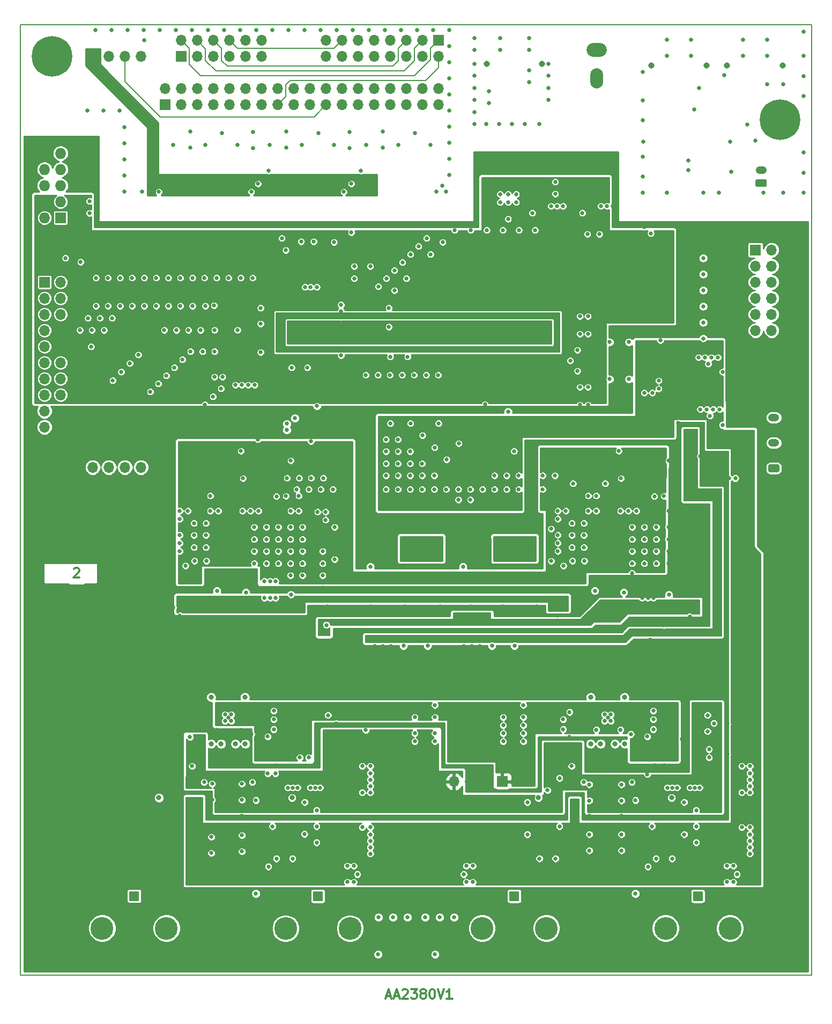
<source format=gbr>
G04 #@! TF.GenerationSoftware,KiCad,Pcbnew,5.0.2-bee76a0~70~ubuntu16.04.1*
G04 #@! TF.CreationDate,2019-03-08T17:41:57+01:00*
G04 #@! TF.ProjectId,AA2380V1,41413233-3830-4563-912e-6b696361645f,1.0*
G04 #@! TF.SameCoordinates,Original*
G04 #@! TF.FileFunction,Copper,L3,Inr*
G04 #@! TF.FilePolarity,Positive*
%FSLAX46Y46*%
G04 Gerber Fmt 4.6, Leading zero omitted, Abs format (unit mm)*
G04 Created by KiCad (PCBNEW 5.0.2-bee76a0~70~ubuntu16.04.1) date ven. 08 mars 2019 17:41:57 CET*
%MOMM*%
%LPD*%
G01*
G04 APERTURE LIST*
G04 #@! TA.AperFunction,NonConductor*
%ADD10C,0.300000*%
G04 #@! TD*
G04 #@! TA.AperFunction,NonConductor*
%ADD11C,0.150000*%
G04 #@! TD*
G04 #@! TA.AperFunction,ViaPad*
%ADD12C,0.650000*%
G04 #@! TD*
G04 #@! TA.AperFunction,ViaPad*
%ADD13O,1.700000X1.700000*%
G04 #@! TD*
G04 #@! TA.AperFunction,ViaPad*
%ADD14R,1.700000X1.700000*%
G04 #@! TD*
G04 #@! TA.AperFunction,ViaPad*
%ADD15C,0.970000*%
G04 #@! TD*
G04 #@! TA.AperFunction,ViaPad*
%ADD16C,6.400000*%
G04 #@! TD*
G04 #@! TA.AperFunction,ViaPad*
%ADD17C,0.800000*%
G04 #@! TD*
G04 #@! TA.AperFunction,ViaPad*
%ADD18R,1.500000X1.500000*%
G04 #@! TD*
G04 #@! TA.AperFunction,ViaPad*
%ADD19C,1.500000*%
G04 #@! TD*
G04 #@! TA.AperFunction,ViaPad*
%ADD20C,3.600000*%
G04 #@! TD*
G04 #@! TA.AperFunction,ViaPad*
%ADD21O,2.000000X3.200000*%
G04 #@! TD*
G04 #@! TA.AperFunction,ViaPad*
%ADD22O,3.200000X2.200000*%
G04 #@! TD*
G04 #@! TA.AperFunction,ViaPad*
%ADD23O,1.727200X1.727200*%
G04 #@! TD*
G04 #@! TA.AperFunction,ViaPad*
%ADD24R,1.727200X1.727200*%
G04 #@! TD*
G04 #@! TA.AperFunction,ViaPad*
%ADD25O,1.750000X1.200000*%
G04 #@! TD*
G04 #@! TA.AperFunction,Conductor*
%ADD26C,0.100000*%
G04 #@! TD*
G04 #@! TA.AperFunction,ViaPad*
%ADD27C,1.200000*%
G04 #@! TD*
G04 #@! TA.AperFunction,Conductor*
%ADD28C,0.200000*%
G04 #@! TD*
G04 #@! TA.AperFunction,Conductor*
%ADD29C,0.254000*%
G04 #@! TD*
G04 #@! TA.AperFunction,Conductor*
%ADD30C,0.120000*%
G04 #@! TD*
G04 #@! TA.AperFunction,Conductor*
%ADD31C,0.250000*%
G04 #@! TD*
G04 APERTURE END LIST*
D10*
X96785714Y-209250000D02*
X97500000Y-209250000D01*
X96642857Y-209678571D02*
X97142857Y-208178571D01*
X97642857Y-209678571D01*
X98071428Y-209250000D02*
X98785714Y-209250000D01*
X97928571Y-209678571D02*
X98428571Y-208178571D01*
X98928571Y-209678571D01*
X99357142Y-208321428D02*
X99428571Y-208250000D01*
X99571428Y-208178571D01*
X99928571Y-208178571D01*
X100071428Y-208250000D01*
X100142857Y-208321428D01*
X100214285Y-208464285D01*
X100214285Y-208607142D01*
X100142857Y-208821428D01*
X99285714Y-209678571D01*
X100214285Y-209678571D01*
X100714285Y-208178571D02*
X101642857Y-208178571D01*
X101142857Y-208750000D01*
X101357142Y-208750000D01*
X101500000Y-208821428D01*
X101571428Y-208892857D01*
X101642857Y-209035714D01*
X101642857Y-209392857D01*
X101571428Y-209535714D01*
X101500000Y-209607142D01*
X101357142Y-209678571D01*
X100928571Y-209678571D01*
X100785714Y-209607142D01*
X100714285Y-209535714D01*
X102500000Y-208821428D02*
X102357142Y-208750000D01*
X102285714Y-208678571D01*
X102214285Y-208535714D01*
X102214285Y-208464285D01*
X102285714Y-208321428D01*
X102357142Y-208250000D01*
X102500000Y-208178571D01*
X102785714Y-208178571D01*
X102928571Y-208250000D01*
X103000000Y-208321428D01*
X103071428Y-208464285D01*
X103071428Y-208535714D01*
X103000000Y-208678571D01*
X102928571Y-208750000D01*
X102785714Y-208821428D01*
X102500000Y-208821428D01*
X102357142Y-208892857D01*
X102285714Y-208964285D01*
X102214285Y-209107142D01*
X102214285Y-209392857D01*
X102285714Y-209535714D01*
X102357142Y-209607142D01*
X102500000Y-209678571D01*
X102785714Y-209678571D01*
X102928571Y-209607142D01*
X103000000Y-209535714D01*
X103071428Y-209392857D01*
X103071428Y-209107142D01*
X103000000Y-208964285D01*
X102928571Y-208892857D01*
X102785714Y-208821428D01*
X104000000Y-208178571D02*
X104142857Y-208178571D01*
X104285714Y-208250000D01*
X104357142Y-208321428D01*
X104428571Y-208464285D01*
X104500000Y-208750000D01*
X104500000Y-209107142D01*
X104428571Y-209392857D01*
X104357142Y-209535714D01*
X104285714Y-209607142D01*
X104142857Y-209678571D01*
X104000000Y-209678571D01*
X103857142Y-209607142D01*
X103785714Y-209535714D01*
X103714285Y-209392857D01*
X103642857Y-209107142D01*
X103642857Y-208750000D01*
X103714285Y-208464285D01*
X103785714Y-208321428D01*
X103857142Y-208250000D01*
X104000000Y-208178571D01*
X104928571Y-208178571D02*
X105428571Y-209678571D01*
X105928571Y-208178571D01*
X107214285Y-209678571D02*
X106357142Y-209678571D01*
X106785714Y-209678571D02*
X106785714Y-208178571D01*
X106642857Y-208392857D01*
X106500000Y-208535714D01*
X106357142Y-208607142D01*
X47461428Y-141886428D02*
X47532857Y-141815000D01*
X47675714Y-141743571D01*
X48032857Y-141743571D01*
X48175714Y-141815000D01*
X48247142Y-141886428D01*
X48318571Y-142029285D01*
X48318571Y-142172142D01*
X48247142Y-142386428D01*
X47390000Y-143243571D01*
X48318571Y-143243571D01*
D11*
X164000000Y-206000000D02*
X164000000Y-56000000D01*
X39000000Y-56000000D02*
X164000000Y-56000000D01*
X39000000Y-206000000D02*
X39000000Y-56000000D01*
X164000000Y-206000000D02*
X39000000Y-206000000D01*
D12*
G04 #@! TO.N,GND*
G04 #@! TO.C,U10*
X71329000Y-165860000D03*
X72329000Y-165860000D03*
X72329000Y-164860000D03*
X71329000Y-164860000D03*
X71829000Y-165360000D03*
G04 #@! TD*
G04 #@! TO.N,GND*
G04 #@! TO.C,U8*
X131273000Y-165860000D03*
X132273000Y-165860000D03*
X132273000Y-164860000D03*
X131273000Y-164860000D03*
X131773000Y-165360000D03*
G04 #@! TD*
G04 #@! TO.N,GND*
G04 #@! TO.C,U15*
X112588000Y-135696060D03*
X111588000Y-135696060D03*
X111588000Y-136696060D03*
X112588000Y-136696060D03*
G04 #@! TD*
G04 #@! TO.N,GND*
G04 #@! TO.C,U17*
X97956894Y-135693486D03*
X96956894Y-135693486D03*
X96956894Y-136693486D03*
X97956894Y-136693486D03*
G04 #@! TD*
D13*
G04 #@! TO.N,GNDD*
G04 #@! TO.C,J16*
X105055000Y-66140000D03*
G04 #@! TO.N,ISIN_PIN5*
X105055000Y-68680000D03*
G04 #@! TO.N,GNDD*
X102515000Y-66140000D03*
G04 #@! TO.N,ISIN_PIN4*
X102515000Y-68680000D03*
G04 #@! TO.N,GNDD*
X99975000Y-66140000D03*
G04 #@! TO.N,ISOUT_PIN11*
X99975000Y-68680000D03*
G04 #@! TO.N,GNDD*
X97435000Y-66140000D03*
G04 #@! TO.N,ISOUT_PIN10*
X97435000Y-68680000D03*
G04 #@! TO.N,GNDD*
X94895000Y-66140000D03*
G04 #@! TO.N,ISOUT_PIN9*
X94895000Y-68680000D03*
G04 #@! TO.N,GNDD*
X92355000Y-66140000D03*
G04 #@! TO.N,ISOUT_PIN8*
X92355000Y-68680000D03*
G04 #@! TO.N,GNDD*
X89815000Y-66140000D03*
G04 #@! TO.N,ISIN_PIN3*
X89815000Y-68680000D03*
G04 #@! TO.N,GNDD*
X87275000Y-66140000D03*
G04 #@! TO.N,ISIN_PIN2*
X87275000Y-68680000D03*
G04 #@! TO.N,GNDD*
X84735000Y-66140000D03*
G04 #@! TO.N,ISOUT_PIN7*
X84735000Y-68680000D03*
G04 #@! TO.N,GNDD*
X82195000Y-66140000D03*
G04 #@! TO.N,ISOUT_PIN6*
X82195000Y-68680000D03*
G04 #@! TO.N,GNDD*
X79655000Y-66140000D03*
G04 #@! TO.N,ISOUT_PIN5*
X79655000Y-68680000D03*
G04 #@! TO.N,GNDD*
X77115000Y-66140000D03*
G04 #@! TO.N,ISOUT_PIN4*
X77115000Y-68680000D03*
G04 #@! TO.N,GNDD*
X74575000Y-66140000D03*
G04 #@! TO.N,ISIN_PIN1*
X74575000Y-68680000D03*
G04 #@! TO.N,GNDD*
X72035000Y-66140000D03*
G04 #@! TO.N,ISIN_PIN0*
X72035000Y-68680000D03*
G04 #@! TO.N,GNDD*
X69495000Y-66140000D03*
G04 #@! TO.N,ISOUT_PIN3*
X69495000Y-68680000D03*
G04 #@! TO.N,GNDD*
X66955000Y-66140000D03*
G04 #@! TO.N,ISOUT_PIN2*
X66955000Y-68680000D03*
G04 #@! TO.N,GNDD*
X64415000Y-66140000D03*
G04 #@! TO.N,ISOUT_PIN1*
X64415000Y-68680000D03*
G04 #@! TO.N,GNDD*
X61875000Y-66140000D03*
D14*
G04 #@! TO.N,ISOUT_PIN0*
X61875000Y-68680000D03*
G04 #@! TD*
D15*
G04 #@! TO.N,Net-(C128-Pad2)*
G04 #@! TO.C,J24*
X112635000Y-62205000D03*
X121395000Y-62205000D03*
G04 #@! TD*
D12*
G04 #@! TO.N,GND*
G04 #@! TO.C,U14*
X116270000Y-157139060D03*
X114270000Y-157139060D03*
X114270000Y-155639060D03*
X115270000Y-156389060D03*
X116286000Y-155627060D03*
G04 #@! TD*
D13*
G04 #@! TO.N,GNDD*
G04 #@! TO.C,J14*
X58065000Y-61065000D03*
G04 #@! TO.N,ISIN_PIN2*
X55525000Y-61065000D03*
G04 #@! TO.N,Net-(J14-Pad2)*
X52985000Y-61065000D03*
D14*
G04 #@! TO.N,3V3in*
X50445000Y-61065000D03*
G04 #@! TD*
D16*
G04 #@! TO.N,GND*
G04 #@! TO.C,H2*
X159015000Y-200985000D03*
D17*
X159015000Y-198585000D03*
X160712056Y-199287944D03*
X161415000Y-200985000D03*
X160712056Y-202682056D03*
X159015000Y-203385000D03*
X157317944Y-202682056D03*
X156615000Y-200985000D03*
X157317944Y-199287944D03*
G04 #@! TD*
G04 #@! TO.N,Net-(H3-Pad1)*
G04 #@! TO.C,H3*
X45712056Y-59287944D03*
X44015000Y-58585000D03*
X42317944Y-59287944D03*
X41615000Y-60985000D03*
X42317944Y-62682056D03*
X44015000Y-63385000D03*
X45712056Y-62682056D03*
X46415000Y-60985000D03*
D16*
X44015000Y-60985000D03*
G04 #@! TD*
D17*
G04 #@! TO.N,GND*
G04 #@! TO.C,H5*
X42317944Y-199287944D03*
X41615000Y-200985000D03*
X42317944Y-202682056D03*
X44015000Y-203385000D03*
X45712056Y-202682056D03*
X46415000Y-200985000D03*
X45712056Y-199287944D03*
X44015000Y-198585000D03*
D16*
X44015000Y-200985000D03*
G04 #@! TD*
G04 #@! TO.N,Net-(H6-Pad1)*
G04 #@! TO.C,H6*
X159000000Y-71000000D03*
D17*
X159000000Y-68600000D03*
X160697056Y-69302944D03*
X161400000Y-71000000D03*
X160697056Y-72697056D03*
X159000000Y-73400000D03*
X157302944Y-72697056D03*
X156600000Y-71000000D03*
X157302944Y-69302944D03*
G04 #@! TD*
D13*
G04 #@! TO.N,ISIN_PIN1*
G04 #@! TO.C,J11*
X77115000Y-58525000D03*
G04 #@! TO.N,GNDD*
X77115000Y-61065000D03*
G04 #@! TO.N,ISIN_PIN0*
X74575000Y-58525000D03*
G04 #@! TO.N,Net-(J11-Pad9)*
X74575000Y-61065000D03*
G04 #@! TO.N,ISOUT_PIN3*
X72035000Y-58525000D03*
G04 #@! TO.N,Net-(J11-Pad7)*
X72035000Y-61065000D03*
G04 #@! TO.N,ISOUT_PIN2*
X69495000Y-58525000D03*
G04 #@! TO.N,Net-(J11-Pad5)*
X69495000Y-61065000D03*
G04 #@! TO.N,ISOUT_PIN1*
X66955000Y-58525000D03*
G04 #@! TO.N,Net-(J11-Pad3)*
X66955000Y-61065000D03*
G04 #@! TO.N,ISOUT_PIN0*
X64415000Y-58525000D03*
D14*
G04 #@! TO.N,Net-(J11-Pad1)*
X64415000Y-61065000D03*
G04 #@! TD*
D13*
G04 #@! TO.N,Net-(J13-Pad16)*
G04 #@! TO.C,J13*
X87275000Y-61060000D03*
G04 #@! TO.N,ISOUT_PIN4*
X87275000Y-58520000D03*
G04 #@! TO.N,Net-(J13-Pad14)*
X89815000Y-61060000D03*
G04 #@! TO.N,ISOUT_PIN3*
X89815000Y-58520000D03*
G04 #@! TO.N,Net-(J13-Pad12)*
X92355000Y-61060000D03*
G04 #@! TO.N,ISIN_PIN2*
X92355000Y-58520000D03*
G04 #@! TO.N,Net-(J13-Pad10)*
X94895000Y-61060000D03*
G04 #@! TO.N,Net-(J13-Pad9)*
X94895000Y-58520000D03*
G04 #@! TO.N,ISIN_PIN1*
X97435000Y-61060000D03*
G04 #@! TO.N,Net-(J13-Pad7)*
X97435000Y-58520000D03*
G04 #@! TO.N,ISIN_PIN0*
X99975000Y-61060000D03*
G04 #@! TO.N,ISOUT_PIN2*
X99975000Y-58520000D03*
G04 #@! TO.N,Net-(J13-Pad4)*
X102515000Y-61060000D03*
G04 #@! TO.N,ISOUT_PIN1*
X102515000Y-58520000D03*
G04 #@! TO.N,ISOUT_PIN5*
X105055000Y-61060000D03*
D14*
G04 #@! TO.N,ISOUT_PIN0*
X105055000Y-58520000D03*
G04 #@! TD*
D18*
G04 #@! TO.N,Net-(D36-Pad1)*
G04 #@! TO.C,J2*
X146000000Y-193500000D03*
D19*
G04 #@! TO.N,GND*
X148540000Y-193500000D03*
D20*
G04 #@! TO.N,N/C*
X151080000Y-198580000D03*
X140920000Y-198580000D03*
G04 #@! TD*
D18*
G04 #@! TO.N,Net-(D1-Pad1)*
G04 #@! TO.C,J4*
X117000000Y-193500000D03*
D19*
G04 #@! TO.N,GND*
X119540000Y-193500000D03*
D20*
G04 #@! TO.N,N/C*
X122080000Y-198580000D03*
X111920000Y-198580000D03*
G04 #@! TD*
G04 #@! TO.N,N/C*
G04 #@! TO.C,J5*
X80905000Y-198595000D03*
X91065000Y-198595000D03*
D19*
G04 #@! TO.N,GND*
X88525000Y-193515000D03*
D18*
G04 #@! TO.N,Net-(D37-Pad1)*
X85985000Y-193515000D03*
G04 #@! TD*
G04 #@! TO.N,Net-(D2-Pad1)*
G04 #@! TO.C,J7*
X56985000Y-193485000D03*
D19*
G04 #@! TO.N,GND*
X59525000Y-193485000D03*
D20*
G04 #@! TO.N,N/C*
X62065000Y-198565000D03*
X51905000Y-198565000D03*
G04 #@! TD*
D14*
G04 #@! TO.N,GND*
G04 #@! TO.C,J17*
X50430000Y-128390000D03*
D13*
G04 #@! TO.N,CONF0*
X50430000Y-125850000D03*
G04 #@! TO.N,GND*
X52970000Y-128390000D03*
G04 #@! TO.N,CONF1*
X52970000Y-125850000D03*
G04 #@! TO.N,GND*
X55510000Y-128390000D03*
G04 #@! TO.N,CONF2*
X55510000Y-125850000D03*
G04 #@! TO.N,GND*
X58050000Y-128390000D03*
G04 #@! TO.N,CONF3*
X58050000Y-125850000D03*
G04 #@! TD*
G04 #@! TO.N,GND*
G04 #@! TO.C,J18*
X157649999Y-106799988D03*
X155109999Y-106799988D03*
G04 #@! TO.N,LED_SE*
X157649999Y-104259988D03*
G04 #@! TO.N,LED192k*
X155109999Y-104259988D03*
G04 #@! TO.N,LED_CAL*
X157649999Y-101719988D03*
G04 #@! TO.N,LED96k*
X155109999Y-101719988D03*
G04 #@! TO.N,LED_filtoff*
X157649999Y-99179988D03*
G04 #@! TO.N,LED48k*
X155109999Y-99179988D03*
G04 #@! TO.N,LEDavg2*
X157649999Y-96639988D03*
G04 #@! TO.N,ROT_Push*
X155109999Y-96639988D03*
G04 #@! TO.N,LEDavg1*
X157649999Y-94099988D03*
G04 #@! TO.N,ROT_Tb*
X155109999Y-94099988D03*
G04 #@! TO.N,LEDavg0*
X157649999Y-91559988D03*
D14*
G04 #@! TO.N,ROT_Ta*
X155109999Y-91559988D03*
G04 #@! TD*
D21*
G04 #@! TO.N,Net-(J23-Pad1)*
G04 #@! TO.C,J23*
X130015000Y-64485000D03*
D22*
G04 #@! TO.N,Net-(C122-Pad2)*
X130015000Y-59985000D03*
G04 #@! TD*
D14*
G04 #@! TO.N,UIO_00*
G04 #@! TO.C,J12*
X42810000Y-96640000D03*
D13*
G04 #@! TO.N,UIO_10*
X45350000Y-96640000D03*
G04 #@! TO.N,UIO_01*
X42810000Y-99180000D03*
G04 #@! TO.N,Net-(J12-Pad4)*
X45350000Y-99180000D03*
G04 #@! TO.N,UIO_02*
X42810000Y-101720000D03*
G04 #@! TO.N,Net-(J12-Pad6)*
X45350000Y-101720000D03*
G04 #@! TO.N,UIO_03*
X42810000Y-104260000D03*
G04 #@! TO.N,+3V3*
X45350000Y-104260000D03*
G04 #@! TO.N,UIO_04*
X42810000Y-106800000D03*
G04 #@! TO.N,+3V3*
X45350000Y-106800000D03*
G04 #@! TO.N,UIO_05*
X42810000Y-109340000D03*
G04 #@! TO.N,GND*
X45350000Y-109340000D03*
G04 #@! TO.N,UIO_06*
X42810000Y-111880000D03*
G04 #@! TO.N,GND*
X45350000Y-111880000D03*
G04 #@! TO.N,UIO_07*
X42810000Y-114420000D03*
G04 #@! TO.N,GND*
X45350000Y-114420000D03*
G04 #@! TO.N,UIO_08*
X42810000Y-116960000D03*
G04 #@! TO.N,GND*
X45350000Y-116960000D03*
G04 #@! TO.N,UIO_09*
X42810000Y-119500000D03*
G04 #@! TO.N,GND*
X45350000Y-119500000D03*
G04 #@! TD*
G04 #@! TO.N,VEE*
G04 #@! TO.C,J10*
X107507642Y-175449000D03*
G04 #@! TO.N,GND*
X110047642Y-175449000D03*
X112587642Y-175449000D03*
D14*
G04 #@! TO.N,VAA*
X115127642Y-175449000D03*
G04 #@! TD*
D23*
G04 #@! TO.N,GND*
G04 #@! TO.C,J19*
X42810000Y-76320000D03*
G04 #@! TO.N,JTAG_TDI*
X45350000Y-76320000D03*
G04 #@! TO.N,Net-(J19-Pad8)*
X42810000Y-78860000D03*
G04 #@! TO.N,Net-(J19-Pad7)*
X45350000Y-78860000D03*
G04 #@! TO.N,Net-(J19-Pad6)*
X42810000Y-81400000D03*
G04 #@! TO.N,JTAG_TMS*
X45350000Y-81400000D03*
G04 #@! TO.N,+3V3*
X42810000Y-83940000D03*
G04 #@! TO.N,JTAG_TDO*
X45350000Y-83940000D03*
G04 #@! TO.N,GND*
X42810000Y-86480000D03*
D24*
G04 #@! TO.N,JTAG_TCK*
X45350000Y-86480000D03*
G04 #@! TD*
D15*
G04 #@! TO.N,GNDS*
G04 #@! TO.C,J20*
X147395000Y-62425000D03*
X138635000Y-62425000D03*
G04 #@! TD*
G04 #@! TO.N,GNDS*
G04 #@! TO.C,J21*
X150635000Y-62425000D03*
X159395000Y-62425000D03*
G04 #@! TD*
D25*
G04 #@! TO.N,GND*
G04 #@! TO.C,J9*
X158000000Y-116000000D03*
G04 #@! TO.N,Net-(F1-Pad2)*
X158000000Y-118000000D03*
G04 #@! TO.N,GND*
X158000000Y-120000000D03*
G04 #@! TO.N,Net-(F3-Pad2)*
X158000000Y-122000000D03*
G04 #@! TO.N,GND*
X158000000Y-124000000D03*
D26*
G04 #@! TO.N,Net-(F2-Pad2)*
G36*
X158649505Y-125401204D02*
X158673773Y-125404804D01*
X158697572Y-125410765D01*
X158720671Y-125419030D01*
X158742850Y-125429520D01*
X158763893Y-125442132D01*
X158783599Y-125456747D01*
X158801777Y-125473223D01*
X158818253Y-125491401D01*
X158832868Y-125511107D01*
X158845480Y-125532150D01*
X158855970Y-125554329D01*
X158864235Y-125577428D01*
X158870196Y-125601227D01*
X158873796Y-125625495D01*
X158875000Y-125649999D01*
X158875000Y-126350001D01*
X158873796Y-126374505D01*
X158870196Y-126398773D01*
X158864235Y-126422572D01*
X158855970Y-126445671D01*
X158845480Y-126467850D01*
X158832868Y-126488893D01*
X158818253Y-126508599D01*
X158801777Y-126526777D01*
X158783599Y-126543253D01*
X158763893Y-126557868D01*
X158742850Y-126570480D01*
X158720671Y-126580970D01*
X158697572Y-126589235D01*
X158673773Y-126595196D01*
X158649505Y-126598796D01*
X158625001Y-126600000D01*
X157374999Y-126600000D01*
X157350495Y-126598796D01*
X157326227Y-126595196D01*
X157302428Y-126589235D01*
X157279329Y-126580970D01*
X157257150Y-126570480D01*
X157236107Y-126557868D01*
X157216401Y-126543253D01*
X157198223Y-126526777D01*
X157181747Y-126508599D01*
X157167132Y-126488893D01*
X157154520Y-126467850D01*
X157144030Y-126445671D01*
X157135765Y-126422572D01*
X157129804Y-126398773D01*
X157126204Y-126374505D01*
X157125000Y-126350001D01*
X157125000Y-125649999D01*
X157126204Y-125625495D01*
X157129804Y-125601227D01*
X157135765Y-125577428D01*
X157144030Y-125554329D01*
X157154520Y-125532150D01*
X157167132Y-125511107D01*
X157181747Y-125491401D01*
X157198223Y-125473223D01*
X157216401Y-125456747D01*
X157236107Y-125442132D01*
X157257150Y-125429520D01*
X157279329Y-125419030D01*
X157302428Y-125410765D01*
X157326227Y-125404804D01*
X157350495Y-125401204D01*
X157374999Y-125400000D01*
X158625001Y-125400000D01*
X158649505Y-125401204D01*
X158649505Y-125401204D01*
G37*
D27*
X158000000Y-126000000D03*
G04 #@! TD*
D25*
G04 #@! TO.N,Net-(J22-Pad2)*
G04 #@! TO.C,J22*
X156000000Y-79000000D03*
D26*
G04 #@! TO.N,GNDS*
G36*
X156649505Y-80401204D02*
X156673773Y-80404804D01*
X156697572Y-80410765D01*
X156720671Y-80419030D01*
X156742850Y-80429520D01*
X156763893Y-80442132D01*
X156783599Y-80456747D01*
X156801777Y-80473223D01*
X156818253Y-80491401D01*
X156832868Y-80511107D01*
X156845480Y-80532150D01*
X156855970Y-80554329D01*
X156864235Y-80577428D01*
X156870196Y-80601227D01*
X156873796Y-80625495D01*
X156875000Y-80649999D01*
X156875000Y-81350001D01*
X156873796Y-81374505D01*
X156870196Y-81398773D01*
X156864235Y-81422572D01*
X156855970Y-81445671D01*
X156845480Y-81467850D01*
X156832868Y-81488893D01*
X156818253Y-81508599D01*
X156801777Y-81526777D01*
X156783599Y-81543253D01*
X156763893Y-81557868D01*
X156742850Y-81570480D01*
X156720671Y-81580970D01*
X156697572Y-81589235D01*
X156673773Y-81595196D01*
X156649505Y-81598796D01*
X156625001Y-81600000D01*
X155374999Y-81600000D01*
X155350495Y-81598796D01*
X155326227Y-81595196D01*
X155302428Y-81589235D01*
X155279329Y-81580970D01*
X155257150Y-81570480D01*
X155236107Y-81557868D01*
X155216401Y-81543253D01*
X155198223Y-81526777D01*
X155181747Y-81508599D01*
X155167132Y-81488893D01*
X155154520Y-81467850D01*
X155144030Y-81445671D01*
X155135765Y-81422572D01*
X155129804Y-81398773D01*
X155126204Y-81374505D01*
X155125000Y-81350001D01*
X155125000Y-80649999D01*
X155126204Y-80625495D01*
X155129804Y-80601227D01*
X155135765Y-80577428D01*
X155144030Y-80554329D01*
X155154520Y-80532150D01*
X155167132Y-80511107D01*
X155181747Y-80491401D01*
X155198223Y-80473223D01*
X155216401Y-80456747D01*
X155236107Y-80442132D01*
X155257150Y-80429520D01*
X155279329Y-80419030D01*
X155302428Y-80410765D01*
X155326227Y-80404804D01*
X155350495Y-80401204D01*
X155374999Y-80400000D01*
X156625001Y-80400000D01*
X156649505Y-80401204D01*
X156649505Y-80401204D01*
G37*
D27*
X156000000Y-81000000D03*
G04 #@! TD*
D17*
G04 #@! TO.N,GND*
G04 #@! TO.C,H1*
X45697056Y-134302944D03*
X44000000Y-133600000D03*
X42302944Y-134302944D03*
X41600000Y-136000000D03*
X42302944Y-137697056D03*
X44000000Y-138400000D03*
X45697056Y-137697056D03*
X46400000Y-136000000D03*
D16*
X44000000Y-136000000D03*
G04 #@! TD*
G04 #@! TO.N,GND*
G04 #@! TO.C,H4*
X159000000Y-136000000D03*
D17*
X161400000Y-136000000D03*
X160697056Y-137697056D03*
X159000000Y-138400000D03*
X157302944Y-137697056D03*
X156600000Y-136000000D03*
X157302944Y-134302944D03*
X159000000Y-133600000D03*
X160697056Y-134302944D03*
G04 #@! TD*
D12*
G04 #@! TO.N,GND*
G04 #@! TO.C,U13*
X133964339Y-109020000D03*
X133964339Y-109770000D03*
X133214339Y-109020000D03*
X133214339Y-109770000D03*
X133214339Y-108270000D03*
X133964339Y-108270000D03*
X134714339Y-108270000D03*
X134714339Y-109020000D03*
X134714339Y-109770000D03*
G04 #@! TD*
G04 #@! TO.N,GND*
G04 #@! TO.C,U16*
X102309000Y-155627060D03*
X101293000Y-156389060D03*
X100293000Y-155639060D03*
X100293000Y-157139060D03*
X102293000Y-157139060D03*
G04 #@! TD*
G04 #@! TO.N,+3.3VA*
X124788001Y-143795499D03*
X124788000Y-142779500D03*
X77405000Y-123292167D03*
X79183000Y-123800167D03*
X138873000Y-123800167D03*
X137095000Y-123292167D03*
X121522000Y-143752000D03*
X119490000Y-143752000D03*
X120506000Y-143752000D03*
X84892642Y-125210000D03*
X122030000Y-123686000D03*
X65098000Y-142779501D03*
X65097999Y-143795501D03*
X65098001Y-143795499D03*
X65098000Y-142779500D03*
X118474000Y-143752000D03*
X117366560Y-143752000D03*
X116350560Y-143752000D03*
G04 #@! TO.N,+3V3*
X113119000Y-82853000D03*
X124685000Y-88294168D03*
X48525000Y-88385000D03*
X48525000Y-90925000D03*
X85337642Y-94055668D03*
X73544000Y-107562000D03*
X92761650Y-100708167D03*
X93497642Y-108407167D03*
X81672000Y-113132167D03*
X140154000Y-88900000D03*
X132600000Y-88900000D03*
X121207642Y-112965000D03*
X119937642Y-112330000D03*
X119937642Y-113600000D03*
X118667642Y-112965000D03*
X118667642Y-114235000D03*
X122477642Y-113600000D03*
X121207642Y-111695000D03*
X122477642Y-114870000D03*
X121207642Y-114235000D03*
X118667642Y-111695000D03*
X122477642Y-112330000D03*
X119937642Y-114870000D03*
X92863000Y-88962000D03*
X78766000Y-89071000D03*
X63399000Y-89071000D03*
X73405641Y-100454168D03*
X95500000Y-202697168D03*
X104500000Y-202697168D03*
X114730642Y-110497000D03*
G04 #@! TO.N,GNDD*
X90090000Y-82401000D03*
X104695000Y-82401000D03*
X75485000Y-82401000D03*
X60880000Y-82401000D03*
X63162000Y-74977000D03*
X68242000Y-74977000D03*
X73322000Y-75030000D03*
X78402000Y-74977000D03*
X83482000Y-74977000D03*
X88562000Y-74977000D03*
X93642000Y-74977000D03*
X98722000Y-74977000D03*
X103802000Y-74977000D03*
X58590000Y-58520000D03*
X91288000Y-81126000D03*
X76556000Y-81131000D03*
X106260502Y-82380860D03*
X105660000Y-81414000D03*
X70862000Y-73159000D03*
X86102000Y-73159000D03*
X101342000Y-73159000D03*
G04 #@! TO.N,3V3in*
X78207000Y-80623000D03*
G04 #@! TO.N,GNDD*
X78207000Y-79099000D03*
G04 #@! TO.N,3V3in*
X92812000Y-80623000D03*
G04 #@! TO.N,GNDD*
X92812000Y-79099000D03*
X106782003Y-79734000D03*
X106782002Y-77193999D03*
X106782002Y-74654000D03*
X106782002Y-72114000D03*
X106782003Y-67034000D03*
X106782002Y-64494000D03*
X106782002Y-69574000D03*
X106782002Y-59414000D03*
X106782003Y-61954000D03*
X94082000Y-56874000D03*
X96622000Y-56874000D03*
X78842000Y-56874000D03*
X99162000Y-56874000D03*
X104242000Y-56874000D03*
X89002000Y-56874000D03*
X73762000Y-56874000D03*
X101702000Y-56874000D03*
X76302000Y-56874000D03*
X81382000Y-56874000D03*
X91542000Y-56874000D03*
X86462000Y-56874000D03*
X83922000Y-56874000D03*
X106782000Y-56874000D03*
X58522000Y-56874000D03*
X68682000Y-56874000D03*
X53442000Y-56874000D03*
X55982000Y-56874000D03*
X61062000Y-56874000D03*
X71222000Y-56874000D03*
X50902000Y-56874000D03*
X66142000Y-56874000D03*
X63602000Y-56874000D03*
X96241000Y-75416000D03*
X96241000Y-72876000D03*
X91034000Y-75543000D03*
X91034000Y-73003000D03*
X81001000Y-72876000D03*
X81001000Y-75416000D03*
X75794000Y-73003000D03*
X75794000Y-75543000D03*
X65888000Y-75416000D03*
X65888000Y-72876000D03*
X58268000Y-82401000D03*
X55474000Y-79861000D03*
X55474000Y-82401000D03*
X55474000Y-72241000D03*
X55474000Y-77321000D03*
X55474001Y-74781000D03*
X52172000Y-69573999D03*
X49632000Y-69574000D03*
X54712000Y-69574000D03*
G04 #@! TO.N,3V3in*
X93879000Y-82401000D03*
X79147000Y-82401000D03*
X64477502Y-82401000D03*
G04 #@! TO.N,+1V8*
X73290000Y-104208167D03*
X121208620Y-103185880D03*
X122477642Y-103694000D03*
X118667642Y-104329000D03*
X119937642Y-104964000D03*
X118668620Y-103185880D03*
X119937642Y-103694000D03*
X121207642Y-104329000D03*
X122477642Y-104964000D03*
X118667642Y-105599000D03*
X119937642Y-105979880D03*
X121207642Y-105599000D03*
X122478620Y-105979880D03*
X84123642Y-104329000D03*
X82853642Y-103694000D03*
X82853642Y-104964000D03*
X81583642Y-104329000D03*
X81583642Y-105599000D03*
X85393642Y-104964000D03*
X84124620Y-103185880D03*
X85393642Y-105979880D03*
X84123642Y-105599000D03*
X81584620Y-103185880D03*
X85393642Y-103694000D03*
X82853642Y-105979880D03*
G04 #@! TO.N,VAA*
X136447642Y-168464000D03*
X136447642Y-169734000D03*
X136447642Y-171258000D03*
X137971642Y-169734000D03*
X137971642Y-171258000D03*
X140257642Y-168718000D03*
X141781642Y-168718000D03*
X80313642Y-168718000D03*
X81837642Y-168709000D03*
X76503642Y-168210000D03*
X76503642Y-169734000D03*
X76503642Y-171258000D03*
X78027642Y-169734000D03*
X78027642Y-171258000D03*
X107008000Y-171677560D03*
X109040000Y-171677560D03*
X111072000Y-171677560D03*
X107008000Y-170661560D03*
X108024000Y-170661560D03*
X110056000Y-171677560D03*
X112088000Y-171677560D03*
X108024000Y-171677560D03*
X130261000Y-163658000D03*
X70317000Y-163658000D03*
G04 #@! TO.N,+12VA*
X86565000Y-152030500D03*
X110169060Y-149544000D03*
X109153060Y-149544000D03*
X108137060Y-149544000D03*
X111235000Y-149544000D03*
X112378000Y-149544000D03*
X117041000Y-153989060D03*
X113485000Y-153989060D03*
X145861860Y-147058988D03*
X145861860Y-147889771D03*
X145861860Y-148709988D03*
G04 #@! TO.N,VEE*
X145972642Y-164974000D03*
X127303642Y-169734000D03*
X127303642Y-170750000D03*
X127303642Y-171766000D03*
X125779642Y-171766000D03*
X125779642Y-169734000D03*
X125779642Y-170750000D03*
X67359642Y-171766000D03*
X65835642Y-171766000D03*
X67359642Y-169734000D03*
X65835642Y-170750000D03*
X67359642Y-170750000D03*
X65835642Y-169734000D03*
X67359642Y-168718000D03*
X94054000Y-170661560D03*
X93038000Y-170661560D03*
X93038000Y-171677560D03*
X94054000Y-171677560D03*
X97102000Y-171677560D03*
X98118000Y-171677560D03*
X95070000Y-171677560D03*
X96086000Y-171677560D03*
X87559000Y-168464000D03*
G04 #@! TO.N,+2V5*
X104885000Y-146546000D03*
X106917000Y-146546000D03*
X105901000Y-146546000D03*
X101837000Y-146546000D03*
X103869000Y-146546000D03*
X102853000Y-146546000D03*
X125105500Y-148240500D03*
X125105500Y-147097500D03*
X124216500Y-146589500D03*
X124216500Y-147732500D03*
X65415500Y-148240500D03*
X65415500Y-147097500D03*
X64526500Y-146589500D03*
X64526500Y-147732500D03*
G04 #@! TO.N,Net-(C40-Pad2)*
X74623000Y-145573500D03*
X81735000Y-145954500D03*
G04 #@! TO.N,Net-(C69-Pad1)*
X132068846Y-106099000D03*
X126988846Y-107369000D03*
G04 #@! TO.N,+5V*
X140069845Y-107750000D03*
X140069844Y-109020000D03*
X140069844Y-110290000D03*
X141339845Y-107749999D03*
X141339845Y-109019999D03*
X141339845Y-110290001D03*
X135116845Y-111940999D03*
X135116845Y-106099001D03*
X125845846Y-109020000D03*
X137042642Y-109020000D03*
X141339845Y-111814000D03*
X141339844Y-113084000D03*
X141339844Y-114354000D03*
X142609845Y-111813999D03*
X142609845Y-113083999D03*
X142609845Y-114354001D03*
X142609844Y-109020000D03*
X142609844Y-110290000D03*
X142609845Y-107750000D03*
X143879845Y-111813999D03*
X143879845Y-113083999D03*
X143879844Y-109020000D03*
X143879845Y-107750000D03*
X143879844Y-110290000D03*
X113653845Y-131499001D03*
X112637845Y-131499001D03*
X113653845Y-130483001D03*
X114669845Y-130483001D03*
X115685845Y-130483001D03*
X99937845Y-130483001D03*
X100953845Y-130483001D03*
X97905845Y-130483001D03*
X98921845Y-131499001D03*
X97905845Y-131499001D03*
X98921845Y-130483001D03*
X148909642Y-184674000D03*
X126587642Y-178567168D03*
X66643642Y-178567168D03*
X66643642Y-191013168D03*
X126587642Y-191013168D03*
X88965642Y-184674000D03*
G04 #@! TO.N,Net-(C78-Pad1)*
X116858452Y-138455377D03*
X108913000Y-141530060D03*
X114064452Y-137947377D03*
X114064452Y-138963377D03*
X114826452Y-138455377D03*
X115842452Y-138455377D03*
X118982000Y-138164000D03*
X118982000Y-139180000D03*
X118982000Y-137148000D03*
X119998000Y-138164000D03*
X119998000Y-137148000D03*
X119998000Y-139180000D03*
G04 #@! TO.N,-12VA*
X94040060Y-152973000D03*
X97138000Y-152973000D03*
X98281000Y-152973000D03*
X95056060Y-152973000D03*
X96072060Y-152973000D03*
X103325000Y-153989060D03*
X99515000Y-153989060D03*
X144195920Y-120203771D03*
X145457999Y-120203771D03*
X144195920Y-122235771D03*
X144195920Y-121219771D03*
X145457999Y-122235771D03*
G04 #@! TO.N,Net-(C85-Pad1)*
X99332452Y-137947377D03*
X99332452Y-138963377D03*
X100094452Y-138455377D03*
X101110452Y-138455377D03*
X102126452Y-138455377D03*
X94281894Y-141503377D03*
X104250000Y-138926000D03*
X104250000Y-139942000D03*
X105266000Y-139942000D03*
X105266000Y-138926000D03*
X105266000Y-137910000D03*
X104250000Y-137910000D03*
G04 #@! TO.N,LED_SE*
X146854999Y-105551988D03*
G04 #@! TO.N,LED_CAL*
X146854999Y-103011988D03*
G04 #@! TO.N,LEDavg2*
X146854999Y-97931988D03*
G04 #@! TO.N,LED_filtoff*
X146854999Y-100471988D03*
G04 #@! TO.N,LEDavg1*
X146854999Y-95391988D03*
G04 #@! TO.N,LEDavg0*
X146854999Y-92851988D03*
G04 #@! TO.N,FILTER_CH1*
X147777562Y-170338520D03*
X82361642Y-118115168D03*
G04 #@! TO.N,SE_CH1*
X147777562Y-171639000D03*
X85853642Y-116180167D03*
G04 #@! TO.N,FILTER_CH2*
X83139642Y-171639000D03*
X69661642Y-111608168D03*
G04 #@! TO.N,SE_CH2*
X70931642Y-111608168D03*
X84536642Y-171639000D03*
G04 #@! TO.N,LED1_Y*
X73979642Y-112878168D03*
X97855642Y-196855168D03*
G04 #@! TO.N,LED1_G*
X72963642Y-112878168D03*
X95569642Y-196855168D03*
G04 #@! TO.N,LED1_R*
X74995642Y-112878168D03*
X100141642Y-196855168D03*
G04 #@! TO.N,LED2_Y*
X81091642Y-119990168D03*
X105221642Y-196855168D03*
G04 #@! TO.N,LED2_G*
X76011642Y-112878168D03*
X102935642Y-196855168D03*
G04 #@! TO.N,LED2_R*
X81091642Y-118974168D03*
X107507642Y-196855168D03*
G04 #@! TO.N,CLKEXT*
X116037998Y-117087000D03*
X116037998Y-86676000D03*
G04 #@! TO.N,GNDS*
X137299000Y-82546000D03*
X144538000Y-77466000D03*
X144538000Y-78990000D03*
X137426000Y-74451000D03*
X151142000Y-74451000D03*
X145427000Y-69371000D03*
X146885000Y-82546000D03*
X137299000Y-80006000D03*
X137299000Y-76831000D03*
X149364000Y-82546000D03*
X162699000Y-76196000D03*
X159524000Y-82546000D03*
X155079000Y-74291000D03*
X153809000Y-71751000D03*
X146189000Y-66036000D03*
X144919000Y-58416000D03*
X144919000Y-60956000D03*
X141109000Y-58416000D03*
X141109000Y-60956000D03*
X156984000Y-60956000D03*
X156984000Y-58416000D03*
X153174000Y-60956000D03*
X153174000Y-58416000D03*
X156984000Y-65401000D03*
X159524000Y-65401000D03*
X137299000Y-71116000D03*
X137299000Y-67941000D03*
X137299000Y-63496000D03*
X156349000Y-82546000D03*
X162699000Y-82546000D03*
X162699000Y-79371000D03*
X162699000Y-67306000D03*
X162699000Y-60956000D03*
X162699000Y-64131000D03*
X162699000Y-57146000D03*
G04 #@! TO.N,VCC*
X141109000Y-82546000D03*
X150166000Y-63980500D03*
X151313642Y-79215000D03*
G04 #@! TO.N,Net-(C128-Pad2)*
X110705502Y-69807860D03*
X110705502Y-65997860D03*
X110705502Y-67902860D03*
X110705502Y-64092860D03*
X110705502Y-62187860D03*
X110705502Y-71712860D03*
X120992502Y-71712860D03*
X114642502Y-71712860D03*
X118706502Y-71712860D03*
X112610502Y-71712860D03*
X116674502Y-71712860D03*
X122389502Y-65997860D03*
X122389502Y-62187860D03*
X122389502Y-64092860D03*
X122389502Y-67902860D03*
X110705502Y-60028860D03*
X110705502Y-58123860D03*
X114769502Y-60028860D03*
X114769502Y-58123860D03*
X119341502Y-60028860D03*
X119341502Y-58123860D03*
X119341502Y-63203860D03*
X119341502Y-65108860D03*
X112991502Y-66505860D03*
X112991502Y-68410860D03*
G04 #@! TO.N,Net-(C17-Pad2)*
X134313000Y-145573500D03*
X141425000Y-145954500D03*
G04 #@! TO.N,Net-(C59-Pad1)*
X132068845Y-111941000D03*
X126988845Y-110671000D03*
G04 #@! TO.N,Net-(D28-Pad2)*
X136147642Y-178370080D03*
X136147642Y-193102080D03*
G04 #@! TO.N,Net-(D32-Pad2)*
X76203642Y-178370080D03*
X76203642Y-193102080D03*
G04 #@! TO.N,Net-(R13-Pad2)*
X126287642Y-128399291D03*
X131367642Y-128399291D03*
G04 #@! TO.N,GND*
X93013642Y-177146000D03*
X79313642Y-157155000D03*
X85799000Y-185045000D03*
X61034000Y-187585000D03*
X81989000Y-187585000D03*
X133780642Y-167264000D03*
X139815845Y-112195000D03*
X139815845Y-113465001D03*
X146383277Y-116698770D03*
X135583000Y-142525500D03*
X126185000Y-145065500D03*
X132281000Y-143541500D03*
X130757000Y-144430500D03*
X131773000Y-144430500D03*
X132789000Y-144430500D03*
X81837642Y-110111291D03*
X76955848Y-107708169D03*
X76955847Y-103208167D03*
X76955849Y-100708168D03*
X84837642Y-97411289D03*
X85837642Y-97411289D03*
X89655848Y-100208167D03*
X89655849Y-101208167D03*
X89655847Y-108206290D03*
X130796142Y-151238000D03*
X131748642Y-151238000D03*
X129843642Y-151238000D03*
X128090000Y-145065500D03*
X128090000Y-140620500D03*
X126185000Y-140620500D03*
X124788000Y-141382500D03*
X131265000Y-143541500D03*
X133297000Y-143541500D03*
X130757000Y-145319500D03*
X131773000Y-145319500D03*
X132789000Y-145319500D03*
X137238000Y-146462500D03*
X138123000Y-146462500D03*
X139012000Y-146462500D03*
X133809000Y-144430500D03*
X134317000Y-143541500D03*
X137238000Y-143795500D03*
X138123000Y-143795500D03*
X139012000Y-143795500D03*
X137361000Y-153447500D03*
X136472000Y-153447500D03*
X135587000Y-153447500D03*
X137238000Y-160331000D03*
X135710000Y-160331000D03*
X136472000Y-159759500D03*
X139651000Y-159950000D03*
X138635000Y-159950000D03*
X140921000Y-159950000D03*
X141937000Y-159950000D03*
X142699000Y-160458000D03*
X143715000Y-160458000D03*
X147399277Y-116698770D03*
X148415277Y-116698770D03*
X149431278Y-116698770D03*
X147907276Y-117714770D03*
X146383277Y-124064770D03*
X147399277Y-124064770D03*
X148415277Y-124064770D03*
X149431278Y-124064770D03*
X146128000Y-108515000D03*
X147144000Y-108515000D03*
X148160000Y-108515000D03*
X147652000Y-109531000D03*
X149176000Y-108515000D03*
X147907276Y-125080770D03*
X159127999Y-102879988D03*
X159127999Y-97799988D03*
X159127999Y-92719988D03*
X115263000Y-165279060D03*
X115263000Y-166549060D03*
X115263000Y-167819060D03*
X115263000Y-169089060D03*
X118438000Y-169099000D03*
X118438000Y-167819060D03*
X118438000Y-166549060D03*
X118438000Y-165279060D03*
X118438000Y-163374060D03*
X118438000Y-162104060D03*
X117168000Y-158929060D03*
X118438000Y-158929060D03*
X104468000Y-167819060D03*
X101293000Y-167819060D03*
X104468000Y-165279060D03*
X104468000Y-166549060D03*
X104468000Y-169089060D03*
X101293000Y-169089060D03*
X101293000Y-166549060D03*
X101293000Y-165279060D03*
X104468000Y-163374060D03*
X104468000Y-162104060D03*
X104468000Y-158929060D03*
X96848000Y-154865060D03*
X98118000Y-154865060D03*
X96213000Y-154103060D03*
X95578000Y-154865060D03*
X94308000Y-154865060D03*
X97483000Y-154103060D03*
X94943000Y-154103060D03*
X137529845Y-114100000D03*
X138799845Y-114100000D03*
X137529845Y-103940000D03*
X138799845Y-103940000D03*
X140069844Y-105845000D03*
X127369845Y-116005000D03*
X128639845Y-116005000D03*
X127369845Y-113211000D03*
X128639844Y-113211000D03*
X127369845Y-104829000D03*
X128639844Y-104829000D03*
X128639844Y-102035000D03*
X127369845Y-102035000D03*
X80211000Y-149805400D03*
X75893000Y-142525500D03*
X66495000Y-145065500D03*
X72591000Y-143541500D03*
X71067000Y-144430500D03*
X72083000Y-144430500D03*
X73099000Y-144430500D03*
X68400000Y-140620500D03*
X66495000Y-140620500D03*
X65098000Y-141382500D03*
X71575000Y-143541500D03*
X73607000Y-143541500D03*
X71067000Y-145319500D03*
X72083000Y-145319500D03*
X73099000Y-145319500D03*
X77548000Y-146462500D03*
X78433000Y-146462500D03*
X79322000Y-146462500D03*
X74119000Y-144430500D03*
X74627000Y-143541500D03*
X77548000Y-143795500D03*
X78433000Y-143795500D03*
X79322000Y-143795500D03*
X77671000Y-153447500D03*
X76782000Y-153447500D03*
X75897000Y-153447500D03*
X127774000Y-85721000D03*
X130695000Y-84644000D03*
X132600000Y-84644000D03*
X131647500Y-84644000D03*
X114770000Y-82762000D03*
X116040000Y-82762000D03*
X117310000Y-82762000D03*
X117310000Y-84032000D03*
X114770000Y-84032000D03*
X116040000Y-84032000D03*
X124726000Y-84644000D03*
X123773500Y-84644000D03*
X122821000Y-84644000D03*
X119859000Y-85721000D03*
X137567000Y-87931000D03*
X75083000Y-87801000D03*
X89942000Y-87801000D03*
X104801000Y-87801000D03*
X124788000Y-145065500D03*
X51729949Y-122675000D03*
X51700000Y-124580000D03*
X56780000Y-122675000D03*
X56780000Y-124580000D03*
X48525000Y-93465000D03*
X83958000Y-97402000D03*
X83337640Y-90245668D03*
X85337642Y-90245668D03*
X50176000Y-106800000D03*
X69682998Y-104208167D03*
X69682998Y-107562000D03*
X69595642Y-100335167D03*
X146856000Y-87946000D03*
X97206642Y-100708167D03*
X97206642Y-103708166D03*
X97434642Y-108407167D03*
X151634999Y-92719988D03*
X151634999Y-97909988D03*
X151634999Y-102989988D03*
X74189000Y-127610167D03*
X73849000Y-123292167D03*
X81723000Y-124816167D03*
X80961000Y-130404167D03*
X79442214Y-130428684D03*
X133539000Y-123292167D03*
X133879000Y-127610167D03*
X141413000Y-124816167D03*
X140651000Y-130404167D03*
X139132214Y-130428684D03*
X81418000Y-116942167D03*
X84892642Y-121768167D03*
X89800000Y-119268167D03*
X91437642Y-117958167D03*
X92848000Y-119268167D03*
X93782642Y-121768167D03*
X83704000Y-116942167D03*
X111390000Y-116942167D03*
X112380500Y-115926167D03*
X84337642Y-110111291D03*
X60605000Y-87801000D03*
X91288000Y-88817000D03*
X138579000Y-88940000D03*
X46127000Y-92830000D03*
X107618642Y-107123000D03*
X109142642Y-107123000D03*
X110666642Y-107123000D03*
X112190642Y-107123000D03*
X113714642Y-107123000D03*
X116762642Y-107123000D03*
X80010000Y-102108000D03*
X80010000Y-107188000D03*
X83820000Y-107188000D03*
X83820000Y-102108000D03*
X87376000Y-102108000D03*
X87376000Y-107188000D03*
X76226000Y-87801000D03*
X116978000Y-123305000D03*
X140069845Y-104575000D03*
X110945000Y-154865060D03*
X112215000Y-154865060D03*
X110310000Y-154103060D03*
X109675000Y-154865060D03*
X108405000Y-154865060D03*
X111580000Y-154103060D03*
X109040000Y-154103060D03*
X139901000Y-149805500D03*
X141425000Y-149805500D03*
X138472280Y-153028880D03*
X140631280Y-150742880D03*
X150925642Y-119188000D03*
X151941642Y-119188000D03*
X150925642Y-127570000D03*
X151941642Y-127570000D03*
X150925642Y-110806000D03*
X151941642Y-110806000D03*
X149909642Y-110806000D03*
X149909642Y-119188000D03*
X149909642Y-127570000D03*
X129970642Y-167264000D03*
X125728642Y-164470000D03*
X124712642Y-165610000D03*
X124712642Y-167194000D03*
X125728642Y-168404000D03*
X148539562Y-166244000D03*
X147547642Y-164974000D03*
X147547642Y-167514000D03*
X144753642Y-176404000D03*
X145515642Y-176404000D03*
X146277642Y-176404000D03*
X141959642Y-176404000D03*
X141197642Y-176404000D03*
X142721642Y-176404000D03*
X151616476Y-191269802D03*
X150600476Y-191269802D03*
X110468476Y-191269802D03*
X109452476Y-191269802D03*
X109452476Y-188729802D03*
X110468476Y-188729802D03*
X150600476Y-188729802D03*
X151616476Y-188729802D03*
X135432060Y-167956080D03*
X139233000Y-172909000D03*
X138022642Y-174275400D03*
X140665020Y-172909000D03*
X138022642Y-168337000D03*
X138979000Y-167194000D03*
X138979000Y-165610000D03*
X138979000Y-164273000D03*
X152187000Y-190054000D03*
X109031642Y-190054000D03*
X133932000Y-178441000D03*
X133932000Y-175901000D03*
X128852000Y-175901000D03*
X128852000Y-178441000D03*
X128852000Y-180854000D03*
X133932000Y-180854000D03*
X133932000Y-183775000D03*
X128852000Y-183775000D03*
X133932000Y-186315000D03*
X128852000Y-186315000D03*
X131773000Y-192665000D03*
X131773000Y-195840000D03*
X131773000Y-198380000D03*
X131773000Y-201555000D03*
X138123000Y-188855000D03*
X139393000Y-187585000D03*
X141933000Y-187585000D03*
X138758000Y-182505000D03*
X124153000Y-182505000D03*
X123518000Y-187585000D03*
X120978000Y-187585000D03*
X143838000Y-181108000D03*
X143838000Y-183775000D03*
X143838000Y-178695000D03*
X119073000Y-178695000D03*
X118540642Y-181164000D03*
X119073000Y-183775000D03*
X127963000Y-175520000D03*
X135583000Y-175520000D03*
X122248000Y-176790000D03*
X124153000Y-174885000D03*
X126058000Y-172980000D03*
X145743000Y-179965000D03*
X145743000Y-182505000D03*
X145743000Y-185045000D03*
X132701142Y-151238000D03*
X133653642Y-151238000D03*
X70153642Y-151238000D03*
X71106142Y-151238000D03*
X72058642Y-151238000D03*
X73011142Y-151238000D03*
X73963642Y-151238000D03*
X94283642Y-177146000D03*
X93013642Y-172980000D03*
X94283642Y-172980000D03*
X85799000Y-182505000D03*
X85799000Y-179965000D03*
X66114000Y-172980000D03*
X64209000Y-174885000D03*
X62304000Y-176790000D03*
X75639000Y-175520000D03*
X68019000Y-175520000D03*
X59129000Y-181235000D03*
X59129000Y-178695000D03*
X83894000Y-178695000D03*
X83894000Y-181235000D03*
X63574000Y-187585000D03*
X64209000Y-182505000D03*
X78814000Y-182505000D03*
X79449000Y-187585000D03*
X78179000Y-188855000D03*
X71829000Y-201555000D03*
X71829000Y-198380000D03*
X71829000Y-195840000D03*
X71829000Y-192665000D03*
X69162000Y-186696000D03*
X73988000Y-186442000D03*
X69162000Y-184156000D03*
X73988000Y-183902000D03*
X73988000Y-180854000D03*
X69289000Y-180854000D03*
X69289000Y-178314000D03*
X69289000Y-175774000D03*
X73988000Y-175774000D03*
X73988000Y-178314000D03*
X49087642Y-190054000D03*
X92243000Y-190054000D03*
X79035000Y-164273000D03*
X79035000Y-165610000D03*
X79035000Y-167194000D03*
X78078642Y-168337000D03*
X79289000Y-174179000D03*
X78078642Y-174179000D03*
X79289000Y-172909000D03*
X75488060Y-167956080D03*
X91672476Y-188729802D03*
X90656476Y-188729802D03*
X50524476Y-188729802D03*
X49508476Y-188729802D03*
X49508476Y-191269802D03*
X50524476Y-191269802D03*
X90656476Y-191269802D03*
X91672476Y-191269802D03*
X94283642Y-176130000D03*
X94283642Y-174098000D03*
X94283642Y-175114000D03*
X82777642Y-176404000D03*
X81253642Y-176404000D03*
X82015642Y-176404000D03*
X86333642Y-176404000D03*
X85571642Y-176404000D03*
X84809642Y-176404000D03*
X87603642Y-164974000D03*
X88873642Y-166244000D03*
X65784642Y-168404000D03*
X64768642Y-167194000D03*
X64768642Y-165610000D03*
X65784642Y-164470000D03*
X70026642Y-167264000D03*
X83771000Y-160458000D03*
X82755000Y-160458000D03*
X78691000Y-159950000D03*
X79707000Y-159950000D03*
X76528000Y-159759500D03*
X75766000Y-160331000D03*
X77294000Y-160331000D03*
X73836642Y-167264000D03*
X141289860Y-121964000D03*
X111086502Y-76538860D03*
X112864502Y-76538860D03*
X116293502Y-76538860D03*
X118198502Y-76538860D03*
X120103502Y-76538860D03*
X122008502Y-76538860D03*
X123913502Y-76538860D03*
X125818502Y-76538860D03*
X127723502Y-76538860D03*
X129628502Y-76538860D03*
X111086502Y-78443860D03*
X111086502Y-80475860D03*
X111086502Y-86190860D03*
X111086502Y-84158860D03*
X132676502Y-77427860D03*
X130771502Y-77427860D03*
X83876000Y-183704000D03*
X58984000Y-183704000D03*
X123890642Y-132720168D03*
X123890642Y-133990168D03*
X125160642Y-132720168D03*
X128698000Y-132720168D03*
X129968000Y-132720168D03*
X128698000Y-130335000D03*
X129968000Y-130335000D03*
X122833000Y-135565000D03*
X123890642Y-136530168D03*
X123890642Y-137800168D03*
X123890642Y-139070168D03*
X122833000Y-140645000D03*
X120506000Y-151499000D03*
X126643000Y-157155000D03*
X139343000Y-157155000D03*
X143788000Y-157155000D03*
X123890642Y-149230168D03*
X123890642Y-151516168D03*
X134363000Y-155955000D03*
X135633000Y-155955000D03*
X136903000Y-155955000D03*
X128648000Y-155955000D03*
X124203000Y-155955000D03*
X125473000Y-155955000D03*
X124203000Y-154685000D03*
X140713000Y-155955000D03*
X141983000Y-155955000D03*
X147063000Y-155955000D03*
X147063000Y-154685000D03*
X145793000Y-155955000D03*
X142668000Y-130335000D03*
X142668000Y-132720168D03*
X141398000Y-132720168D03*
X135048000Y-132720168D03*
X133778000Y-132720168D03*
X136318000Y-132720168D03*
X145643000Y-132875000D03*
X150492000Y-135549000D03*
X150492000Y-140629000D03*
X150492000Y-147948880D03*
X150492000Y-153329000D03*
X135633000Y-135295000D03*
X137538000Y-135295000D03*
X139443000Y-135295000D03*
X141348000Y-135295000D03*
X143253000Y-135295000D03*
X137538000Y-137200000D03*
X143253000Y-137200000D03*
X139443000Y-137200000D03*
X141348000Y-137200000D03*
X135633000Y-137200000D03*
X137538000Y-139105000D03*
X141348000Y-139105000D03*
X135633000Y-139105000D03*
X139443000Y-139105000D03*
X143253000Y-139105000D03*
X139443000Y-141010000D03*
X135633000Y-141010000D03*
X137538000Y-141010000D03*
X141348000Y-141010000D03*
X143253000Y-141010000D03*
X128013000Y-136565000D03*
X128013000Y-134660000D03*
X126108000Y-136565000D03*
X126108000Y-138470000D03*
X128013000Y-138470000D03*
X126108000Y-134660000D03*
X143253000Y-142915000D03*
X141348000Y-142915000D03*
X146682000Y-145328000D03*
X146682000Y-143423000D03*
X146682000Y-141518000D03*
X146682000Y-139613000D03*
X128013000Y-154472000D03*
X126108000Y-154472000D03*
X126108000Y-151551000D03*
X128013000Y-151551000D03*
X161033000Y-179110000D03*
X161033000Y-181015000D03*
X144723000Y-149439500D03*
X146913000Y-134145000D03*
X146913000Y-132875000D03*
X117068000Y-135415000D03*
X117068000Y-134145000D03*
X107008000Y-135415000D03*
X94843000Y-132875000D03*
X92938000Y-132875000D03*
X92938000Y-130970000D03*
X94843000Y-130970000D03*
X94843000Y-129319000D03*
X92938000Y-129319000D03*
X110083000Y-130970000D03*
X108178000Y-129319000D03*
X108178000Y-130970000D03*
X110083000Y-129319000D03*
X111988000Y-129319000D03*
X100558000Y-129319000D03*
X96748000Y-129319000D03*
X98653000Y-129319000D03*
X106273000Y-129319000D03*
X104368000Y-129319000D03*
X102463000Y-129319000D03*
X119608000Y-129319000D03*
X117703000Y-129319000D03*
X115798000Y-129319000D03*
X121513000Y-129319000D03*
X113893000Y-129319000D03*
X113893000Y-127160000D03*
X117703000Y-127160000D03*
X115798000Y-127160000D03*
X123418000Y-127160000D03*
X119608000Y-127160000D03*
X121513000Y-127160000D03*
X102463000Y-127160000D03*
X98653000Y-127160000D03*
X92938000Y-127160000D03*
X96748000Y-127160000D03*
X94843000Y-127160000D03*
X100558000Y-127160000D03*
X104368000Y-127160000D03*
X100558000Y-125255000D03*
X96748000Y-125255000D03*
X98653000Y-125255000D03*
X96748000Y-123350000D03*
X98653000Y-123350000D03*
X100558000Y-123350000D03*
X98653000Y-121445000D03*
X96748000Y-121445000D03*
X102463000Y-125255000D03*
X65098000Y-145065500D03*
X80211000Y-149805500D03*
X81735000Y-149805500D03*
X78773000Y-152793000D03*
X81735000Y-151269000D03*
X64200642Y-132720168D03*
X64200642Y-133990168D03*
X65470642Y-132720168D03*
X69008000Y-132720168D03*
X70278000Y-132720168D03*
X69008000Y-130335000D03*
X63143000Y-135565000D03*
X64200642Y-136530168D03*
X64200642Y-137800168D03*
X64200642Y-139070168D03*
X63143000Y-140645000D03*
X63143000Y-147960168D03*
X63143000Y-153345000D03*
X66953000Y-157155000D03*
X84098000Y-157155000D03*
X64200642Y-150500168D03*
X64200642Y-149230168D03*
X64200642Y-151770168D03*
X74673000Y-155955000D03*
X75943000Y-155955000D03*
X77213000Y-155955000D03*
X68958000Y-155955000D03*
X64513000Y-155955000D03*
X65783000Y-155955000D03*
X64513000Y-154685000D03*
X81023000Y-155955000D03*
X82293000Y-155955000D03*
X87373000Y-155955000D03*
X87373000Y-154685000D03*
X86103000Y-155955000D03*
X87373000Y-150761000D03*
X82978000Y-130335000D03*
X82978000Y-132720168D03*
X81708000Y-132720168D03*
X75358000Y-132720168D03*
X74088000Y-132720168D03*
X76628000Y-132720168D03*
X85953000Y-132875000D03*
X88643000Y-135295000D03*
X88643000Y-140375000D03*
X87486860Y-147816800D03*
X88643000Y-153075000D03*
X75943000Y-135295000D03*
X77848000Y-135295000D03*
X79753000Y-135295000D03*
X81658000Y-135295000D03*
X83563000Y-135295000D03*
X77848000Y-137200000D03*
X83563000Y-137200000D03*
X79753000Y-137200000D03*
X81658000Y-137200000D03*
X75943000Y-137200000D03*
X77848000Y-139105000D03*
X81658000Y-139105000D03*
X75943000Y-139105000D03*
X79753000Y-139105000D03*
X83563000Y-139105000D03*
X79753000Y-141010000D03*
X75943000Y-141010000D03*
X77848000Y-141010000D03*
X81658000Y-141010000D03*
X83563000Y-141010000D03*
X68323000Y-136565000D03*
X68323000Y-134660000D03*
X66418000Y-136565000D03*
X66418000Y-138470000D03*
X68323000Y-138470000D03*
X66418000Y-134660000D03*
X83563000Y-142915000D03*
X81658000Y-142915000D03*
X86738000Y-144820000D03*
X86738000Y-142915000D03*
X86738000Y-141010000D03*
X86738000Y-139105000D03*
X66418000Y-149900000D03*
X68323000Y-153710000D03*
X66418000Y-153710000D03*
X66418000Y-151805000D03*
X68323000Y-151805000D03*
X68323000Y-149900000D03*
X85033000Y-149265000D03*
X87223000Y-134145000D03*
X87223000Y-132875000D03*
X82651000Y-129319000D03*
X88366000Y-129319000D03*
X84556000Y-129319000D03*
X86461000Y-129319000D03*
X81127000Y-127541000D03*
X83032000Y-127541000D03*
X86842000Y-127541000D03*
X84937000Y-127541000D03*
X40383000Y-170220000D03*
X40383000Y-174030000D03*
X40383000Y-172125000D03*
X40383000Y-177840000D03*
X40383000Y-181650000D03*
X40383000Y-179745000D03*
X40383000Y-175935000D03*
X40383000Y-186095000D03*
X40383000Y-189905000D03*
X40383000Y-195620000D03*
X40383000Y-193715000D03*
X40383000Y-191810000D03*
X40383000Y-188000000D03*
X40383000Y-197525000D03*
X40383000Y-184190000D03*
X40383000Y-146725000D03*
X40383000Y-166410000D03*
X40383000Y-160695000D03*
X40383000Y-139105000D03*
X40383000Y-148630000D03*
X40383000Y-164505000D03*
X40383000Y-142915000D03*
X40383000Y-144820000D03*
X40383000Y-168315000D03*
X40383000Y-158790000D03*
X40383000Y-141010000D03*
X40383000Y-162600000D03*
X40383000Y-156885000D03*
X40383000Y-152440000D03*
X40383000Y-150535000D03*
X40383000Y-154980000D03*
X121028000Y-204510000D03*
X134363000Y-204510000D03*
X115313000Y-204510000D03*
X124838000Y-204510000D03*
X154048000Y-204510000D03*
X113408000Y-204510000D03*
X148333000Y-204510000D03*
X136268000Y-204510000D03*
X152143000Y-204510000D03*
X130553000Y-204510000D03*
X122933000Y-204510000D03*
X100073000Y-203875000D03*
X102613000Y-203875000D03*
X132458000Y-204510000D03*
X126743000Y-204510000D03*
X117218000Y-204510000D03*
X155953000Y-204510000D03*
X146428000Y-204510000D03*
X101343000Y-201970000D03*
X128648000Y-204510000D03*
X150238000Y-204510000D03*
X144523000Y-204510000D03*
X119123000Y-204510000D03*
X140078000Y-204510000D03*
X110868000Y-204510000D03*
X138173000Y-204510000D03*
X142618000Y-204510000D03*
X108963000Y-204510000D03*
X46733000Y-204510000D03*
X58798000Y-204510000D03*
X56893000Y-204510000D03*
X64513000Y-204510000D03*
X75943000Y-204510000D03*
X89913000Y-204510000D03*
X70228000Y-204510000D03*
X48638000Y-204510000D03*
X84198000Y-204510000D03*
X93723000Y-204510000D03*
X86103000Y-204510000D03*
X82293000Y-204510000D03*
X74038000Y-204510000D03*
X77848000Y-204510000D03*
X88008000Y-204510000D03*
X91818000Y-204510000D03*
X62608000Y-204510000D03*
X68323000Y-204510000D03*
X80388000Y-204510000D03*
X54988000Y-204510000D03*
X53083000Y-204510000D03*
X72133000Y-204510000D03*
X51178000Y-204510000D03*
X66418000Y-204510000D03*
X60703000Y-204510000D03*
X162303000Y-163235000D03*
X162303000Y-176570000D03*
X162303000Y-157520000D03*
X162303000Y-167045000D03*
X162303000Y-196255000D03*
X162303000Y-155615000D03*
X162303000Y-190540000D03*
X162303000Y-149265000D03*
X162303000Y-147360000D03*
X162303000Y-178475000D03*
X162303000Y-194350000D03*
X162303000Y-172760000D03*
X162303000Y-165140000D03*
X162303000Y-141645000D03*
X162303000Y-145455000D03*
X162303000Y-174665000D03*
X162303000Y-168950000D03*
X162303000Y-159425000D03*
X162303000Y-198160000D03*
X162303000Y-188635000D03*
X162303000Y-143550000D03*
X162303000Y-170855000D03*
X162303000Y-192445000D03*
X162303000Y-139740000D03*
X162303000Y-186730000D03*
X162303000Y-161330000D03*
X162303000Y-182285000D03*
X162303000Y-153075000D03*
X162303000Y-180380000D03*
X162303000Y-184825000D03*
X162303000Y-151170000D03*
X162303000Y-111800000D03*
X162303000Y-113705000D03*
X162303000Y-123865000D03*
X162303000Y-131485000D03*
X162303000Y-118150000D03*
X162303000Y-125770000D03*
X162303000Y-115610000D03*
X162303000Y-133390000D03*
X162303000Y-121960000D03*
X162303000Y-109895000D03*
X162303000Y-127675000D03*
X162303000Y-106085000D03*
X162303000Y-107990000D03*
X162303000Y-129580000D03*
X162303000Y-120055000D03*
X161033000Y-102879988D03*
X161033000Y-97799988D03*
X161033000Y-92719988D03*
X162303000Y-100370000D03*
X162303000Y-95290000D03*
X162303000Y-90210000D03*
X162303000Y-88305000D03*
X158492999Y-88305000D03*
X160398000Y-88305000D03*
X156588000Y-88305000D03*
X154683001Y-88305000D03*
X152778000Y-88305000D03*
X150873000Y-88305000D03*
X40383000Y-126405000D03*
X40383000Y-120690000D03*
X40383000Y-130215000D03*
X40383000Y-118785000D03*
X40383000Y-112435000D03*
X40383000Y-110530000D03*
X40383000Y-128310000D03*
X40383000Y-104815000D03*
X40383000Y-108625000D03*
X40383000Y-132120000D03*
X40383000Y-122595000D03*
X40383000Y-106720000D03*
X40383000Y-134025000D03*
X40383000Y-102910000D03*
X40383000Y-124500000D03*
X40383000Y-116245000D03*
X40383000Y-114340000D03*
X40383000Y-95290000D03*
X40383000Y-97195000D03*
X40383000Y-91480000D03*
X40383000Y-101005000D03*
X40383000Y-80050000D03*
X40383000Y-87670000D03*
X40383000Y-85765000D03*
X40383000Y-99100000D03*
X40383000Y-89575000D03*
X40383000Y-93385000D03*
X40383000Y-78145000D03*
X40383000Y-83860000D03*
X40383000Y-81955000D03*
X40383000Y-76240000D03*
X46098000Y-74335000D03*
X49908000Y-74335000D03*
X48003000Y-74335000D03*
X44193000Y-74335001D03*
X42288000Y-74335000D03*
X40383000Y-74335000D03*
X49908000Y-76240000D03*
X49908000Y-85765000D03*
X49908000Y-83860000D03*
X49908001Y-81955000D03*
X49908000Y-80050000D03*
X49908000Y-78145000D03*
X54890000Y-87801000D03*
X56795000Y-87801000D03*
X52985000Y-87801000D03*
X58700000Y-87801000D03*
X80290000Y-89706000D03*
X80925000Y-91611000D03*
X88545000Y-90341000D03*
X91720000Y-94151000D03*
X94260000Y-94151000D03*
X91720000Y-96056000D03*
X95530000Y-97326000D03*
X96800000Y-96056000D03*
X98070000Y-94786000D03*
X99340000Y-93516000D03*
X100610000Y-92246000D03*
X101880000Y-90976000D03*
X103150000Y-89706000D03*
X98070000Y-97961000D03*
X99975000Y-96056000D03*
X103785000Y-92246000D03*
X105690000Y-90341000D03*
X107595000Y-88436000D03*
X110135000Y-88436000D03*
X112675000Y-88436000D03*
X115215000Y-88436000D03*
X117755000Y-88436000D03*
X120295000Y-88436000D03*
X123470000Y-82721000D03*
X123470000Y-80816000D03*
X128550000Y-89071000D03*
X130455000Y-89071000D03*
X134265000Y-87801000D03*
X136170000Y-87801000D03*
X62379001Y-95958000D03*
X56664000Y-95957999D03*
X60474000Y-95958000D03*
X50949000Y-95958000D03*
X54759000Y-95958000D03*
X64284000Y-95958000D03*
X52854000Y-95957999D03*
X66189000Y-95957999D03*
X58569000Y-95958000D03*
X73809000Y-95957999D03*
X69999001Y-95958000D03*
X75714000Y-95958000D03*
X68094000Y-95958000D03*
X71904000Y-95958000D03*
X52854000Y-100402999D03*
X54759000Y-100403000D03*
X50949000Y-100403000D03*
X51584000Y-102307999D03*
X53489000Y-102308000D03*
X49679000Y-102308000D03*
X52219000Y-104213000D03*
X50314000Y-104212999D03*
X48409000Y-104213000D03*
X66189000Y-100402999D03*
X56664000Y-100402999D03*
X62379001Y-100403000D03*
X60474000Y-100403000D03*
X58569000Y-100403000D03*
X64284000Y-100403000D03*
X68225000Y-100402999D03*
X61744000Y-104213000D03*
X63649000Y-104213000D03*
X65554001Y-104213000D03*
X67459000Y-104213000D03*
X54945970Y-110793283D03*
X56293009Y-109446244D03*
X53598932Y-112140322D03*
X57640047Y-108099206D03*
X60792998Y-112642000D03*
X59522998Y-113912000D03*
X62062998Y-111372000D03*
X63332998Y-110102000D03*
X64602998Y-108832000D03*
X67777998Y-107562000D03*
X103098000Y-111285000D03*
X99288000Y-111285000D03*
X93573000Y-111285000D03*
X97383000Y-111285000D03*
X95478000Y-111285000D03*
X101193000Y-111285000D03*
X105003000Y-111285000D03*
X119660000Y-123996000D03*
X125756000Y-121964000D03*
X128296000Y-121964000D03*
X130836000Y-121964000D03*
X133376000Y-121964000D03*
X135916000Y-121964000D03*
X138456000Y-121964000D03*
X121565000Y-117011000D03*
X124105000Y-117011000D03*
X105055000Y-118916000D03*
X108230000Y-122091000D03*
X106325000Y-124631000D03*
X104420000Y-122726000D03*
X102515000Y-120821000D03*
X94260000Y-118916000D03*
X97435000Y-118916000D03*
X100610000Y-118916000D03*
X76480000Y-121456000D03*
X65872998Y-107562000D03*
X100162998Y-108407167D03*
X115238642Y-107123000D03*
X112190642Y-102043000D03*
X113714642Y-102043000D03*
X115238642Y-102043000D03*
X116762642Y-102043000D03*
X65618998Y-118484000D03*
X64348998Y-119754000D03*
X66888998Y-117214000D03*
X68158998Y-115944000D03*
X69428998Y-114674000D03*
X70698998Y-113404000D03*
X62925642Y-129629642D03*
X62925641Y-127724642D03*
X62925641Y-122009641D03*
X62925642Y-123914642D03*
X62925642Y-125819642D03*
X103300642Y-181164000D03*
X105840642Y-181164000D03*
X108380642Y-181164000D03*
X110920642Y-181164000D03*
X113460642Y-181164000D03*
X116000642Y-181164000D03*
X121080642Y-176084000D03*
X121080642Y-171004000D03*
X150671642Y-171131000D03*
X150671642Y-166305000D03*
X93553642Y-167321000D03*
X94344860Y-145022800D03*
X99678860Y-145022800D03*
X110092860Y-145276800D03*
X115172860Y-145276800D03*
X120506860Y-145276800D03*
X106028000Y-151499000D03*
X100186000Y-151499000D03*
X94344860Y-147816800D03*
X99678860Y-147816800D03*
X105266860Y-147816800D03*
X115172860Y-147816800D03*
X120506860Y-147816800D03*
X118170060Y-151576000D03*
X104200060Y-151576000D03*
X110092860Y-147816800D03*
X120506860Y-149086800D03*
X115172860Y-149086800D03*
X99678860Y-149086800D03*
X105266860Y-149086800D03*
X94344860Y-149086800D03*
X147385860Y-147948880D03*
X68400000Y-145065500D03*
X94283642Y-185782000D03*
X94283642Y-183750000D03*
X94283642Y-184766000D03*
X94283642Y-186798000D03*
X93013642Y-182632000D03*
X94283642Y-182632000D03*
X154227642Y-176130000D03*
X154227642Y-174098000D03*
X154227642Y-175114000D03*
X154227642Y-184766000D03*
X152957642Y-182632000D03*
X154227642Y-182632000D03*
X154227642Y-186798000D03*
X154227642Y-185782000D03*
X154227642Y-183750000D03*
X152957642Y-177146000D03*
X154227642Y-177146000D03*
X152957642Y-172980000D03*
X154227642Y-172980000D03*
X142918000Y-118865300D03*
X143459020Y-168718000D03*
X144221020Y-172497400D03*
X143967020Y-164115400D03*
X89655848Y-102169880D03*
D17*
G04 #@! TO.N,/Analog front end/OUTN1*
X129073000Y-169480080D03*
X129082060Y-162114080D03*
G04 #@! TO.N,/Analog front end/OUTP1*
X134473000Y-169480080D03*
X134416060Y-162114080D03*
G04 #@! TO.N,/Analog front end/FB1+*
X132898000Y-169480080D03*
X141860142Y-177989000D03*
G04 #@! TO.N,/Analog front end/FB1-*
X130648000Y-169480080D03*
X120826642Y-177989000D03*
G04 #@! TO.N,/Analog front end/OUTN2*
X69129000Y-169480080D03*
X69138060Y-162114080D03*
G04 #@! TO.N,/Analog front end/OUTP2*
X74529000Y-169480080D03*
X74472060Y-162114080D03*
G04 #@! TO.N,/Analog front end/FB2+*
X72954000Y-169480080D03*
X81916142Y-177989000D03*
G04 #@! TO.N,/Analog front end/FB2-*
X70704000Y-169480080D03*
X60882642Y-177989000D03*
D12*
G04 #@! TO.N,Net-(R109-Pad2)*
X70051000Y-145319500D03*
G04 #@! TO.N,Net-(R108-Pad2)*
X129741000Y-145319500D03*
G04 #@! TD*
D28*
G04 #@! TO.N,ISOUT_PIN3*
X72040000Y-58525000D02*
X73305000Y-59790000D01*
X72035000Y-58525000D02*
X72040000Y-58525000D01*
X73305000Y-59790000D02*
X88545000Y-59790000D01*
X88545000Y-59790000D02*
X89815000Y-58520000D01*
G04 #@! TO.N,ISOUT_PIN2*
X98705000Y-59790000D02*
X99975000Y-58520000D01*
X98705000Y-61695000D02*
X98705000Y-59790000D01*
X97816000Y-62584000D02*
X98705000Y-61695000D01*
X71654000Y-62584000D02*
X97816000Y-62584000D01*
X69495000Y-58525000D02*
X69500000Y-58525000D01*
X69500000Y-58525000D02*
X70765000Y-59790000D01*
X70765000Y-59790000D02*
X70765000Y-61695000D01*
X70765000Y-61695000D02*
X71654000Y-62584000D01*
G04 #@! TO.N,ISOUT_PIN0*
X103785000Y-59790000D02*
X105055000Y-58520000D01*
X103785000Y-61568000D02*
X103785000Y-59790000D01*
X101245000Y-64108000D02*
X103785000Y-61568000D01*
X64415000Y-58525000D02*
X65685000Y-59795000D01*
X65685000Y-59795000D02*
X65685000Y-62330000D01*
X65685000Y-62330000D02*
X67463000Y-64108000D01*
X67463000Y-64108000D02*
X101245000Y-64108000D01*
G04 #@! TO.N,ISOUT_PIN1*
X101245000Y-59790000D02*
X102515000Y-58520000D01*
X101245000Y-61695000D02*
X101245000Y-59790000D01*
X99594000Y-63346000D02*
X101245000Y-61695000D01*
X69876000Y-63346000D02*
X99594000Y-63346000D01*
X66955000Y-58525000D02*
X66950000Y-58525000D01*
X66950000Y-58525000D02*
X68225000Y-59800000D01*
X68225000Y-59800000D02*
X68225000Y-61695000D01*
X68225000Y-61695000D02*
X69876000Y-63346000D01*
G04 #@! TO.N,ISIN_PIN2*
X61100920Y-70585000D02*
X85370000Y-70585000D01*
X85370000Y-70585000D02*
X87275000Y-68680000D01*
X55525000Y-65009080D02*
X61100920Y-70585000D01*
X55525000Y-61065000D02*
X55525000Y-65009080D01*
G04 #@! TO.N,ISOUT_PIN5*
X105055000Y-62838000D02*
X105055000Y-61060000D01*
X103023000Y-64870000D02*
X105055000Y-62838000D01*
X80925000Y-65505000D02*
X81560000Y-64870000D01*
X80925000Y-67410000D02*
X80925000Y-65505000D01*
X79655000Y-68680000D02*
X80925000Y-67410000D01*
X81560000Y-64870000D02*
X103023000Y-64870000D01*
G04 #@! TD*
D29*
G04 #@! TO.N,+1V8*
G36*
X89591632Y-102821880D02*
X89720064Y-102821880D01*
X89805529Y-102804880D01*
X122859620Y-102804880D01*
X122859620Y-106360880D01*
X81203620Y-106360880D01*
X81203620Y-103643950D01*
X96554642Y-103643950D01*
X96554642Y-103772382D01*
X96579698Y-103898347D01*
X96628847Y-104017004D01*
X96700200Y-104123792D01*
X96791016Y-104214608D01*
X96897804Y-104285961D01*
X97016461Y-104335110D01*
X97142426Y-104360166D01*
X97270858Y-104360166D01*
X97396823Y-104335110D01*
X97515480Y-104285961D01*
X97622268Y-104214608D01*
X97713084Y-104123792D01*
X97784437Y-104017004D01*
X97833586Y-103898347D01*
X97858642Y-103772382D01*
X97858642Y-103643950D01*
X97833586Y-103517985D01*
X97784437Y-103399328D01*
X97713084Y-103292540D01*
X97622268Y-103201724D01*
X97515480Y-103130371D01*
X97396823Y-103081222D01*
X97270858Y-103056166D01*
X97142426Y-103056166D01*
X97016461Y-103081222D01*
X96897804Y-103130371D01*
X96791016Y-103201724D01*
X96700200Y-103292540D01*
X96628847Y-103399328D01*
X96579698Y-103517985D01*
X96554642Y-103643950D01*
X81203620Y-103643950D01*
X81203620Y-102804880D01*
X89506167Y-102804880D01*
X89591632Y-102821880D01*
X89591632Y-102821880D01*
G37*
X89591632Y-102821880D02*
X89720064Y-102821880D01*
X89805529Y-102804880D01*
X122859620Y-102804880D01*
X122859620Y-106360880D01*
X81203620Y-106360880D01*
X81203620Y-103643950D01*
X96554642Y-103643950D01*
X96554642Y-103772382D01*
X96579698Y-103898347D01*
X96628847Y-104017004D01*
X96700200Y-104123792D01*
X96791016Y-104214608D01*
X96897804Y-104285961D01*
X97016461Y-104335110D01*
X97142426Y-104360166D01*
X97270858Y-104360166D01*
X97396823Y-104335110D01*
X97515480Y-104285961D01*
X97622268Y-104214608D01*
X97713084Y-104123792D01*
X97784437Y-104017004D01*
X97833586Y-103898347D01*
X97858642Y-103772382D01*
X97858642Y-103643950D01*
X97833586Y-103517985D01*
X97784437Y-103399328D01*
X97713084Y-103292540D01*
X97622268Y-103201724D01*
X97515480Y-103130371D01*
X97396823Y-103081222D01*
X97270858Y-103056166D01*
X97142426Y-103056166D01*
X97016461Y-103081222D01*
X96897804Y-103130371D01*
X96791016Y-103201724D01*
X96700200Y-103292540D01*
X96628847Y-103399328D01*
X96579698Y-103517985D01*
X96554642Y-103643950D01*
X81203620Y-103643950D01*
X81203620Y-102804880D01*
X89506167Y-102804880D01*
X89591632Y-102821880D01*
G04 #@! TO.N,+3V3*
G36*
X131952820Y-84064748D02*
X131837681Y-84017056D01*
X131711716Y-83992000D01*
X131583284Y-83992000D01*
X131457319Y-84017056D01*
X131338662Y-84066205D01*
X131231874Y-84137558D01*
X131171250Y-84198182D01*
X131110626Y-84137558D01*
X131003838Y-84066205D01*
X130885181Y-84017056D01*
X130759216Y-83992000D01*
X130630784Y-83992000D01*
X130504819Y-84017056D01*
X130386162Y-84066205D01*
X130279374Y-84137558D01*
X130188558Y-84228374D01*
X130117205Y-84335162D01*
X130068056Y-84453819D01*
X130043000Y-84579784D01*
X130043000Y-84708216D01*
X130068056Y-84834181D01*
X130117205Y-84952838D01*
X130188558Y-85059626D01*
X130279374Y-85150442D01*
X130386162Y-85221795D01*
X130504819Y-85270944D01*
X130630784Y-85296000D01*
X130759216Y-85296000D01*
X130885181Y-85270944D01*
X131003838Y-85221795D01*
X131110626Y-85150442D01*
X131171250Y-85089818D01*
X131231874Y-85150442D01*
X131338662Y-85221795D01*
X131457319Y-85270944D01*
X131583284Y-85296000D01*
X131711716Y-85296000D01*
X131837681Y-85270944D01*
X131952820Y-85223252D01*
X131952820Y-88392920D01*
X131955260Y-88417696D01*
X131962487Y-88441521D01*
X131974223Y-88463477D01*
X131990017Y-88482723D01*
X132009263Y-88498517D01*
X132031219Y-88510253D01*
X132055044Y-88517480D01*
X132079820Y-88519920D01*
X137285020Y-88519920D01*
X137376819Y-88557944D01*
X137502784Y-88583000D01*
X137631216Y-88583000D01*
X137757181Y-88557944D01*
X137848980Y-88519920D01*
X138077012Y-88519920D01*
X138072558Y-88524374D01*
X138001205Y-88631162D01*
X137952056Y-88749819D01*
X137927000Y-88875784D01*
X137927000Y-89004216D01*
X137952056Y-89130181D01*
X138001205Y-89248838D01*
X138072558Y-89355626D01*
X138163374Y-89446442D01*
X138270162Y-89517795D01*
X138388819Y-89566944D01*
X138514784Y-89592000D01*
X138643216Y-89592000D01*
X138769181Y-89566944D01*
X138887838Y-89517795D01*
X138994626Y-89446442D01*
X139085442Y-89355626D01*
X139156795Y-89248838D01*
X139205944Y-89130181D01*
X139231000Y-89004216D01*
X139231000Y-88875784D01*
X139205944Y-88749819D01*
X139156795Y-88631162D01*
X139085442Y-88524374D01*
X139080988Y-88519920D01*
X142112820Y-88519920D01*
X142112820Y-102997920D01*
X131571820Y-102997920D01*
X131547044Y-103000360D01*
X131523219Y-103007587D01*
X131501263Y-103019323D01*
X131482017Y-103035117D01*
X131466223Y-103054363D01*
X131454487Y-103076319D01*
X131447260Y-103100144D01*
X131444820Y-103124922D01*
X131444859Y-105901679D01*
X131441902Y-105908819D01*
X131416846Y-106034784D01*
X131416846Y-106163216D01*
X131441902Y-106289181D01*
X131444865Y-106296334D01*
X131444942Y-111743477D01*
X131441901Y-111750819D01*
X131416845Y-111876784D01*
X131416845Y-112005216D01*
X131441901Y-112131181D01*
X131444948Y-112138536D01*
X131444998Y-115697001D01*
X129217997Y-115697024D01*
X129217640Y-115696162D01*
X129146287Y-115589374D01*
X129055471Y-115498558D01*
X128948683Y-115427205D01*
X128830026Y-115378056D01*
X128704061Y-115353000D01*
X128575629Y-115353000D01*
X128449664Y-115378056D01*
X128331007Y-115427205D01*
X128224219Y-115498558D01*
X128133403Y-115589374D01*
X128062050Y-115696162D01*
X128061688Y-115697035D01*
X127948002Y-115697037D01*
X127947640Y-115696162D01*
X127876287Y-115589374D01*
X127785471Y-115498558D01*
X127678683Y-115427205D01*
X127560026Y-115378056D01*
X127434061Y-115353000D01*
X127305629Y-115353000D01*
X127179664Y-115378056D01*
X127061007Y-115427205D01*
X126954219Y-115498558D01*
X126863403Y-115589374D01*
X126792050Y-115696162D01*
X126791683Y-115697048D01*
X112991374Y-115697189D01*
X112958295Y-115617329D01*
X112886942Y-115510541D01*
X112796126Y-115419725D01*
X112689338Y-115348372D01*
X112570681Y-115299223D01*
X112444716Y-115274167D01*
X112316284Y-115274167D01*
X112190319Y-115299223D01*
X112071662Y-115348372D01*
X111964874Y-115419725D01*
X111874058Y-115510541D01*
X111802705Y-115617329D01*
X111769621Y-115697201D01*
X86293004Y-115697461D01*
X86269268Y-115673725D01*
X86162480Y-115602372D01*
X86043823Y-115553223D01*
X85917858Y-115528167D01*
X85789426Y-115528167D01*
X85663461Y-115553223D01*
X85544804Y-115602372D01*
X85438016Y-115673725D01*
X85414271Y-115697470D01*
X68762672Y-115697639D01*
X68736793Y-115635162D01*
X68665440Y-115528374D01*
X68574624Y-115437558D01*
X68467836Y-115366205D01*
X68349179Y-115317056D01*
X68223214Y-115292000D01*
X68094782Y-115292000D01*
X67968817Y-115317056D01*
X67850160Y-115366205D01*
X67743372Y-115437558D01*
X67652556Y-115528374D01*
X67581203Y-115635162D01*
X67555319Y-115697651D01*
X41274820Y-115697919D01*
X41274820Y-114420000D01*
X41627306Y-114420000D01*
X41650031Y-114650732D01*
X41717333Y-114872597D01*
X41826626Y-115077070D01*
X41973709Y-115256291D01*
X42152930Y-115403374D01*
X42357403Y-115512667D01*
X42579268Y-115579969D01*
X42752188Y-115597000D01*
X42867812Y-115597000D01*
X43040732Y-115579969D01*
X43262597Y-115512667D01*
X43467070Y-115403374D01*
X43646291Y-115256291D01*
X43793374Y-115077070D01*
X43902667Y-114872597D01*
X43969969Y-114650732D01*
X43992694Y-114420000D01*
X44167306Y-114420000D01*
X44190031Y-114650732D01*
X44257333Y-114872597D01*
X44366626Y-115077070D01*
X44513709Y-115256291D01*
X44692930Y-115403374D01*
X44897403Y-115512667D01*
X45119268Y-115579969D01*
X45292188Y-115597000D01*
X45407812Y-115597000D01*
X45580732Y-115579969D01*
X45802597Y-115512667D01*
X46007070Y-115403374D01*
X46186291Y-115256291D01*
X46333374Y-115077070D01*
X46442667Y-114872597D01*
X46509969Y-114650732D01*
X46514002Y-114609784D01*
X68776998Y-114609784D01*
X68776998Y-114738216D01*
X68802054Y-114864181D01*
X68851203Y-114982838D01*
X68922556Y-115089626D01*
X69013372Y-115180442D01*
X69120160Y-115251795D01*
X69238817Y-115300944D01*
X69364782Y-115326000D01*
X69493214Y-115326000D01*
X69619179Y-115300944D01*
X69737836Y-115251795D01*
X69844624Y-115180442D01*
X69935440Y-115089626D01*
X70006793Y-114982838D01*
X70055942Y-114864181D01*
X70080998Y-114738216D01*
X70080998Y-114609784D01*
X70055942Y-114483819D01*
X70006793Y-114365162D01*
X69935440Y-114258374D01*
X69844624Y-114167558D01*
X69737836Y-114096205D01*
X69619179Y-114047056D01*
X69493214Y-114022000D01*
X69364782Y-114022000D01*
X69238817Y-114047056D01*
X69120160Y-114096205D01*
X69013372Y-114167558D01*
X68922556Y-114258374D01*
X68851203Y-114365162D01*
X68802054Y-114483819D01*
X68776998Y-114609784D01*
X46514002Y-114609784D01*
X46532694Y-114420000D01*
X46509969Y-114189268D01*
X46442667Y-113967403D01*
X46378730Y-113847784D01*
X58870998Y-113847784D01*
X58870998Y-113976216D01*
X58896054Y-114102181D01*
X58945203Y-114220838D01*
X59016556Y-114327626D01*
X59107372Y-114418442D01*
X59214160Y-114489795D01*
X59332817Y-114538944D01*
X59458782Y-114564000D01*
X59587214Y-114564000D01*
X59713179Y-114538944D01*
X59831836Y-114489795D01*
X59938624Y-114418442D01*
X60029440Y-114327626D01*
X60100793Y-114220838D01*
X60149942Y-114102181D01*
X60174998Y-113976216D01*
X60174998Y-113847784D01*
X60149942Y-113721819D01*
X60100793Y-113603162D01*
X60029440Y-113496374D01*
X59938624Y-113405558D01*
X59840186Y-113339784D01*
X70046998Y-113339784D01*
X70046998Y-113468216D01*
X70072054Y-113594181D01*
X70121203Y-113712838D01*
X70192556Y-113819626D01*
X70283372Y-113910442D01*
X70390160Y-113981795D01*
X70508817Y-114030944D01*
X70634782Y-114056000D01*
X70763214Y-114056000D01*
X70889179Y-114030944D01*
X71007836Y-113981795D01*
X71114624Y-113910442D01*
X71205440Y-113819626D01*
X71276793Y-113712838D01*
X71325942Y-113594181D01*
X71350998Y-113468216D01*
X71350998Y-113339784D01*
X71325942Y-113213819D01*
X71276793Y-113095162D01*
X71205440Y-112988374D01*
X71114624Y-112897558D01*
X71007836Y-112826205D01*
X70978255Y-112813952D01*
X72311642Y-112813952D01*
X72311642Y-112942384D01*
X72336698Y-113068349D01*
X72385847Y-113187006D01*
X72457200Y-113293794D01*
X72548016Y-113384610D01*
X72654804Y-113455963D01*
X72773461Y-113505112D01*
X72899426Y-113530168D01*
X73027858Y-113530168D01*
X73153823Y-113505112D01*
X73272480Y-113455963D01*
X73379268Y-113384610D01*
X73470084Y-113293794D01*
X73471642Y-113291462D01*
X73473200Y-113293794D01*
X73564016Y-113384610D01*
X73670804Y-113455963D01*
X73789461Y-113505112D01*
X73915426Y-113530168D01*
X74043858Y-113530168D01*
X74169823Y-113505112D01*
X74288480Y-113455963D01*
X74395268Y-113384610D01*
X74486084Y-113293794D01*
X74487642Y-113291462D01*
X74489200Y-113293794D01*
X74580016Y-113384610D01*
X74686804Y-113455963D01*
X74805461Y-113505112D01*
X74931426Y-113530168D01*
X75059858Y-113530168D01*
X75185823Y-113505112D01*
X75304480Y-113455963D01*
X75411268Y-113384610D01*
X75502084Y-113293794D01*
X75503642Y-113291462D01*
X75505200Y-113293794D01*
X75596016Y-113384610D01*
X75702804Y-113455963D01*
X75821461Y-113505112D01*
X75947426Y-113530168D01*
X76075858Y-113530168D01*
X76201823Y-113505112D01*
X76320480Y-113455963D01*
X76427268Y-113384610D01*
X76518084Y-113293794D01*
X76589437Y-113187006D01*
X76606097Y-113146784D01*
X126717845Y-113146784D01*
X126717845Y-113275216D01*
X126742901Y-113401181D01*
X126792050Y-113519838D01*
X126863403Y-113626626D01*
X126954219Y-113717442D01*
X127061007Y-113788795D01*
X127179664Y-113837944D01*
X127305629Y-113863000D01*
X127434061Y-113863000D01*
X127560026Y-113837944D01*
X127678683Y-113788795D01*
X127785471Y-113717442D01*
X127876287Y-113626626D01*
X127947640Y-113519838D01*
X127996789Y-113401181D01*
X128004845Y-113360683D01*
X128012900Y-113401181D01*
X128062049Y-113519838D01*
X128133402Y-113626626D01*
X128224218Y-113717442D01*
X128331006Y-113788795D01*
X128449663Y-113837944D01*
X128575628Y-113863000D01*
X128704060Y-113863000D01*
X128830025Y-113837944D01*
X128948682Y-113788795D01*
X129055470Y-113717442D01*
X129146286Y-113626626D01*
X129217639Y-113519838D01*
X129266788Y-113401181D01*
X129291844Y-113275216D01*
X129291844Y-113146784D01*
X129266788Y-113020819D01*
X129217639Y-112902162D01*
X129146286Y-112795374D01*
X129055470Y-112704558D01*
X128948682Y-112633205D01*
X128830025Y-112584056D01*
X128704060Y-112559000D01*
X128575628Y-112559000D01*
X128449663Y-112584056D01*
X128331006Y-112633205D01*
X128224218Y-112704558D01*
X128133402Y-112795374D01*
X128062049Y-112902162D01*
X128012900Y-113020819D01*
X128004845Y-113061317D01*
X127996789Y-113020819D01*
X127947640Y-112902162D01*
X127876287Y-112795374D01*
X127785471Y-112704558D01*
X127678683Y-112633205D01*
X127560026Y-112584056D01*
X127434061Y-112559000D01*
X127305629Y-112559000D01*
X127179664Y-112584056D01*
X127061007Y-112633205D01*
X126954219Y-112704558D01*
X126863403Y-112795374D01*
X126792050Y-112902162D01*
X126742901Y-113020819D01*
X126717845Y-113146784D01*
X76606097Y-113146784D01*
X76638586Y-113068349D01*
X76663642Y-112942384D01*
X76663642Y-112813952D01*
X76638586Y-112687987D01*
X76589437Y-112569330D01*
X76518084Y-112462542D01*
X76427268Y-112371726D01*
X76320480Y-112300373D01*
X76201823Y-112251224D01*
X76075858Y-112226168D01*
X75947426Y-112226168D01*
X75821461Y-112251224D01*
X75702804Y-112300373D01*
X75596016Y-112371726D01*
X75505200Y-112462542D01*
X75503642Y-112464874D01*
X75502084Y-112462542D01*
X75411268Y-112371726D01*
X75304480Y-112300373D01*
X75185823Y-112251224D01*
X75059858Y-112226168D01*
X74931426Y-112226168D01*
X74805461Y-112251224D01*
X74686804Y-112300373D01*
X74580016Y-112371726D01*
X74489200Y-112462542D01*
X74487642Y-112464874D01*
X74486084Y-112462542D01*
X74395268Y-112371726D01*
X74288480Y-112300373D01*
X74169823Y-112251224D01*
X74043858Y-112226168D01*
X73915426Y-112226168D01*
X73789461Y-112251224D01*
X73670804Y-112300373D01*
X73564016Y-112371726D01*
X73473200Y-112462542D01*
X73471642Y-112464874D01*
X73470084Y-112462542D01*
X73379268Y-112371726D01*
X73272480Y-112300373D01*
X73153823Y-112251224D01*
X73027858Y-112226168D01*
X72899426Y-112226168D01*
X72773461Y-112251224D01*
X72654804Y-112300373D01*
X72548016Y-112371726D01*
X72457200Y-112462542D01*
X72385847Y-112569330D01*
X72336698Y-112687987D01*
X72311642Y-112813952D01*
X70978255Y-112813952D01*
X70889179Y-112777056D01*
X70763214Y-112752000D01*
X70634782Y-112752000D01*
X70508817Y-112777056D01*
X70390160Y-112826205D01*
X70283372Y-112897558D01*
X70192556Y-112988374D01*
X70121203Y-113095162D01*
X70072054Y-113213819D01*
X70046998Y-113339784D01*
X59840186Y-113339784D01*
X59831836Y-113334205D01*
X59713179Y-113285056D01*
X59587214Y-113260000D01*
X59458782Y-113260000D01*
X59332817Y-113285056D01*
X59214160Y-113334205D01*
X59107372Y-113405558D01*
X59016556Y-113496374D01*
X58945203Y-113603162D01*
X58896054Y-113721819D01*
X58870998Y-113847784D01*
X46378730Y-113847784D01*
X46333374Y-113762930D01*
X46186291Y-113583709D01*
X46007070Y-113436626D01*
X45802597Y-113327333D01*
X45580732Y-113260031D01*
X45407812Y-113243000D01*
X45292188Y-113243000D01*
X45119268Y-113260031D01*
X44897403Y-113327333D01*
X44692930Y-113436626D01*
X44513709Y-113583709D01*
X44366626Y-113762930D01*
X44257333Y-113967403D01*
X44190031Y-114189268D01*
X44167306Y-114420000D01*
X43992694Y-114420000D01*
X43969969Y-114189268D01*
X43902667Y-113967403D01*
X43793374Y-113762930D01*
X43646291Y-113583709D01*
X43467070Y-113436626D01*
X43262597Y-113327333D01*
X43040732Y-113260031D01*
X42867812Y-113243000D01*
X42752188Y-113243000D01*
X42579268Y-113260031D01*
X42357403Y-113327333D01*
X42152930Y-113436626D01*
X41973709Y-113583709D01*
X41826626Y-113762930D01*
X41717333Y-113967403D01*
X41650031Y-114189268D01*
X41627306Y-114420000D01*
X41274820Y-114420000D01*
X41274820Y-111880000D01*
X41627306Y-111880000D01*
X41650031Y-112110732D01*
X41717333Y-112332597D01*
X41826626Y-112537070D01*
X41973709Y-112716291D01*
X42152930Y-112863374D01*
X42357403Y-112972667D01*
X42579268Y-113039969D01*
X42752188Y-113057000D01*
X42867812Y-113057000D01*
X43040732Y-113039969D01*
X43262597Y-112972667D01*
X43467070Y-112863374D01*
X43646291Y-112716291D01*
X43793374Y-112537070D01*
X43902667Y-112332597D01*
X43969969Y-112110732D01*
X43992694Y-111880000D01*
X44167306Y-111880000D01*
X44190031Y-112110732D01*
X44257333Y-112332597D01*
X44366626Y-112537070D01*
X44513709Y-112716291D01*
X44692930Y-112863374D01*
X44897403Y-112972667D01*
X45119268Y-113039969D01*
X45292188Y-113057000D01*
X45407812Y-113057000D01*
X45580732Y-113039969D01*
X45802597Y-112972667D01*
X46007070Y-112863374D01*
X46186291Y-112716291D01*
X46333374Y-112537070D01*
X46442667Y-112332597D01*
X46509969Y-112110732D01*
X46513379Y-112076106D01*
X52946932Y-112076106D01*
X52946932Y-112204538D01*
X52971988Y-112330503D01*
X53021137Y-112449160D01*
X53092490Y-112555948D01*
X53183306Y-112646764D01*
X53290094Y-112718117D01*
X53408751Y-112767266D01*
X53534716Y-112792322D01*
X53663148Y-112792322D01*
X53789113Y-112767266D01*
X53907770Y-112718117D01*
X54014558Y-112646764D01*
X54083538Y-112577784D01*
X60140998Y-112577784D01*
X60140998Y-112706216D01*
X60166054Y-112832181D01*
X60215203Y-112950838D01*
X60286556Y-113057626D01*
X60377372Y-113148442D01*
X60484160Y-113219795D01*
X60602817Y-113268944D01*
X60728782Y-113294000D01*
X60857214Y-113294000D01*
X60983179Y-113268944D01*
X61101836Y-113219795D01*
X61208624Y-113148442D01*
X61299440Y-113057626D01*
X61370793Y-112950838D01*
X61419942Y-112832181D01*
X61444998Y-112706216D01*
X61444998Y-112577784D01*
X61419942Y-112451819D01*
X61370793Y-112333162D01*
X61299440Y-112226374D01*
X61208624Y-112135558D01*
X61101836Y-112064205D01*
X60983179Y-112015056D01*
X60857214Y-111990000D01*
X60728782Y-111990000D01*
X60602817Y-112015056D01*
X60484160Y-112064205D01*
X60377372Y-112135558D01*
X60286556Y-112226374D01*
X60215203Y-112333162D01*
X60166054Y-112451819D01*
X60140998Y-112577784D01*
X54083538Y-112577784D01*
X54105374Y-112555948D01*
X54176727Y-112449160D01*
X54225876Y-112330503D01*
X54250932Y-112204538D01*
X54250932Y-112076106D01*
X54225876Y-111950141D01*
X54176727Y-111831484D01*
X54105374Y-111724696D01*
X54014558Y-111633880D01*
X53907770Y-111562527D01*
X53789113Y-111513378D01*
X53663148Y-111488322D01*
X53534716Y-111488322D01*
X53408751Y-111513378D01*
X53290094Y-111562527D01*
X53183306Y-111633880D01*
X53092490Y-111724696D01*
X53021137Y-111831484D01*
X52971988Y-111950141D01*
X52946932Y-112076106D01*
X46513379Y-112076106D01*
X46532694Y-111880000D01*
X46509969Y-111649268D01*
X46442667Y-111427403D01*
X46333374Y-111222930D01*
X46186291Y-111043709D01*
X46007070Y-110896626D01*
X45802597Y-110787333D01*
X45610520Y-110729067D01*
X54293970Y-110729067D01*
X54293970Y-110857499D01*
X54319026Y-110983464D01*
X54368175Y-111102121D01*
X54439528Y-111208909D01*
X54530344Y-111299725D01*
X54637132Y-111371078D01*
X54755789Y-111420227D01*
X54881754Y-111445283D01*
X55010186Y-111445283D01*
X55136151Y-111420227D01*
X55254808Y-111371078D01*
X55349534Y-111307784D01*
X61410998Y-111307784D01*
X61410998Y-111436216D01*
X61436054Y-111562181D01*
X61485203Y-111680838D01*
X61556556Y-111787626D01*
X61647372Y-111878442D01*
X61754160Y-111949795D01*
X61872817Y-111998944D01*
X61998782Y-112024000D01*
X62127214Y-112024000D01*
X62253179Y-111998944D01*
X62371836Y-111949795D01*
X62478624Y-111878442D01*
X62569440Y-111787626D01*
X62640793Y-111680838D01*
X62689942Y-111562181D01*
X62693567Y-111543952D01*
X69009642Y-111543952D01*
X69009642Y-111672384D01*
X69034698Y-111798349D01*
X69083847Y-111917006D01*
X69155200Y-112023794D01*
X69246016Y-112114610D01*
X69352804Y-112185963D01*
X69471461Y-112235112D01*
X69597426Y-112260168D01*
X69725858Y-112260168D01*
X69851823Y-112235112D01*
X69970480Y-112185963D01*
X70077268Y-112114610D01*
X70168084Y-112023794D01*
X70239437Y-111917006D01*
X70288586Y-111798349D01*
X70296642Y-111757849D01*
X70304698Y-111798349D01*
X70353847Y-111917006D01*
X70425200Y-112023794D01*
X70516016Y-112114610D01*
X70622804Y-112185963D01*
X70741461Y-112235112D01*
X70867426Y-112260168D01*
X70995858Y-112260168D01*
X71121823Y-112235112D01*
X71240480Y-112185963D01*
X71347268Y-112114610D01*
X71438084Y-112023794D01*
X71509437Y-111917006D01*
X71558586Y-111798349D01*
X71583642Y-111672384D01*
X71583642Y-111543952D01*
X71558586Y-111417987D01*
X71509437Y-111299330D01*
X71456955Y-111220784D01*
X92921000Y-111220784D01*
X92921000Y-111349216D01*
X92946056Y-111475181D01*
X92995205Y-111593838D01*
X93066558Y-111700626D01*
X93157374Y-111791442D01*
X93264162Y-111862795D01*
X93382819Y-111911944D01*
X93508784Y-111937000D01*
X93637216Y-111937000D01*
X93763181Y-111911944D01*
X93881838Y-111862795D01*
X93988626Y-111791442D01*
X94079442Y-111700626D01*
X94150795Y-111593838D01*
X94199944Y-111475181D01*
X94225000Y-111349216D01*
X94225000Y-111220784D01*
X94826000Y-111220784D01*
X94826000Y-111349216D01*
X94851056Y-111475181D01*
X94900205Y-111593838D01*
X94971558Y-111700626D01*
X95062374Y-111791442D01*
X95169162Y-111862795D01*
X95287819Y-111911944D01*
X95413784Y-111937000D01*
X95542216Y-111937000D01*
X95668181Y-111911944D01*
X95786838Y-111862795D01*
X95893626Y-111791442D01*
X95984442Y-111700626D01*
X96055795Y-111593838D01*
X96104944Y-111475181D01*
X96130000Y-111349216D01*
X96130000Y-111220784D01*
X96731000Y-111220784D01*
X96731000Y-111349216D01*
X96756056Y-111475181D01*
X96805205Y-111593838D01*
X96876558Y-111700626D01*
X96967374Y-111791442D01*
X97074162Y-111862795D01*
X97192819Y-111911944D01*
X97318784Y-111937000D01*
X97447216Y-111937000D01*
X97573181Y-111911944D01*
X97691838Y-111862795D01*
X97798626Y-111791442D01*
X97889442Y-111700626D01*
X97960795Y-111593838D01*
X98009944Y-111475181D01*
X98035000Y-111349216D01*
X98035000Y-111220784D01*
X98636000Y-111220784D01*
X98636000Y-111349216D01*
X98661056Y-111475181D01*
X98710205Y-111593838D01*
X98781558Y-111700626D01*
X98872374Y-111791442D01*
X98979162Y-111862795D01*
X99097819Y-111911944D01*
X99223784Y-111937000D01*
X99352216Y-111937000D01*
X99478181Y-111911944D01*
X99596838Y-111862795D01*
X99703626Y-111791442D01*
X99794442Y-111700626D01*
X99865795Y-111593838D01*
X99914944Y-111475181D01*
X99940000Y-111349216D01*
X99940000Y-111220784D01*
X100541000Y-111220784D01*
X100541000Y-111349216D01*
X100566056Y-111475181D01*
X100615205Y-111593838D01*
X100686558Y-111700626D01*
X100777374Y-111791442D01*
X100884162Y-111862795D01*
X101002819Y-111911944D01*
X101128784Y-111937000D01*
X101257216Y-111937000D01*
X101383181Y-111911944D01*
X101501838Y-111862795D01*
X101608626Y-111791442D01*
X101699442Y-111700626D01*
X101770795Y-111593838D01*
X101819944Y-111475181D01*
X101845000Y-111349216D01*
X101845000Y-111220784D01*
X102446000Y-111220784D01*
X102446000Y-111349216D01*
X102471056Y-111475181D01*
X102520205Y-111593838D01*
X102591558Y-111700626D01*
X102682374Y-111791442D01*
X102789162Y-111862795D01*
X102907819Y-111911944D01*
X103033784Y-111937000D01*
X103162216Y-111937000D01*
X103288181Y-111911944D01*
X103406838Y-111862795D01*
X103513626Y-111791442D01*
X103604442Y-111700626D01*
X103675795Y-111593838D01*
X103724944Y-111475181D01*
X103750000Y-111349216D01*
X103750000Y-111220784D01*
X104351000Y-111220784D01*
X104351000Y-111349216D01*
X104376056Y-111475181D01*
X104425205Y-111593838D01*
X104496558Y-111700626D01*
X104587374Y-111791442D01*
X104694162Y-111862795D01*
X104812819Y-111911944D01*
X104938784Y-111937000D01*
X105067216Y-111937000D01*
X105193181Y-111911944D01*
X105311838Y-111862795D01*
X105418626Y-111791442D01*
X105509442Y-111700626D01*
X105580795Y-111593838D01*
X105629944Y-111475181D01*
X105655000Y-111349216D01*
X105655000Y-111220784D01*
X105629944Y-111094819D01*
X105580795Y-110976162D01*
X105509442Y-110869374D01*
X105418626Y-110778558D01*
X105311838Y-110707205D01*
X105193181Y-110658056D01*
X105067216Y-110633000D01*
X104938784Y-110633000D01*
X104812819Y-110658056D01*
X104694162Y-110707205D01*
X104587374Y-110778558D01*
X104496558Y-110869374D01*
X104425205Y-110976162D01*
X104376056Y-111094819D01*
X104351000Y-111220784D01*
X103750000Y-111220784D01*
X103724944Y-111094819D01*
X103675795Y-110976162D01*
X103604442Y-110869374D01*
X103513626Y-110778558D01*
X103406838Y-110707205D01*
X103288181Y-110658056D01*
X103162216Y-110633000D01*
X103033784Y-110633000D01*
X102907819Y-110658056D01*
X102789162Y-110707205D01*
X102682374Y-110778558D01*
X102591558Y-110869374D01*
X102520205Y-110976162D01*
X102471056Y-111094819D01*
X102446000Y-111220784D01*
X101845000Y-111220784D01*
X101819944Y-111094819D01*
X101770795Y-110976162D01*
X101699442Y-110869374D01*
X101608626Y-110778558D01*
X101501838Y-110707205D01*
X101383181Y-110658056D01*
X101257216Y-110633000D01*
X101128784Y-110633000D01*
X101002819Y-110658056D01*
X100884162Y-110707205D01*
X100777374Y-110778558D01*
X100686558Y-110869374D01*
X100615205Y-110976162D01*
X100566056Y-111094819D01*
X100541000Y-111220784D01*
X99940000Y-111220784D01*
X99914944Y-111094819D01*
X99865795Y-110976162D01*
X99794442Y-110869374D01*
X99703626Y-110778558D01*
X99596838Y-110707205D01*
X99478181Y-110658056D01*
X99352216Y-110633000D01*
X99223784Y-110633000D01*
X99097819Y-110658056D01*
X98979162Y-110707205D01*
X98872374Y-110778558D01*
X98781558Y-110869374D01*
X98710205Y-110976162D01*
X98661056Y-111094819D01*
X98636000Y-111220784D01*
X98035000Y-111220784D01*
X98009944Y-111094819D01*
X97960795Y-110976162D01*
X97889442Y-110869374D01*
X97798626Y-110778558D01*
X97691838Y-110707205D01*
X97573181Y-110658056D01*
X97447216Y-110633000D01*
X97318784Y-110633000D01*
X97192819Y-110658056D01*
X97074162Y-110707205D01*
X96967374Y-110778558D01*
X96876558Y-110869374D01*
X96805205Y-110976162D01*
X96756056Y-111094819D01*
X96731000Y-111220784D01*
X96130000Y-111220784D01*
X96104944Y-111094819D01*
X96055795Y-110976162D01*
X95984442Y-110869374D01*
X95893626Y-110778558D01*
X95786838Y-110707205D01*
X95668181Y-110658056D01*
X95542216Y-110633000D01*
X95413784Y-110633000D01*
X95287819Y-110658056D01*
X95169162Y-110707205D01*
X95062374Y-110778558D01*
X94971558Y-110869374D01*
X94900205Y-110976162D01*
X94851056Y-111094819D01*
X94826000Y-111220784D01*
X94225000Y-111220784D01*
X94199944Y-111094819D01*
X94150795Y-110976162D01*
X94079442Y-110869374D01*
X93988626Y-110778558D01*
X93881838Y-110707205D01*
X93763181Y-110658056D01*
X93637216Y-110633000D01*
X93508784Y-110633000D01*
X93382819Y-110658056D01*
X93264162Y-110707205D01*
X93157374Y-110778558D01*
X93066558Y-110869374D01*
X92995205Y-110976162D01*
X92946056Y-111094819D01*
X92921000Y-111220784D01*
X71456955Y-111220784D01*
X71438084Y-111192542D01*
X71347268Y-111101726D01*
X71240480Y-111030373D01*
X71121823Y-110981224D01*
X70995858Y-110956168D01*
X70867426Y-110956168D01*
X70741461Y-110981224D01*
X70622804Y-111030373D01*
X70516016Y-111101726D01*
X70425200Y-111192542D01*
X70353847Y-111299330D01*
X70304698Y-111417987D01*
X70296642Y-111458487D01*
X70288586Y-111417987D01*
X70239437Y-111299330D01*
X70168084Y-111192542D01*
X70077268Y-111101726D01*
X69970480Y-111030373D01*
X69851823Y-110981224D01*
X69725858Y-110956168D01*
X69597426Y-110956168D01*
X69471461Y-110981224D01*
X69352804Y-111030373D01*
X69246016Y-111101726D01*
X69155200Y-111192542D01*
X69083847Y-111299330D01*
X69034698Y-111417987D01*
X69009642Y-111543952D01*
X62693567Y-111543952D01*
X62714998Y-111436216D01*
X62714998Y-111307784D01*
X62689942Y-111181819D01*
X62640793Y-111063162D01*
X62569440Y-110956374D01*
X62478624Y-110865558D01*
X62371836Y-110794205D01*
X62253179Y-110745056D01*
X62127214Y-110720000D01*
X61998782Y-110720000D01*
X61872817Y-110745056D01*
X61754160Y-110794205D01*
X61647372Y-110865558D01*
X61556556Y-110956374D01*
X61485203Y-111063162D01*
X61436054Y-111181819D01*
X61410998Y-111307784D01*
X55349534Y-111307784D01*
X55361596Y-111299725D01*
X55452412Y-111208909D01*
X55523765Y-111102121D01*
X55572914Y-110983464D01*
X55597970Y-110857499D01*
X55597970Y-110729067D01*
X55572914Y-110603102D01*
X55523765Y-110484445D01*
X55452412Y-110377657D01*
X55361596Y-110286841D01*
X55254808Y-110215488D01*
X55136151Y-110166339D01*
X55010186Y-110141283D01*
X54881754Y-110141283D01*
X54755789Y-110166339D01*
X54637132Y-110215488D01*
X54530344Y-110286841D01*
X54439528Y-110377657D01*
X54368175Y-110484445D01*
X54319026Y-110603102D01*
X54293970Y-110729067D01*
X45610520Y-110729067D01*
X45580732Y-110720031D01*
X45407812Y-110703000D01*
X45292188Y-110703000D01*
X45119268Y-110720031D01*
X44897403Y-110787333D01*
X44692930Y-110896626D01*
X44513709Y-111043709D01*
X44366626Y-111222930D01*
X44257333Y-111427403D01*
X44190031Y-111649268D01*
X44167306Y-111880000D01*
X43992694Y-111880000D01*
X43969969Y-111649268D01*
X43902667Y-111427403D01*
X43793374Y-111222930D01*
X43646291Y-111043709D01*
X43467070Y-110896626D01*
X43262597Y-110787333D01*
X43040732Y-110720031D01*
X42867812Y-110703000D01*
X42752188Y-110703000D01*
X42579268Y-110720031D01*
X42357403Y-110787333D01*
X42152930Y-110896626D01*
X41973709Y-111043709D01*
X41826626Y-111222930D01*
X41717333Y-111427403D01*
X41650031Y-111649268D01*
X41627306Y-111880000D01*
X41274820Y-111880000D01*
X41274820Y-109340000D01*
X41627306Y-109340000D01*
X41650031Y-109570732D01*
X41717333Y-109792597D01*
X41826626Y-109997070D01*
X41973709Y-110176291D01*
X42152930Y-110323374D01*
X42357403Y-110432667D01*
X42579268Y-110499969D01*
X42752188Y-110517000D01*
X42867812Y-110517000D01*
X43040732Y-110499969D01*
X43262597Y-110432667D01*
X43467070Y-110323374D01*
X43646291Y-110176291D01*
X43793374Y-109997070D01*
X43902667Y-109792597D01*
X43969969Y-109570732D01*
X43992694Y-109340000D01*
X44167306Y-109340000D01*
X44190031Y-109570732D01*
X44257333Y-109792597D01*
X44366626Y-109997070D01*
X44513709Y-110176291D01*
X44692930Y-110323374D01*
X44897403Y-110432667D01*
X45119268Y-110499969D01*
X45292188Y-110517000D01*
X45407812Y-110517000D01*
X45580732Y-110499969D01*
X45802597Y-110432667D01*
X46007070Y-110323374D01*
X46186291Y-110176291D01*
X46333374Y-109997070D01*
X46442667Y-109792597D01*
X46509969Y-109570732D01*
X46528554Y-109382028D01*
X55641009Y-109382028D01*
X55641009Y-109510460D01*
X55666065Y-109636425D01*
X55715214Y-109755082D01*
X55786567Y-109861870D01*
X55877383Y-109952686D01*
X55984171Y-110024039D01*
X56102828Y-110073188D01*
X56228793Y-110098244D01*
X56357225Y-110098244D01*
X56483190Y-110073188D01*
X56568663Y-110037784D01*
X62680998Y-110037784D01*
X62680998Y-110166216D01*
X62706054Y-110292181D01*
X62755203Y-110410838D01*
X62826556Y-110517626D01*
X62917372Y-110608442D01*
X63024160Y-110679795D01*
X63142817Y-110728944D01*
X63268782Y-110754000D01*
X63397214Y-110754000D01*
X63523179Y-110728944D01*
X63641836Y-110679795D01*
X63748624Y-110608442D01*
X63839440Y-110517626D01*
X63910793Y-110410838D01*
X63959942Y-110292181D01*
X63984998Y-110166216D01*
X63984998Y-110047075D01*
X81185642Y-110047075D01*
X81185642Y-110175507D01*
X81210698Y-110301472D01*
X81259847Y-110420129D01*
X81331200Y-110526917D01*
X81422016Y-110617733D01*
X81528804Y-110689086D01*
X81647461Y-110738235D01*
X81773426Y-110763291D01*
X81901858Y-110763291D01*
X82027823Y-110738235D01*
X82146480Y-110689086D01*
X82253268Y-110617733D01*
X82344084Y-110526917D01*
X82415437Y-110420129D01*
X82464586Y-110301472D01*
X82489642Y-110175507D01*
X82489642Y-110047075D01*
X83685642Y-110047075D01*
X83685642Y-110175507D01*
X83710698Y-110301472D01*
X83759847Y-110420129D01*
X83831200Y-110526917D01*
X83922016Y-110617733D01*
X84028804Y-110689086D01*
X84147461Y-110738235D01*
X84273426Y-110763291D01*
X84401858Y-110763291D01*
X84527823Y-110738235D01*
X84646480Y-110689086D01*
X84753268Y-110617733D01*
X84764217Y-110606784D01*
X126336845Y-110606784D01*
X126336845Y-110735216D01*
X126361901Y-110861181D01*
X126411050Y-110979838D01*
X126482403Y-111086626D01*
X126573219Y-111177442D01*
X126680007Y-111248795D01*
X126798664Y-111297944D01*
X126924629Y-111323000D01*
X127053061Y-111323000D01*
X127179026Y-111297944D01*
X127297683Y-111248795D01*
X127404471Y-111177442D01*
X127495287Y-111086626D01*
X127566640Y-110979838D01*
X127615789Y-110861181D01*
X127640845Y-110735216D01*
X127640845Y-110606784D01*
X127615789Y-110480819D01*
X127566640Y-110362162D01*
X127495287Y-110255374D01*
X127404471Y-110164558D01*
X127297683Y-110093205D01*
X127179026Y-110044056D01*
X127053061Y-110019000D01*
X126924629Y-110019000D01*
X126798664Y-110044056D01*
X126680007Y-110093205D01*
X126573219Y-110164558D01*
X126482403Y-110255374D01*
X126411050Y-110362162D01*
X126361901Y-110480819D01*
X126336845Y-110606784D01*
X84764217Y-110606784D01*
X84844084Y-110526917D01*
X84915437Y-110420129D01*
X84964586Y-110301472D01*
X84989642Y-110175507D01*
X84989642Y-110047075D01*
X84964586Y-109921110D01*
X84915437Y-109802453D01*
X84844084Y-109695665D01*
X84753268Y-109604849D01*
X84646480Y-109533496D01*
X84527823Y-109484347D01*
X84401858Y-109459291D01*
X84273426Y-109459291D01*
X84147461Y-109484347D01*
X84028804Y-109533496D01*
X83922016Y-109604849D01*
X83831200Y-109695665D01*
X83759847Y-109802453D01*
X83710698Y-109921110D01*
X83685642Y-110047075D01*
X82489642Y-110047075D01*
X82464586Y-109921110D01*
X82415437Y-109802453D01*
X82344084Y-109695665D01*
X82253268Y-109604849D01*
X82146480Y-109533496D01*
X82027823Y-109484347D01*
X81901858Y-109459291D01*
X81773426Y-109459291D01*
X81647461Y-109484347D01*
X81528804Y-109533496D01*
X81422016Y-109604849D01*
X81331200Y-109695665D01*
X81259847Y-109802453D01*
X81210698Y-109921110D01*
X81185642Y-110047075D01*
X63984998Y-110047075D01*
X63984998Y-110037784D01*
X63959942Y-109911819D01*
X63910793Y-109793162D01*
X63839440Y-109686374D01*
X63748624Y-109595558D01*
X63641836Y-109524205D01*
X63523179Y-109475056D01*
X63397214Y-109450000D01*
X63268782Y-109450000D01*
X63142817Y-109475056D01*
X63024160Y-109524205D01*
X62917372Y-109595558D01*
X62826556Y-109686374D01*
X62755203Y-109793162D01*
X62706054Y-109911819D01*
X62680998Y-110037784D01*
X56568663Y-110037784D01*
X56601847Y-110024039D01*
X56708635Y-109952686D01*
X56799451Y-109861870D01*
X56870804Y-109755082D01*
X56919953Y-109636425D01*
X56945009Y-109510460D01*
X56945009Y-109382028D01*
X56919953Y-109256063D01*
X56870804Y-109137406D01*
X56799451Y-109030618D01*
X56708635Y-108939802D01*
X56601847Y-108868449D01*
X56483190Y-108819300D01*
X56357225Y-108794244D01*
X56228793Y-108794244D01*
X56102828Y-108819300D01*
X55984171Y-108868449D01*
X55877383Y-108939802D01*
X55786567Y-109030618D01*
X55715214Y-109137406D01*
X55666065Y-109256063D01*
X55641009Y-109382028D01*
X46528554Y-109382028D01*
X46532694Y-109340000D01*
X46509969Y-109109268D01*
X46442667Y-108887403D01*
X46378730Y-108767784D01*
X63950998Y-108767784D01*
X63950998Y-108896216D01*
X63976054Y-109022181D01*
X64025203Y-109140838D01*
X64096556Y-109247626D01*
X64187372Y-109338442D01*
X64294160Y-109409795D01*
X64412817Y-109458944D01*
X64538782Y-109484000D01*
X64667214Y-109484000D01*
X64793179Y-109458944D01*
X64911836Y-109409795D01*
X65018624Y-109338442D01*
X65109440Y-109247626D01*
X65180793Y-109140838D01*
X65229942Y-109022181D01*
X65254998Y-108896216D01*
X65254998Y-108767784D01*
X65229942Y-108641819D01*
X65180793Y-108523162D01*
X65109440Y-108416374D01*
X65018624Y-108325558D01*
X64911836Y-108254205D01*
X64793179Y-108205056D01*
X64667214Y-108180000D01*
X64538782Y-108180000D01*
X64412817Y-108205056D01*
X64294160Y-108254205D01*
X64187372Y-108325558D01*
X64096556Y-108416374D01*
X64025203Y-108523162D01*
X63976054Y-108641819D01*
X63950998Y-108767784D01*
X46378730Y-108767784D01*
X46333374Y-108682930D01*
X46186291Y-108503709D01*
X46007070Y-108356626D01*
X45802597Y-108247333D01*
X45580732Y-108180031D01*
X45407812Y-108163000D01*
X45292188Y-108163000D01*
X45119268Y-108180031D01*
X44897403Y-108247333D01*
X44692930Y-108356626D01*
X44513709Y-108503709D01*
X44366626Y-108682930D01*
X44257333Y-108887403D01*
X44190031Y-109109268D01*
X44167306Y-109340000D01*
X43992694Y-109340000D01*
X43969969Y-109109268D01*
X43902667Y-108887403D01*
X43793374Y-108682930D01*
X43646291Y-108503709D01*
X43467070Y-108356626D01*
X43262597Y-108247333D01*
X43040732Y-108180031D01*
X42867812Y-108163000D01*
X42752188Y-108163000D01*
X42579268Y-108180031D01*
X42357403Y-108247333D01*
X42152930Y-108356626D01*
X41973709Y-108503709D01*
X41826626Y-108682930D01*
X41717333Y-108887403D01*
X41650031Y-109109268D01*
X41627306Y-109340000D01*
X41274820Y-109340000D01*
X41274820Y-108034990D01*
X56988047Y-108034990D01*
X56988047Y-108163422D01*
X57013103Y-108289387D01*
X57062252Y-108408044D01*
X57133605Y-108514832D01*
X57224421Y-108605648D01*
X57331209Y-108677001D01*
X57449866Y-108726150D01*
X57575831Y-108751206D01*
X57704263Y-108751206D01*
X57830228Y-108726150D01*
X57948885Y-108677001D01*
X58055673Y-108605648D01*
X58146489Y-108514832D01*
X58217842Y-108408044D01*
X58266991Y-108289387D01*
X58292047Y-108163422D01*
X58292047Y-108034990D01*
X58266991Y-107909025D01*
X58217842Y-107790368D01*
X58146489Y-107683580D01*
X58055673Y-107592764D01*
X57948885Y-107521411D01*
X57891844Y-107497784D01*
X65220998Y-107497784D01*
X65220998Y-107626216D01*
X65246054Y-107752181D01*
X65295203Y-107870838D01*
X65366556Y-107977626D01*
X65457372Y-108068442D01*
X65564160Y-108139795D01*
X65682817Y-108188944D01*
X65808782Y-108214000D01*
X65937214Y-108214000D01*
X66063179Y-108188944D01*
X66181836Y-108139795D01*
X66288624Y-108068442D01*
X66379440Y-107977626D01*
X66450793Y-107870838D01*
X66499942Y-107752181D01*
X66524998Y-107626216D01*
X66524998Y-107497784D01*
X67125998Y-107497784D01*
X67125998Y-107626216D01*
X67151054Y-107752181D01*
X67200203Y-107870838D01*
X67271556Y-107977626D01*
X67362372Y-108068442D01*
X67469160Y-108139795D01*
X67587817Y-108188944D01*
X67713782Y-108214000D01*
X67842214Y-108214000D01*
X67968179Y-108188944D01*
X68086836Y-108139795D01*
X68193624Y-108068442D01*
X68284440Y-107977626D01*
X68355793Y-107870838D01*
X68404942Y-107752181D01*
X68429998Y-107626216D01*
X68429998Y-107497784D01*
X69030998Y-107497784D01*
X69030998Y-107626216D01*
X69056054Y-107752181D01*
X69105203Y-107870838D01*
X69176556Y-107977626D01*
X69267372Y-108068442D01*
X69374160Y-108139795D01*
X69492817Y-108188944D01*
X69618782Y-108214000D01*
X69747214Y-108214000D01*
X69873179Y-108188944D01*
X69991836Y-108139795D01*
X70098624Y-108068442D01*
X70189440Y-107977626D01*
X70260793Y-107870838D01*
X70309942Y-107752181D01*
X70331469Y-107643953D01*
X76303848Y-107643953D01*
X76303848Y-107772385D01*
X76328904Y-107898350D01*
X76378053Y-108017007D01*
X76449406Y-108123795D01*
X76540222Y-108214611D01*
X76647010Y-108285964D01*
X76765667Y-108335113D01*
X76891632Y-108360169D01*
X77020064Y-108360169D01*
X77146029Y-108335113D01*
X77264686Y-108285964D01*
X77371474Y-108214611D01*
X77462290Y-108123795D01*
X77533643Y-108017007D01*
X77582792Y-107898350D01*
X77607848Y-107772385D01*
X77607848Y-107643953D01*
X77582792Y-107517988D01*
X77533643Y-107399331D01*
X77462290Y-107292543D01*
X77371474Y-107201727D01*
X77264686Y-107130374D01*
X77146029Y-107081225D01*
X77020064Y-107056169D01*
X76891632Y-107056169D01*
X76765667Y-107081225D01*
X76647010Y-107130374D01*
X76540222Y-107201727D01*
X76449406Y-107292543D01*
X76378053Y-107399331D01*
X76328904Y-107517988D01*
X76303848Y-107643953D01*
X70331469Y-107643953D01*
X70334998Y-107626216D01*
X70334998Y-107497784D01*
X70309942Y-107371819D01*
X70260793Y-107253162D01*
X70189440Y-107146374D01*
X70098624Y-107055558D01*
X69991836Y-106984205D01*
X69873179Y-106935056D01*
X69747214Y-106910000D01*
X69618782Y-106910000D01*
X69492817Y-106935056D01*
X69374160Y-106984205D01*
X69267372Y-107055558D01*
X69176556Y-107146374D01*
X69105203Y-107253162D01*
X69056054Y-107371819D01*
X69030998Y-107497784D01*
X68429998Y-107497784D01*
X68404942Y-107371819D01*
X68355793Y-107253162D01*
X68284440Y-107146374D01*
X68193624Y-107055558D01*
X68086836Y-106984205D01*
X67968179Y-106935056D01*
X67842214Y-106910000D01*
X67713782Y-106910000D01*
X67587817Y-106935056D01*
X67469160Y-106984205D01*
X67362372Y-107055558D01*
X67271556Y-107146374D01*
X67200203Y-107253162D01*
X67151054Y-107371819D01*
X67125998Y-107497784D01*
X66524998Y-107497784D01*
X66499942Y-107371819D01*
X66450793Y-107253162D01*
X66379440Y-107146374D01*
X66288624Y-107055558D01*
X66181836Y-106984205D01*
X66063179Y-106935056D01*
X65937214Y-106910000D01*
X65808782Y-106910000D01*
X65682817Y-106935056D01*
X65564160Y-106984205D01*
X65457372Y-107055558D01*
X65366556Y-107146374D01*
X65295203Y-107253162D01*
X65246054Y-107371819D01*
X65220998Y-107497784D01*
X57891844Y-107497784D01*
X57830228Y-107472262D01*
X57704263Y-107447206D01*
X57575831Y-107447206D01*
X57449866Y-107472262D01*
X57331209Y-107521411D01*
X57224421Y-107592764D01*
X57133605Y-107683580D01*
X57062252Y-107790368D01*
X57013103Y-107909025D01*
X56988047Y-108034990D01*
X41274820Y-108034990D01*
X41274820Y-106800000D01*
X41627306Y-106800000D01*
X41650031Y-107030732D01*
X41717333Y-107252597D01*
X41826626Y-107457070D01*
X41973709Y-107636291D01*
X42152930Y-107783374D01*
X42357403Y-107892667D01*
X42579268Y-107959969D01*
X42752188Y-107977000D01*
X42867812Y-107977000D01*
X43040732Y-107959969D01*
X43262597Y-107892667D01*
X43467070Y-107783374D01*
X43646291Y-107636291D01*
X43793374Y-107457070D01*
X43902667Y-107252597D01*
X43969969Y-107030732D01*
X43992694Y-106800000D01*
X43986370Y-106735784D01*
X49524000Y-106735784D01*
X49524000Y-106864216D01*
X49549056Y-106990181D01*
X49598205Y-107108838D01*
X49669558Y-107215626D01*
X49760374Y-107306442D01*
X49867162Y-107377795D01*
X49985819Y-107426944D01*
X50111784Y-107452000D01*
X50240216Y-107452000D01*
X50366181Y-107426944D01*
X50484838Y-107377795D01*
X50591626Y-107306442D01*
X50682442Y-107215626D01*
X50753795Y-107108838D01*
X50802944Y-106990181D01*
X50828000Y-106864216D01*
X50828000Y-106735784D01*
X50802944Y-106609819D01*
X50753795Y-106491162D01*
X50682442Y-106384374D01*
X50591626Y-106293558D01*
X50484838Y-106222205D01*
X50366181Y-106173056D01*
X50240216Y-106148000D01*
X50111784Y-106148000D01*
X49985819Y-106173056D01*
X49867162Y-106222205D01*
X49760374Y-106293558D01*
X49669558Y-106384374D01*
X49598205Y-106491162D01*
X49549056Y-106609819D01*
X49524000Y-106735784D01*
X43986370Y-106735784D01*
X43969969Y-106569268D01*
X43902667Y-106347403D01*
X43793374Y-106142930D01*
X43646291Y-105963709D01*
X43467070Y-105816626D01*
X43262597Y-105707333D01*
X43040732Y-105640031D01*
X42867812Y-105623000D01*
X42752188Y-105623000D01*
X42579268Y-105640031D01*
X42357403Y-105707333D01*
X42152930Y-105816626D01*
X41973709Y-105963709D01*
X41826626Y-106142930D01*
X41717333Y-106347403D01*
X41650031Y-106569268D01*
X41627306Y-106800000D01*
X41274820Y-106800000D01*
X41274820Y-104260000D01*
X41627306Y-104260000D01*
X41650031Y-104490732D01*
X41717333Y-104712597D01*
X41826626Y-104917070D01*
X41973709Y-105096291D01*
X42152930Y-105243374D01*
X42357403Y-105352667D01*
X42579268Y-105419969D01*
X42752188Y-105437000D01*
X42867812Y-105437000D01*
X43040732Y-105419969D01*
X43262597Y-105352667D01*
X43467070Y-105243374D01*
X43646291Y-105096291D01*
X43793374Y-104917070D01*
X43902667Y-104712597D01*
X43969969Y-104490732D01*
X43992694Y-104260000D01*
X43981741Y-104148784D01*
X47757000Y-104148784D01*
X47757000Y-104277216D01*
X47782056Y-104403181D01*
X47831205Y-104521838D01*
X47902558Y-104628626D01*
X47993374Y-104719442D01*
X48100162Y-104790795D01*
X48218819Y-104839944D01*
X48344784Y-104865000D01*
X48473216Y-104865000D01*
X48599181Y-104839944D01*
X48717838Y-104790795D01*
X48824626Y-104719442D01*
X48915442Y-104628626D01*
X48986795Y-104521838D01*
X49035944Y-104403181D01*
X49061000Y-104277216D01*
X49061000Y-104148784D01*
X49061000Y-104148783D01*
X49662000Y-104148783D01*
X49662000Y-104277215D01*
X49687056Y-104403180D01*
X49736205Y-104521837D01*
X49807558Y-104628625D01*
X49898374Y-104719441D01*
X50005162Y-104790794D01*
X50123819Y-104839943D01*
X50249784Y-104864999D01*
X50378216Y-104864999D01*
X50504181Y-104839943D01*
X50622838Y-104790794D01*
X50729626Y-104719441D01*
X50820442Y-104628625D01*
X50891795Y-104521837D01*
X50940944Y-104403180D01*
X50966000Y-104277215D01*
X50966000Y-104148784D01*
X51567000Y-104148784D01*
X51567000Y-104277216D01*
X51592056Y-104403181D01*
X51641205Y-104521838D01*
X51712558Y-104628626D01*
X51803374Y-104719442D01*
X51910162Y-104790795D01*
X52028819Y-104839944D01*
X52154784Y-104865000D01*
X52283216Y-104865000D01*
X52409181Y-104839944D01*
X52527838Y-104790795D01*
X52634626Y-104719442D01*
X52725442Y-104628626D01*
X52796795Y-104521838D01*
X52845944Y-104403181D01*
X52871000Y-104277216D01*
X52871000Y-104148784D01*
X61092000Y-104148784D01*
X61092000Y-104277216D01*
X61117056Y-104403181D01*
X61166205Y-104521838D01*
X61237558Y-104628626D01*
X61328374Y-104719442D01*
X61435162Y-104790795D01*
X61553819Y-104839944D01*
X61679784Y-104865000D01*
X61808216Y-104865000D01*
X61934181Y-104839944D01*
X62052838Y-104790795D01*
X62159626Y-104719442D01*
X62250442Y-104628626D01*
X62321795Y-104521838D01*
X62370944Y-104403181D01*
X62396000Y-104277216D01*
X62396000Y-104148784D01*
X62997000Y-104148784D01*
X62997000Y-104277216D01*
X63022056Y-104403181D01*
X63071205Y-104521838D01*
X63142558Y-104628626D01*
X63233374Y-104719442D01*
X63340162Y-104790795D01*
X63458819Y-104839944D01*
X63584784Y-104865000D01*
X63713216Y-104865000D01*
X63839181Y-104839944D01*
X63957838Y-104790795D01*
X64064626Y-104719442D01*
X64155442Y-104628626D01*
X64226795Y-104521838D01*
X64275944Y-104403181D01*
X64301000Y-104277216D01*
X64301000Y-104148784D01*
X64902001Y-104148784D01*
X64902001Y-104277216D01*
X64927057Y-104403181D01*
X64976206Y-104521838D01*
X65047559Y-104628626D01*
X65138375Y-104719442D01*
X65245163Y-104790795D01*
X65363820Y-104839944D01*
X65489785Y-104865000D01*
X65618217Y-104865000D01*
X65744182Y-104839944D01*
X65862839Y-104790795D01*
X65969627Y-104719442D01*
X66060443Y-104628626D01*
X66131796Y-104521838D01*
X66180945Y-104403181D01*
X66206001Y-104277216D01*
X66206001Y-104148784D01*
X66807000Y-104148784D01*
X66807000Y-104277216D01*
X66832056Y-104403181D01*
X66881205Y-104521838D01*
X66952558Y-104628626D01*
X67043374Y-104719442D01*
X67150162Y-104790795D01*
X67268819Y-104839944D01*
X67394784Y-104865000D01*
X67523216Y-104865000D01*
X67649181Y-104839944D01*
X67767838Y-104790795D01*
X67874626Y-104719442D01*
X67965442Y-104628626D01*
X68036795Y-104521838D01*
X68085944Y-104403181D01*
X68111000Y-104277216D01*
X68111000Y-104148784D01*
X68110039Y-104143951D01*
X69030998Y-104143951D01*
X69030998Y-104272383D01*
X69056054Y-104398348D01*
X69105203Y-104517005D01*
X69176556Y-104623793D01*
X69267372Y-104714609D01*
X69374160Y-104785962D01*
X69492817Y-104835111D01*
X69618782Y-104860167D01*
X69747214Y-104860167D01*
X69873179Y-104835111D01*
X69991836Y-104785962D01*
X70098624Y-104714609D01*
X70189440Y-104623793D01*
X70260793Y-104517005D01*
X70309942Y-104398348D01*
X70334998Y-104272383D01*
X70334998Y-104143951D01*
X72638000Y-104143951D01*
X72638000Y-104272383D01*
X72663056Y-104398348D01*
X72712205Y-104517005D01*
X72783558Y-104623793D01*
X72874374Y-104714609D01*
X72981162Y-104785962D01*
X73099819Y-104835111D01*
X73225784Y-104860167D01*
X73354216Y-104860167D01*
X73480181Y-104835111D01*
X73598838Y-104785962D01*
X73705626Y-104714609D01*
X73796442Y-104623793D01*
X73867795Y-104517005D01*
X73916944Y-104398348D01*
X73942000Y-104272383D01*
X73942000Y-104143951D01*
X73916944Y-104017986D01*
X73867795Y-103899329D01*
X73796442Y-103792541D01*
X73705626Y-103701725D01*
X73598838Y-103630372D01*
X73480181Y-103581223D01*
X73354216Y-103556167D01*
X73225784Y-103556167D01*
X73099819Y-103581223D01*
X72981162Y-103630372D01*
X72874374Y-103701725D01*
X72783558Y-103792541D01*
X72712205Y-103899329D01*
X72663056Y-104017986D01*
X72638000Y-104143951D01*
X70334998Y-104143951D01*
X70309942Y-104017986D01*
X70260793Y-103899329D01*
X70189440Y-103792541D01*
X70098624Y-103701725D01*
X69991836Y-103630372D01*
X69873179Y-103581223D01*
X69747214Y-103556167D01*
X69618782Y-103556167D01*
X69492817Y-103581223D01*
X69374160Y-103630372D01*
X69267372Y-103701725D01*
X69176556Y-103792541D01*
X69105203Y-103899329D01*
X69056054Y-104017986D01*
X69030998Y-104143951D01*
X68110039Y-104143951D01*
X68085944Y-104022819D01*
X68036795Y-103904162D01*
X67965442Y-103797374D01*
X67874626Y-103706558D01*
X67767838Y-103635205D01*
X67649181Y-103586056D01*
X67523216Y-103561000D01*
X67394784Y-103561000D01*
X67268819Y-103586056D01*
X67150162Y-103635205D01*
X67043374Y-103706558D01*
X66952558Y-103797374D01*
X66881205Y-103904162D01*
X66832056Y-104022819D01*
X66807000Y-104148784D01*
X66206001Y-104148784D01*
X66180945Y-104022819D01*
X66131796Y-103904162D01*
X66060443Y-103797374D01*
X65969627Y-103706558D01*
X65862839Y-103635205D01*
X65744182Y-103586056D01*
X65618217Y-103561000D01*
X65489785Y-103561000D01*
X65363820Y-103586056D01*
X65245163Y-103635205D01*
X65138375Y-103706558D01*
X65047559Y-103797374D01*
X64976206Y-103904162D01*
X64927057Y-104022819D01*
X64902001Y-104148784D01*
X64301000Y-104148784D01*
X64275944Y-104022819D01*
X64226795Y-103904162D01*
X64155442Y-103797374D01*
X64064626Y-103706558D01*
X63957838Y-103635205D01*
X63839181Y-103586056D01*
X63713216Y-103561000D01*
X63584784Y-103561000D01*
X63458819Y-103586056D01*
X63340162Y-103635205D01*
X63233374Y-103706558D01*
X63142558Y-103797374D01*
X63071205Y-103904162D01*
X63022056Y-104022819D01*
X62997000Y-104148784D01*
X62396000Y-104148784D01*
X62370944Y-104022819D01*
X62321795Y-103904162D01*
X62250442Y-103797374D01*
X62159626Y-103706558D01*
X62052838Y-103635205D01*
X61934181Y-103586056D01*
X61808216Y-103561000D01*
X61679784Y-103561000D01*
X61553819Y-103586056D01*
X61435162Y-103635205D01*
X61328374Y-103706558D01*
X61237558Y-103797374D01*
X61166205Y-103904162D01*
X61117056Y-104022819D01*
X61092000Y-104148784D01*
X52871000Y-104148784D01*
X52845944Y-104022819D01*
X52796795Y-103904162D01*
X52725442Y-103797374D01*
X52634626Y-103706558D01*
X52527838Y-103635205D01*
X52409181Y-103586056D01*
X52283216Y-103561000D01*
X52154784Y-103561000D01*
X52028819Y-103586056D01*
X51910162Y-103635205D01*
X51803374Y-103706558D01*
X51712558Y-103797374D01*
X51641205Y-103904162D01*
X51592056Y-104022819D01*
X51567000Y-104148784D01*
X50966000Y-104148784D01*
X50966000Y-104148783D01*
X50940944Y-104022818D01*
X50891795Y-103904161D01*
X50820442Y-103797373D01*
X50729626Y-103706557D01*
X50622838Y-103635204D01*
X50504181Y-103586055D01*
X50378216Y-103560999D01*
X50249784Y-103560999D01*
X50123819Y-103586055D01*
X50005162Y-103635204D01*
X49898374Y-103706557D01*
X49807558Y-103797373D01*
X49736205Y-103904161D01*
X49687056Y-104022818D01*
X49662000Y-104148783D01*
X49061000Y-104148783D01*
X49035944Y-104022819D01*
X48986795Y-103904162D01*
X48915442Y-103797374D01*
X48824626Y-103706558D01*
X48717838Y-103635205D01*
X48599181Y-103586056D01*
X48473216Y-103561000D01*
X48344784Y-103561000D01*
X48218819Y-103586056D01*
X48100162Y-103635205D01*
X47993374Y-103706558D01*
X47902558Y-103797374D01*
X47831205Y-103904162D01*
X47782056Y-104022819D01*
X47757000Y-104148784D01*
X43981741Y-104148784D01*
X43969969Y-104029268D01*
X43902667Y-103807403D01*
X43793374Y-103602930D01*
X43646291Y-103423709D01*
X43467070Y-103276626D01*
X43262597Y-103167333D01*
X43185517Y-103143951D01*
X76303847Y-103143951D01*
X76303847Y-103272383D01*
X76328903Y-103398348D01*
X76378052Y-103517005D01*
X76449405Y-103623793D01*
X76540221Y-103714609D01*
X76647009Y-103785962D01*
X76765666Y-103835111D01*
X76891631Y-103860167D01*
X77020063Y-103860167D01*
X77146028Y-103835111D01*
X77264685Y-103785962D01*
X77371473Y-103714609D01*
X77462289Y-103623793D01*
X77533642Y-103517005D01*
X77582791Y-103398348D01*
X77607847Y-103272383D01*
X77607847Y-103143951D01*
X77582791Y-103017986D01*
X77533642Y-102899329D01*
X77462289Y-102792541D01*
X77371473Y-102701725D01*
X77264685Y-102630372D01*
X77146028Y-102581223D01*
X77020063Y-102556167D01*
X76891631Y-102556167D01*
X76765666Y-102581223D01*
X76647009Y-102630372D01*
X76540221Y-102701725D01*
X76449405Y-102792541D01*
X76378052Y-102899329D01*
X76328903Y-103017986D01*
X76303847Y-103143951D01*
X43185517Y-103143951D01*
X43040732Y-103100031D01*
X42867812Y-103083000D01*
X42752188Y-103083000D01*
X42579268Y-103100031D01*
X42357403Y-103167333D01*
X42152930Y-103276626D01*
X41973709Y-103423709D01*
X41826626Y-103602930D01*
X41717333Y-103807403D01*
X41650031Y-104029268D01*
X41627306Y-104260000D01*
X41274820Y-104260000D01*
X41274820Y-101720000D01*
X41627306Y-101720000D01*
X41650031Y-101950732D01*
X41717333Y-102172597D01*
X41826626Y-102377070D01*
X41973709Y-102556291D01*
X42152930Y-102703374D01*
X42357403Y-102812667D01*
X42579268Y-102879969D01*
X42752188Y-102897000D01*
X42867812Y-102897000D01*
X43040732Y-102879969D01*
X43262597Y-102812667D01*
X43467070Y-102703374D01*
X43646291Y-102556291D01*
X43793374Y-102377070D01*
X43902667Y-102172597D01*
X43969969Y-101950732D01*
X43992694Y-101720000D01*
X44167306Y-101720000D01*
X44190031Y-101950732D01*
X44257333Y-102172597D01*
X44366626Y-102377070D01*
X44513709Y-102556291D01*
X44692930Y-102703374D01*
X44897403Y-102812667D01*
X45119268Y-102879969D01*
X45292188Y-102897000D01*
X45407812Y-102897000D01*
X45580732Y-102879969D01*
X45802597Y-102812667D01*
X46007070Y-102703374D01*
X46186291Y-102556291D01*
X46333374Y-102377070D01*
X46404616Y-102243784D01*
X49027000Y-102243784D01*
X49027000Y-102372216D01*
X49052056Y-102498181D01*
X49101205Y-102616838D01*
X49172558Y-102723626D01*
X49263374Y-102814442D01*
X49370162Y-102885795D01*
X49488819Y-102934944D01*
X49614784Y-102960000D01*
X49743216Y-102960000D01*
X49869181Y-102934944D01*
X49987838Y-102885795D01*
X50094626Y-102814442D01*
X50185442Y-102723626D01*
X50256795Y-102616838D01*
X50305944Y-102498181D01*
X50331000Y-102372216D01*
X50331000Y-102243784D01*
X50331000Y-102243783D01*
X50932000Y-102243783D01*
X50932000Y-102372215D01*
X50957056Y-102498180D01*
X51006205Y-102616837D01*
X51077558Y-102723625D01*
X51168374Y-102814441D01*
X51275162Y-102885794D01*
X51393819Y-102934943D01*
X51519784Y-102959999D01*
X51648216Y-102959999D01*
X51774181Y-102934943D01*
X51892838Y-102885794D01*
X51999626Y-102814441D01*
X52090442Y-102723625D01*
X52161795Y-102616837D01*
X52210944Y-102498180D01*
X52236000Y-102372215D01*
X52236000Y-102243784D01*
X52837000Y-102243784D01*
X52837000Y-102372216D01*
X52862056Y-102498181D01*
X52911205Y-102616838D01*
X52982558Y-102723626D01*
X53073374Y-102814442D01*
X53180162Y-102885795D01*
X53298819Y-102934944D01*
X53424784Y-102960000D01*
X53553216Y-102960000D01*
X53679181Y-102934944D01*
X53797838Y-102885795D01*
X53904626Y-102814442D01*
X53995442Y-102723626D01*
X54066795Y-102616838D01*
X54115944Y-102498181D01*
X54141000Y-102372216D01*
X54141000Y-102243784D01*
X54115944Y-102117819D01*
X54066795Y-101999162D01*
X53995442Y-101892374D01*
X53904626Y-101801558D01*
X53797838Y-101730205D01*
X53679181Y-101681056D01*
X53553216Y-101656000D01*
X53424784Y-101656000D01*
X53298819Y-101681056D01*
X53180162Y-101730205D01*
X53073374Y-101801558D01*
X52982558Y-101892374D01*
X52911205Y-101999162D01*
X52862056Y-102117819D01*
X52837000Y-102243784D01*
X52236000Y-102243784D01*
X52236000Y-102243783D01*
X52210944Y-102117818D01*
X52161795Y-101999161D01*
X52090442Y-101892373D01*
X51999626Y-101801557D01*
X51892838Y-101730204D01*
X51774181Y-101681055D01*
X51648216Y-101655999D01*
X51519784Y-101655999D01*
X51393819Y-101681055D01*
X51275162Y-101730204D01*
X51168374Y-101801557D01*
X51077558Y-101892373D01*
X51006205Y-101999161D01*
X50957056Y-102117818D01*
X50932000Y-102243783D01*
X50331000Y-102243783D01*
X50305944Y-102117819D01*
X50256795Y-101999162D01*
X50185442Y-101892374D01*
X50094626Y-101801558D01*
X49987838Y-101730205D01*
X49869181Y-101681056D01*
X49743216Y-101656000D01*
X49614784Y-101656000D01*
X49488819Y-101681056D01*
X49370162Y-101730205D01*
X49263374Y-101801558D01*
X49172558Y-101892374D01*
X49101205Y-101999162D01*
X49052056Y-102117819D01*
X49027000Y-102243784D01*
X46404616Y-102243784D01*
X46442667Y-102172597D01*
X46509969Y-101950732D01*
X46532694Y-101720000D01*
X46509969Y-101489268D01*
X46485281Y-101407880D01*
X78971620Y-101407880D01*
X78971620Y-107757880D01*
X78996511Y-107883017D01*
X79067396Y-107989104D01*
X79173483Y-108059989D01*
X79298620Y-108084880D01*
X89015224Y-108084880D01*
X89003847Y-108142074D01*
X89003847Y-108270506D01*
X89028903Y-108396471D01*
X89078052Y-108515128D01*
X89149405Y-108621916D01*
X89240221Y-108712732D01*
X89347009Y-108784085D01*
X89465666Y-108833234D01*
X89591631Y-108858290D01*
X89720063Y-108858290D01*
X89846028Y-108833234D01*
X89964685Y-108784085D01*
X90071473Y-108712732D01*
X90162289Y-108621916D01*
X90233642Y-108515128D01*
X90282791Y-108396471D01*
X90307847Y-108270506D01*
X90307847Y-108142074D01*
X90296470Y-108084880D01*
X96865833Y-108084880D01*
X96856847Y-108098329D01*
X96807698Y-108216986D01*
X96782642Y-108342951D01*
X96782642Y-108471383D01*
X96807698Y-108597348D01*
X96856847Y-108716005D01*
X96928200Y-108822793D01*
X97019016Y-108913609D01*
X97125804Y-108984962D01*
X97244461Y-109034111D01*
X97370426Y-109059167D01*
X97498858Y-109059167D01*
X97624823Y-109034111D01*
X97743480Y-108984962D01*
X97850268Y-108913609D01*
X97941084Y-108822793D01*
X98012437Y-108716005D01*
X98061586Y-108597348D01*
X98086642Y-108471383D01*
X98086642Y-108342951D01*
X98061586Y-108216986D01*
X98012437Y-108098329D01*
X98003451Y-108084880D01*
X99594189Y-108084880D01*
X99585203Y-108098329D01*
X99536054Y-108216986D01*
X99510998Y-108342951D01*
X99510998Y-108471383D01*
X99536054Y-108597348D01*
X99585203Y-108716005D01*
X99656556Y-108822793D01*
X99747372Y-108913609D01*
X99854160Y-108984962D01*
X99972817Y-109034111D01*
X100098782Y-109059167D01*
X100227214Y-109059167D01*
X100353179Y-109034111D01*
X100471836Y-108984962D01*
X100515504Y-108955784D01*
X125193846Y-108955784D01*
X125193846Y-109084216D01*
X125218902Y-109210181D01*
X125268051Y-109328838D01*
X125339404Y-109435626D01*
X125430220Y-109526442D01*
X125537008Y-109597795D01*
X125655665Y-109646944D01*
X125781630Y-109672000D01*
X125910062Y-109672000D01*
X126036027Y-109646944D01*
X126154684Y-109597795D01*
X126261472Y-109526442D01*
X126352288Y-109435626D01*
X126423641Y-109328838D01*
X126472790Y-109210181D01*
X126497846Y-109084216D01*
X126497846Y-108955784D01*
X126472790Y-108829819D01*
X126423641Y-108711162D01*
X126352288Y-108604374D01*
X126261472Y-108513558D01*
X126154684Y-108442205D01*
X126036027Y-108393056D01*
X125910062Y-108368000D01*
X125781630Y-108368000D01*
X125655665Y-108393056D01*
X125537008Y-108442205D01*
X125430220Y-108513558D01*
X125339404Y-108604374D01*
X125268051Y-108711162D01*
X125218902Y-108829819D01*
X125193846Y-108955784D01*
X100515504Y-108955784D01*
X100578624Y-108913609D01*
X100669440Y-108822793D01*
X100740793Y-108716005D01*
X100789942Y-108597348D01*
X100814998Y-108471383D01*
X100814998Y-108342951D01*
X100789942Y-108216986D01*
X100740793Y-108098329D01*
X100731807Y-108084880D01*
X124255642Y-108084880D01*
X124380733Y-108060008D01*
X124486830Y-107989140D01*
X124557731Y-107883064D01*
X124582642Y-107757930D01*
X124582711Y-107304784D01*
X126336846Y-107304784D01*
X126336846Y-107433216D01*
X126361902Y-107559181D01*
X126411051Y-107677838D01*
X126482404Y-107784626D01*
X126573220Y-107875442D01*
X126680008Y-107946795D01*
X126798665Y-107995944D01*
X126924630Y-108021000D01*
X127053062Y-108021000D01*
X127179027Y-107995944D01*
X127297684Y-107946795D01*
X127404472Y-107875442D01*
X127495288Y-107784626D01*
X127566641Y-107677838D01*
X127615790Y-107559181D01*
X127640846Y-107433216D01*
X127640846Y-107304784D01*
X127615790Y-107178819D01*
X127566641Y-107060162D01*
X127495288Y-106953374D01*
X127404472Y-106862558D01*
X127297684Y-106791205D01*
X127179027Y-106742056D01*
X127053062Y-106717000D01*
X126924630Y-106717000D01*
X126798665Y-106742056D01*
X126680008Y-106791205D01*
X126573220Y-106862558D01*
X126482404Y-106953374D01*
X126411051Y-107060162D01*
X126361902Y-107178819D01*
X126336846Y-107304784D01*
X124582711Y-107304784D01*
X124583102Y-104764784D01*
X126717845Y-104764784D01*
X126717845Y-104893216D01*
X126742901Y-105019181D01*
X126792050Y-105137838D01*
X126863403Y-105244626D01*
X126954219Y-105335442D01*
X127061007Y-105406795D01*
X127179664Y-105455944D01*
X127305629Y-105481000D01*
X127434061Y-105481000D01*
X127560026Y-105455944D01*
X127678683Y-105406795D01*
X127785471Y-105335442D01*
X127876287Y-105244626D01*
X127947640Y-105137838D01*
X127996789Y-105019181D01*
X128004845Y-104978683D01*
X128012900Y-105019181D01*
X128062049Y-105137838D01*
X128133402Y-105244626D01*
X128224218Y-105335442D01*
X128331006Y-105406795D01*
X128449663Y-105455944D01*
X128575628Y-105481000D01*
X128704060Y-105481000D01*
X128830025Y-105455944D01*
X128948682Y-105406795D01*
X129055470Y-105335442D01*
X129146286Y-105244626D01*
X129217639Y-105137838D01*
X129266788Y-105019181D01*
X129291844Y-104893216D01*
X129291844Y-104764784D01*
X129266788Y-104638819D01*
X129217639Y-104520162D01*
X129146286Y-104413374D01*
X129055470Y-104322558D01*
X128948682Y-104251205D01*
X128830025Y-104202056D01*
X128704060Y-104177000D01*
X128575628Y-104177000D01*
X128449663Y-104202056D01*
X128331006Y-104251205D01*
X128224218Y-104322558D01*
X128133402Y-104413374D01*
X128062049Y-104520162D01*
X128012900Y-104638819D01*
X128004845Y-104679317D01*
X127996789Y-104638819D01*
X127947640Y-104520162D01*
X127876287Y-104413374D01*
X127785471Y-104322558D01*
X127678683Y-104251205D01*
X127560026Y-104202056D01*
X127434061Y-104177000D01*
X127305629Y-104177000D01*
X127179664Y-104202056D01*
X127061007Y-104251205D01*
X126954219Y-104322558D01*
X126863403Y-104413374D01*
X126792050Y-104520162D01*
X126742901Y-104638819D01*
X126717845Y-104764784D01*
X124583102Y-104764784D01*
X124583533Y-101970784D01*
X126717845Y-101970784D01*
X126717845Y-102099216D01*
X126742901Y-102225181D01*
X126792050Y-102343838D01*
X126863403Y-102450626D01*
X126954219Y-102541442D01*
X127061007Y-102612795D01*
X127179664Y-102661944D01*
X127305629Y-102687000D01*
X127434061Y-102687000D01*
X127560026Y-102661944D01*
X127678683Y-102612795D01*
X127785471Y-102541442D01*
X127876287Y-102450626D01*
X127947640Y-102343838D01*
X127996789Y-102225181D01*
X128004845Y-102184683D01*
X128012900Y-102225181D01*
X128062049Y-102343838D01*
X128133402Y-102450626D01*
X128224218Y-102541442D01*
X128331006Y-102612795D01*
X128449663Y-102661944D01*
X128575628Y-102687000D01*
X128704060Y-102687000D01*
X128830025Y-102661944D01*
X128948682Y-102612795D01*
X129055470Y-102541442D01*
X129146286Y-102450626D01*
X129217639Y-102343838D01*
X129266788Y-102225181D01*
X129291844Y-102099216D01*
X129291844Y-101970784D01*
X129266788Y-101844819D01*
X129217639Y-101726162D01*
X129146286Y-101619374D01*
X129055470Y-101528558D01*
X128948682Y-101457205D01*
X128830025Y-101408056D01*
X128704060Y-101383000D01*
X128575628Y-101383000D01*
X128449663Y-101408056D01*
X128331006Y-101457205D01*
X128224218Y-101528558D01*
X128133402Y-101619374D01*
X128062049Y-101726162D01*
X128012900Y-101844819D01*
X128004845Y-101885317D01*
X127996789Y-101844819D01*
X127947640Y-101726162D01*
X127876287Y-101619374D01*
X127785471Y-101528558D01*
X127678683Y-101457205D01*
X127560026Y-101408056D01*
X127434061Y-101383000D01*
X127305629Y-101383000D01*
X127179664Y-101408056D01*
X127061007Y-101457205D01*
X126954219Y-101528558D01*
X126863403Y-101619374D01*
X126792050Y-101726162D01*
X126742901Y-101844819D01*
X126717845Y-101970784D01*
X124583533Y-101970784D01*
X124583620Y-101407930D01*
X124558729Y-101282743D01*
X124487844Y-101176656D01*
X124381757Y-101105771D01*
X124256620Y-101080880D01*
X97741757Y-101080880D01*
X97784437Y-101017005D01*
X97833586Y-100898348D01*
X97858642Y-100772383D01*
X97858642Y-100643951D01*
X97833586Y-100517986D01*
X97784437Y-100399329D01*
X97713084Y-100292541D01*
X97622268Y-100201725D01*
X97515480Y-100130372D01*
X97396823Y-100081223D01*
X97270858Y-100056167D01*
X97142426Y-100056167D01*
X97016461Y-100081223D01*
X96897804Y-100130372D01*
X96791016Y-100201725D01*
X96700200Y-100292541D01*
X96628847Y-100399329D01*
X96579698Y-100517986D01*
X96554642Y-100643951D01*
X96554642Y-100772383D01*
X96579698Y-100898348D01*
X96628847Y-101017005D01*
X96671527Y-101080880D01*
X90295303Y-101080880D01*
X90282793Y-101017986D01*
X90233644Y-100899329D01*
X90162291Y-100792541D01*
X90077917Y-100708167D01*
X90162290Y-100623793D01*
X90233643Y-100517005D01*
X90282792Y-100398348D01*
X90307848Y-100272383D01*
X90307848Y-100143951D01*
X90282792Y-100017986D01*
X90233643Y-99899329D01*
X90162290Y-99792541D01*
X90071474Y-99701725D01*
X89964686Y-99630372D01*
X89846029Y-99581223D01*
X89720064Y-99556167D01*
X89591632Y-99556167D01*
X89465667Y-99581223D01*
X89347010Y-99630372D01*
X89240222Y-99701725D01*
X89149406Y-99792541D01*
X89078053Y-99899329D01*
X89028904Y-100017986D01*
X89003848Y-100143951D01*
X89003848Y-100272383D01*
X89028904Y-100398348D01*
X89078053Y-100517005D01*
X89149406Y-100623793D01*
X89233781Y-100708168D01*
X89149407Y-100792541D01*
X89078054Y-100899329D01*
X89028905Y-101017986D01*
X89016395Y-101080880D01*
X79298620Y-101080880D01*
X79173483Y-101105771D01*
X79067396Y-101176656D01*
X78996511Y-101282743D01*
X78971620Y-101407880D01*
X46485281Y-101407880D01*
X46442667Y-101267403D01*
X46333374Y-101062930D01*
X46186291Y-100883709D01*
X46007070Y-100736626D01*
X45802597Y-100627333D01*
X45580732Y-100560031D01*
X45407812Y-100543000D01*
X45292188Y-100543000D01*
X45119268Y-100560031D01*
X44897403Y-100627333D01*
X44692930Y-100736626D01*
X44513709Y-100883709D01*
X44366626Y-101062930D01*
X44257333Y-101267403D01*
X44190031Y-101489268D01*
X44167306Y-101720000D01*
X43992694Y-101720000D01*
X43969969Y-101489268D01*
X43902667Y-101267403D01*
X43793374Y-101062930D01*
X43646291Y-100883709D01*
X43467070Y-100736626D01*
X43262597Y-100627333D01*
X43040732Y-100560031D01*
X42867812Y-100543000D01*
X42752188Y-100543000D01*
X42579268Y-100560031D01*
X42357403Y-100627333D01*
X42152930Y-100736626D01*
X41973709Y-100883709D01*
X41826626Y-101062930D01*
X41717333Y-101267403D01*
X41650031Y-101489268D01*
X41627306Y-101720000D01*
X41274820Y-101720000D01*
X41274820Y-99180000D01*
X41627306Y-99180000D01*
X41650031Y-99410732D01*
X41717333Y-99632597D01*
X41826626Y-99837070D01*
X41973709Y-100016291D01*
X42152930Y-100163374D01*
X42357403Y-100272667D01*
X42579268Y-100339969D01*
X42752188Y-100357000D01*
X42867812Y-100357000D01*
X43040732Y-100339969D01*
X43262597Y-100272667D01*
X43467070Y-100163374D01*
X43646291Y-100016291D01*
X43793374Y-99837070D01*
X43902667Y-99632597D01*
X43969969Y-99410732D01*
X43992694Y-99180000D01*
X44167306Y-99180000D01*
X44190031Y-99410732D01*
X44257333Y-99632597D01*
X44366626Y-99837070D01*
X44513709Y-100016291D01*
X44692930Y-100163374D01*
X44897403Y-100272667D01*
X45119268Y-100339969D01*
X45292188Y-100357000D01*
X45407812Y-100357000D01*
X45580732Y-100339969D01*
X45584638Y-100338784D01*
X50297000Y-100338784D01*
X50297000Y-100467216D01*
X50322056Y-100593181D01*
X50371205Y-100711838D01*
X50442558Y-100818626D01*
X50533374Y-100909442D01*
X50640162Y-100980795D01*
X50758819Y-101029944D01*
X50884784Y-101055000D01*
X51013216Y-101055000D01*
X51139181Y-101029944D01*
X51257838Y-100980795D01*
X51364626Y-100909442D01*
X51455442Y-100818626D01*
X51526795Y-100711838D01*
X51575944Y-100593181D01*
X51601000Y-100467216D01*
X51601000Y-100338784D01*
X51601000Y-100338783D01*
X52202000Y-100338783D01*
X52202000Y-100467215D01*
X52227056Y-100593180D01*
X52276205Y-100711837D01*
X52347558Y-100818625D01*
X52438374Y-100909441D01*
X52545162Y-100980794D01*
X52663819Y-101029943D01*
X52789784Y-101054999D01*
X52918216Y-101054999D01*
X53044181Y-101029943D01*
X53162838Y-100980794D01*
X53269626Y-100909441D01*
X53360442Y-100818625D01*
X53431795Y-100711837D01*
X53480944Y-100593180D01*
X53506000Y-100467215D01*
X53506000Y-100338784D01*
X54107000Y-100338784D01*
X54107000Y-100467216D01*
X54132056Y-100593181D01*
X54181205Y-100711838D01*
X54252558Y-100818626D01*
X54343374Y-100909442D01*
X54450162Y-100980795D01*
X54568819Y-101029944D01*
X54694784Y-101055000D01*
X54823216Y-101055000D01*
X54949181Y-101029944D01*
X55067838Y-100980795D01*
X55174626Y-100909442D01*
X55265442Y-100818626D01*
X55336795Y-100711838D01*
X55385944Y-100593181D01*
X55411000Y-100467216D01*
X55411000Y-100338784D01*
X55411000Y-100338783D01*
X56012000Y-100338783D01*
X56012000Y-100467215D01*
X56037056Y-100593180D01*
X56086205Y-100711837D01*
X56157558Y-100818625D01*
X56248374Y-100909441D01*
X56355162Y-100980794D01*
X56473819Y-101029943D01*
X56599784Y-101054999D01*
X56728216Y-101054999D01*
X56854181Y-101029943D01*
X56972838Y-100980794D01*
X57079626Y-100909441D01*
X57170442Y-100818625D01*
X57241795Y-100711837D01*
X57290944Y-100593180D01*
X57316000Y-100467215D01*
X57316000Y-100338784D01*
X57917000Y-100338784D01*
X57917000Y-100467216D01*
X57942056Y-100593181D01*
X57991205Y-100711838D01*
X58062558Y-100818626D01*
X58153374Y-100909442D01*
X58260162Y-100980795D01*
X58378819Y-101029944D01*
X58504784Y-101055000D01*
X58633216Y-101055000D01*
X58759181Y-101029944D01*
X58877838Y-100980795D01*
X58984626Y-100909442D01*
X59075442Y-100818626D01*
X59146795Y-100711838D01*
X59195944Y-100593181D01*
X59221000Y-100467216D01*
X59221000Y-100338784D01*
X59822000Y-100338784D01*
X59822000Y-100467216D01*
X59847056Y-100593181D01*
X59896205Y-100711838D01*
X59967558Y-100818626D01*
X60058374Y-100909442D01*
X60165162Y-100980795D01*
X60283819Y-101029944D01*
X60409784Y-101055000D01*
X60538216Y-101055000D01*
X60664181Y-101029944D01*
X60782838Y-100980795D01*
X60889626Y-100909442D01*
X60980442Y-100818626D01*
X61051795Y-100711838D01*
X61100944Y-100593181D01*
X61126000Y-100467216D01*
X61126000Y-100338784D01*
X61727001Y-100338784D01*
X61727001Y-100467216D01*
X61752057Y-100593181D01*
X61801206Y-100711838D01*
X61872559Y-100818626D01*
X61963375Y-100909442D01*
X62070163Y-100980795D01*
X62188820Y-101029944D01*
X62314785Y-101055000D01*
X62443217Y-101055000D01*
X62569182Y-101029944D01*
X62687839Y-100980795D01*
X62794627Y-100909442D01*
X62885443Y-100818626D01*
X62956796Y-100711838D01*
X63005945Y-100593181D01*
X63031001Y-100467216D01*
X63031001Y-100338784D01*
X63632000Y-100338784D01*
X63632000Y-100467216D01*
X63657056Y-100593181D01*
X63706205Y-100711838D01*
X63777558Y-100818626D01*
X63868374Y-100909442D01*
X63975162Y-100980795D01*
X64093819Y-101029944D01*
X64219784Y-101055000D01*
X64348216Y-101055000D01*
X64474181Y-101029944D01*
X64592838Y-100980795D01*
X64699626Y-100909442D01*
X64790442Y-100818626D01*
X64861795Y-100711838D01*
X64910944Y-100593181D01*
X64936000Y-100467216D01*
X64936000Y-100338784D01*
X64936000Y-100338783D01*
X65537000Y-100338783D01*
X65537000Y-100467215D01*
X65562056Y-100593180D01*
X65611205Y-100711837D01*
X65682558Y-100818625D01*
X65773374Y-100909441D01*
X65880162Y-100980794D01*
X65998819Y-101029943D01*
X66124784Y-101054999D01*
X66253216Y-101054999D01*
X66379181Y-101029943D01*
X66497838Y-100980794D01*
X66604626Y-100909441D01*
X66695442Y-100818625D01*
X66766795Y-100711837D01*
X66815944Y-100593180D01*
X66841000Y-100467215D01*
X66841000Y-100338783D01*
X67573000Y-100338783D01*
X67573000Y-100467215D01*
X67598056Y-100593180D01*
X67647205Y-100711837D01*
X67718558Y-100818625D01*
X67809374Y-100909441D01*
X67916162Y-100980794D01*
X68034819Y-101029943D01*
X68160784Y-101054999D01*
X68289216Y-101054999D01*
X68415181Y-101029943D01*
X68533838Y-100980794D01*
X68640626Y-100909441D01*
X68731442Y-100818625D01*
X68802795Y-100711837D01*
X68851944Y-100593180D01*
X68877000Y-100467215D01*
X68877000Y-100338783D01*
X68863508Y-100270951D01*
X68943642Y-100270951D01*
X68943642Y-100399383D01*
X68968698Y-100525348D01*
X69017847Y-100644005D01*
X69089200Y-100750793D01*
X69180016Y-100841609D01*
X69286804Y-100912962D01*
X69405461Y-100962111D01*
X69531426Y-100987167D01*
X69659858Y-100987167D01*
X69785823Y-100962111D01*
X69904480Y-100912962D01*
X70011268Y-100841609D01*
X70102084Y-100750793D01*
X70173437Y-100644005D01*
X70173458Y-100643952D01*
X76303849Y-100643952D01*
X76303849Y-100772384D01*
X76328905Y-100898349D01*
X76378054Y-101017006D01*
X76449407Y-101123794D01*
X76540223Y-101214610D01*
X76647011Y-101285963D01*
X76765668Y-101335112D01*
X76891633Y-101360168D01*
X77020065Y-101360168D01*
X77146030Y-101335112D01*
X77264687Y-101285963D01*
X77371475Y-101214610D01*
X77462291Y-101123794D01*
X77533644Y-101017006D01*
X77582793Y-100898349D01*
X77607849Y-100772384D01*
X77607849Y-100643952D01*
X77582793Y-100517987D01*
X77533644Y-100399330D01*
X77462291Y-100292542D01*
X77371475Y-100201726D01*
X77264687Y-100130373D01*
X77146030Y-100081224D01*
X77020065Y-100056168D01*
X76891633Y-100056168D01*
X76765668Y-100081224D01*
X76647011Y-100130373D01*
X76540223Y-100201726D01*
X76449407Y-100292542D01*
X76378054Y-100399330D01*
X76328905Y-100517987D01*
X76303849Y-100643952D01*
X70173458Y-100643952D01*
X70222586Y-100525348D01*
X70247642Y-100399383D01*
X70247642Y-100270951D01*
X70222586Y-100144986D01*
X70173437Y-100026329D01*
X70102084Y-99919541D01*
X70011268Y-99828725D01*
X69904480Y-99757372D01*
X69785823Y-99708223D01*
X69659858Y-99683167D01*
X69531426Y-99683167D01*
X69405461Y-99708223D01*
X69286804Y-99757372D01*
X69180016Y-99828725D01*
X69089200Y-99919541D01*
X69017847Y-100026329D01*
X68968698Y-100144986D01*
X68943642Y-100270951D01*
X68863508Y-100270951D01*
X68851944Y-100212818D01*
X68802795Y-100094161D01*
X68731442Y-99987373D01*
X68640626Y-99896557D01*
X68533838Y-99825204D01*
X68415181Y-99776055D01*
X68289216Y-99750999D01*
X68160784Y-99750999D01*
X68034819Y-99776055D01*
X67916162Y-99825204D01*
X67809374Y-99896557D01*
X67718558Y-99987373D01*
X67647205Y-100094161D01*
X67598056Y-100212818D01*
X67573000Y-100338783D01*
X66841000Y-100338783D01*
X66815944Y-100212818D01*
X66766795Y-100094161D01*
X66695442Y-99987373D01*
X66604626Y-99896557D01*
X66497838Y-99825204D01*
X66379181Y-99776055D01*
X66253216Y-99750999D01*
X66124784Y-99750999D01*
X65998819Y-99776055D01*
X65880162Y-99825204D01*
X65773374Y-99896557D01*
X65682558Y-99987373D01*
X65611205Y-100094161D01*
X65562056Y-100212818D01*
X65537000Y-100338783D01*
X64936000Y-100338783D01*
X64910944Y-100212819D01*
X64861795Y-100094162D01*
X64790442Y-99987374D01*
X64699626Y-99896558D01*
X64592838Y-99825205D01*
X64474181Y-99776056D01*
X64348216Y-99751000D01*
X64219784Y-99751000D01*
X64093819Y-99776056D01*
X63975162Y-99825205D01*
X63868374Y-99896558D01*
X63777558Y-99987374D01*
X63706205Y-100094162D01*
X63657056Y-100212819D01*
X63632000Y-100338784D01*
X63031001Y-100338784D01*
X63005945Y-100212819D01*
X62956796Y-100094162D01*
X62885443Y-99987374D01*
X62794627Y-99896558D01*
X62687839Y-99825205D01*
X62569182Y-99776056D01*
X62443217Y-99751000D01*
X62314785Y-99751000D01*
X62188820Y-99776056D01*
X62070163Y-99825205D01*
X61963375Y-99896558D01*
X61872559Y-99987374D01*
X61801206Y-100094162D01*
X61752057Y-100212819D01*
X61727001Y-100338784D01*
X61126000Y-100338784D01*
X61100944Y-100212819D01*
X61051795Y-100094162D01*
X60980442Y-99987374D01*
X60889626Y-99896558D01*
X60782838Y-99825205D01*
X60664181Y-99776056D01*
X60538216Y-99751000D01*
X60409784Y-99751000D01*
X60283819Y-99776056D01*
X60165162Y-99825205D01*
X60058374Y-99896558D01*
X59967558Y-99987374D01*
X59896205Y-100094162D01*
X59847056Y-100212819D01*
X59822000Y-100338784D01*
X59221000Y-100338784D01*
X59195944Y-100212819D01*
X59146795Y-100094162D01*
X59075442Y-99987374D01*
X58984626Y-99896558D01*
X58877838Y-99825205D01*
X58759181Y-99776056D01*
X58633216Y-99751000D01*
X58504784Y-99751000D01*
X58378819Y-99776056D01*
X58260162Y-99825205D01*
X58153374Y-99896558D01*
X58062558Y-99987374D01*
X57991205Y-100094162D01*
X57942056Y-100212819D01*
X57917000Y-100338784D01*
X57316000Y-100338784D01*
X57316000Y-100338783D01*
X57290944Y-100212818D01*
X57241795Y-100094161D01*
X57170442Y-99987373D01*
X57079626Y-99896557D01*
X56972838Y-99825204D01*
X56854181Y-99776055D01*
X56728216Y-99750999D01*
X56599784Y-99750999D01*
X56473819Y-99776055D01*
X56355162Y-99825204D01*
X56248374Y-99896557D01*
X56157558Y-99987373D01*
X56086205Y-100094161D01*
X56037056Y-100212818D01*
X56012000Y-100338783D01*
X55411000Y-100338783D01*
X55385944Y-100212819D01*
X55336795Y-100094162D01*
X55265442Y-99987374D01*
X55174626Y-99896558D01*
X55067838Y-99825205D01*
X54949181Y-99776056D01*
X54823216Y-99751000D01*
X54694784Y-99751000D01*
X54568819Y-99776056D01*
X54450162Y-99825205D01*
X54343374Y-99896558D01*
X54252558Y-99987374D01*
X54181205Y-100094162D01*
X54132056Y-100212819D01*
X54107000Y-100338784D01*
X53506000Y-100338784D01*
X53506000Y-100338783D01*
X53480944Y-100212818D01*
X53431795Y-100094161D01*
X53360442Y-99987373D01*
X53269626Y-99896557D01*
X53162838Y-99825204D01*
X53044181Y-99776055D01*
X52918216Y-99750999D01*
X52789784Y-99750999D01*
X52663819Y-99776055D01*
X52545162Y-99825204D01*
X52438374Y-99896557D01*
X52347558Y-99987373D01*
X52276205Y-100094161D01*
X52227056Y-100212818D01*
X52202000Y-100338783D01*
X51601000Y-100338783D01*
X51575944Y-100212819D01*
X51526795Y-100094162D01*
X51455442Y-99987374D01*
X51364626Y-99896558D01*
X51257838Y-99825205D01*
X51139181Y-99776056D01*
X51013216Y-99751000D01*
X50884784Y-99751000D01*
X50758819Y-99776056D01*
X50640162Y-99825205D01*
X50533374Y-99896558D01*
X50442558Y-99987374D01*
X50371205Y-100094162D01*
X50322056Y-100212819D01*
X50297000Y-100338784D01*
X45584638Y-100338784D01*
X45802597Y-100272667D01*
X46007070Y-100163374D01*
X46186291Y-100016291D01*
X46333374Y-99837070D01*
X46442667Y-99632597D01*
X46509969Y-99410732D01*
X46532694Y-99180000D01*
X46509969Y-98949268D01*
X46442667Y-98727403D01*
X46333374Y-98522930D01*
X46186291Y-98343709D01*
X46007070Y-98196626D01*
X45802597Y-98087333D01*
X45580732Y-98020031D01*
X45407812Y-98003000D01*
X45292188Y-98003000D01*
X45119268Y-98020031D01*
X44897403Y-98087333D01*
X44692930Y-98196626D01*
X44513709Y-98343709D01*
X44366626Y-98522930D01*
X44257333Y-98727403D01*
X44190031Y-98949268D01*
X44167306Y-99180000D01*
X43992694Y-99180000D01*
X43969969Y-98949268D01*
X43902667Y-98727403D01*
X43793374Y-98522930D01*
X43646291Y-98343709D01*
X43467070Y-98196626D01*
X43262597Y-98087333D01*
X43040732Y-98020031D01*
X42867812Y-98003000D01*
X42752188Y-98003000D01*
X42579268Y-98020031D01*
X42357403Y-98087333D01*
X42152930Y-98196626D01*
X41973709Y-98343709D01*
X41826626Y-98522930D01*
X41717333Y-98727403D01*
X41650031Y-98949268D01*
X41627306Y-99180000D01*
X41274820Y-99180000D01*
X41274820Y-95790000D01*
X41631418Y-95790000D01*
X41631418Y-97490000D01*
X41637732Y-97554103D01*
X41656430Y-97615743D01*
X41686794Y-97672550D01*
X41727657Y-97722343D01*
X41777450Y-97763206D01*
X41834257Y-97793570D01*
X41895897Y-97812268D01*
X41960000Y-97818582D01*
X43660000Y-97818582D01*
X43724103Y-97812268D01*
X43785743Y-97793570D01*
X43842550Y-97763206D01*
X43892343Y-97722343D01*
X43933206Y-97672550D01*
X43963570Y-97615743D01*
X43982268Y-97554103D01*
X43988582Y-97490000D01*
X43988582Y-96640000D01*
X44167306Y-96640000D01*
X44190031Y-96870732D01*
X44257333Y-97092597D01*
X44366626Y-97297070D01*
X44513709Y-97476291D01*
X44692930Y-97623374D01*
X44897403Y-97732667D01*
X45119268Y-97799969D01*
X45292188Y-97817000D01*
X45407812Y-97817000D01*
X45580732Y-97799969D01*
X45802597Y-97732667D01*
X46007070Y-97623374D01*
X46186291Y-97476291D01*
X46299960Y-97337784D01*
X83306000Y-97337784D01*
X83306000Y-97466216D01*
X83331056Y-97592181D01*
X83380205Y-97710838D01*
X83451558Y-97817626D01*
X83542374Y-97908442D01*
X83649162Y-97979795D01*
X83767819Y-98028944D01*
X83893784Y-98054000D01*
X84022216Y-98054000D01*
X84148181Y-98028944D01*
X84266838Y-97979795D01*
X84373626Y-97908442D01*
X84393177Y-97888892D01*
X84422016Y-97917731D01*
X84528804Y-97989084D01*
X84647461Y-98038233D01*
X84773426Y-98063289D01*
X84901858Y-98063289D01*
X85027823Y-98038233D01*
X85146480Y-97989084D01*
X85253268Y-97917731D01*
X85337642Y-97833357D01*
X85422016Y-97917731D01*
X85528804Y-97989084D01*
X85647461Y-98038233D01*
X85773426Y-98063289D01*
X85901858Y-98063289D01*
X86027823Y-98038233D01*
X86146480Y-97989084D01*
X86253268Y-97917731D01*
X86344084Y-97826915D01*
X86415437Y-97720127D01*
X86464586Y-97601470D01*
X86489642Y-97475505D01*
X86489642Y-97347073D01*
X86472677Y-97261784D01*
X94878000Y-97261784D01*
X94878000Y-97390216D01*
X94903056Y-97516181D01*
X94952205Y-97634838D01*
X95023558Y-97741626D01*
X95114374Y-97832442D01*
X95221162Y-97903795D01*
X95339819Y-97952944D01*
X95465784Y-97978000D01*
X95594216Y-97978000D01*
X95720181Y-97952944D01*
X95838838Y-97903795D01*
X95849330Y-97896784D01*
X97418000Y-97896784D01*
X97418000Y-98025216D01*
X97443056Y-98151181D01*
X97492205Y-98269838D01*
X97563558Y-98376626D01*
X97654374Y-98467442D01*
X97761162Y-98538795D01*
X97879819Y-98587944D01*
X98005784Y-98613000D01*
X98134216Y-98613000D01*
X98260181Y-98587944D01*
X98378838Y-98538795D01*
X98485626Y-98467442D01*
X98576442Y-98376626D01*
X98647795Y-98269838D01*
X98696944Y-98151181D01*
X98722000Y-98025216D01*
X98722000Y-97896784D01*
X98696944Y-97770819D01*
X98647795Y-97652162D01*
X98576442Y-97545374D01*
X98485626Y-97454558D01*
X98378838Y-97383205D01*
X98260181Y-97334056D01*
X98134216Y-97309000D01*
X98005784Y-97309000D01*
X97879819Y-97334056D01*
X97761162Y-97383205D01*
X97654374Y-97454558D01*
X97563558Y-97545374D01*
X97492205Y-97652162D01*
X97443056Y-97770819D01*
X97418000Y-97896784D01*
X95849330Y-97896784D01*
X95945626Y-97832442D01*
X96036442Y-97741626D01*
X96107795Y-97634838D01*
X96156944Y-97516181D01*
X96182000Y-97390216D01*
X96182000Y-97261784D01*
X96156944Y-97135819D01*
X96107795Y-97017162D01*
X96036442Y-96910374D01*
X95945626Y-96819558D01*
X95838838Y-96748205D01*
X95720181Y-96699056D01*
X95594216Y-96674000D01*
X95465784Y-96674000D01*
X95339819Y-96699056D01*
X95221162Y-96748205D01*
X95114374Y-96819558D01*
X95023558Y-96910374D01*
X94952205Y-97017162D01*
X94903056Y-97135819D01*
X94878000Y-97261784D01*
X86472677Y-97261784D01*
X86464586Y-97221108D01*
X86415437Y-97102451D01*
X86344084Y-96995663D01*
X86253268Y-96904847D01*
X86146480Y-96833494D01*
X86027823Y-96784345D01*
X85901858Y-96759289D01*
X85773426Y-96759289D01*
X85647461Y-96784345D01*
X85528804Y-96833494D01*
X85422016Y-96904847D01*
X85337642Y-96989221D01*
X85253268Y-96904847D01*
X85146480Y-96833494D01*
X85027823Y-96784345D01*
X84901858Y-96759289D01*
X84773426Y-96759289D01*
X84647461Y-96784345D01*
X84528804Y-96833494D01*
X84422016Y-96904847D01*
X84402466Y-96924398D01*
X84373626Y-96895558D01*
X84266838Y-96824205D01*
X84148181Y-96775056D01*
X84022216Y-96750000D01*
X83893784Y-96750000D01*
X83767819Y-96775056D01*
X83649162Y-96824205D01*
X83542374Y-96895558D01*
X83451558Y-96986374D01*
X83380205Y-97093162D01*
X83331056Y-97211819D01*
X83306000Y-97337784D01*
X46299960Y-97337784D01*
X46333374Y-97297070D01*
X46442667Y-97092597D01*
X46509969Y-96870732D01*
X46532694Y-96640000D01*
X46509969Y-96409268D01*
X46442667Y-96187403D01*
X46333374Y-95982930D01*
X46260214Y-95893784D01*
X50297000Y-95893784D01*
X50297000Y-96022216D01*
X50322056Y-96148181D01*
X50371205Y-96266838D01*
X50442558Y-96373626D01*
X50533374Y-96464442D01*
X50640162Y-96535795D01*
X50758819Y-96584944D01*
X50884784Y-96610000D01*
X51013216Y-96610000D01*
X51139181Y-96584944D01*
X51257838Y-96535795D01*
X51364626Y-96464442D01*
X51455442Y-96373626D01*
X51526795Y-96266838D01*
X51575944Y-96148181D01*
X51601000Y-96022216D01*
X51601000Y-95893784D01*
X51601000Y-95893783D01*
X52202000Y-95893783D01*
X52202000Y-96022215D01*
X52227056Y-96148180D01*
X52276205Y-96266837D01*
X52347558Y-96373625D01*
X52438374Y-96464441D01*
X52545162Y-96535794D01*
X52663819Y-96584943D01*
X52789784Y-96609999D01*
X52918216Y-96609999D01*
X53044181Y-96584943D01*
X53162838Y-96535794D01*
X53269626Y-96464441D01*
X53360442Y-96373625D01*
X53431795Y-96266837D01*
X53480944Y-96148180D01*
X53506000Y-96022215D01*
X53506000Y-95893784D01*
X54107000Y-95893784D01*
X54107000Y-96022216D01*
X54132056Y-96148181D01*
X54181205Y-96266838D01*
X54252558Y-96373626D01*
X54343374Y-96464442D01*
X54450162Y-96535795D01*
X54568819Y-96584944D01*
X54694784Y-96610000D01*
X54823216Y-96610000D01*
X54949181Y-96584944D01*
X55067838Y-96535795D01*
X55174626Y-96464442D01*
X55265442Y-96373626D01*
X55336795Y-96266838D01*
X55385944Y-96148181D01*
X55411000Y-96022216D01*
X55411000Y-95893784D01*
X55411000Y-95893783D01*
X56012000Y-95893783D01*
X56012000Y-96022215D01*
X56037056Y-96148180D01*
X56086205Y-96266837D01*
X56157558Y-96373625D01*
X56248374Y-96464441D01*
X56355162Y-96535794D01*
X56473819Y-96584943D01*
X56599784Y-96609999D01*
X56728216Y-96609999D01*
X56854181Y-96584943D01*
X56972838Y-96535794D01*
X57079626Y-96464441D01*
X57170442Y-96373625D01*
X57241795Y-96266837D01*
X57290944Y-96148180D01*
X57316000Y-96022215D01*
X57316000Y-95893784D01*
X57917000Y-95893784D01*
X57917000Y-96022216D01*
X57942056Y-96148181D01*
X57991205Y-96266838D01*
X58062558Y-96373626D01*
X58153374Y-96464442D01*
X58260162Y-96535795D01*
X58378819Y-96584944D01*
X58504784Y-96610000D01*
X58633216Y-96610000D01*
X58759181Y-96584944D01*
X58877838Y-96535795D01*
X58984626Y-96464442D01*
X59075442Y-96373626D01*
X59146795Y-96266838D01*
X59195944Y-96148181D01*
X59221000Y-96022216D01*
X59221000Y-95893784D01*
X59822000Y-95893784D01*
X59822000Y-96022216D01*
X59847056Y-96148181D01*
X59896205Y-96266838D01*
X59967558Y-96373626D01*
X60058374Y-96464442D01*
X60165162Y-96535795D01*
X60283819Y-96584944D01*
X60409784Y-96610000D01*
X60538216Y-96610000D01*
X60664181Y-96584944D01*
X60782838Y-96535795D01*
X60889626Y-96464442D01*
X60980442Y-96373626D01*
X61051795Y-96266838D01*
X61100944Y-96148181D01*
X61126000Y-96022216D01*
X61126000Y-95893784D01*
X61727001Y-95893784D01*
X61727001Y-96022216D01*
X61752057Y-96148181D01*
X61801206Y-96266838D01*
X61872559Y-96373626D01*
X61963375Y-96464442D01*
X62070163Y-96535795D01*
X62188820Y-96584944D01*
X62314785Y-96610000D01*
X62443217Y-96610000D01*
X62569182Y-96584944D01*
X62687839Y-96535795D01*
X62794627Y-96464442D01*
X62885443Y-96373626D01*
X62956796Y-96266838D01*
X63005945Y-96148181D01*
X63031001Y-96022216D01*
X63031001Y-95893784D01*
X63632000Y-95893784D01*
X63632000Y-96022216D01*
X63657056Y-96148181D01*
X63706205Y-96266838D01*
X63777558Y-96373626D01*
X63868374Y-96464442D01*
X63975162Y-96535795D01*
X64093819Y-96584944D01*
X64219784Y-96610000D01*
X64348216Y-96610000D01*
X64474181Y-96584944D01*
X64592838Y-96535795D01*
X64699626Y-96464442D01*
X64790442Y-96373626D01*
X64861795Y-96266838D01*
X64910944Y-96148181D01*
X64936000Y-96022216D01*
X64936000Y-95893784D01*
X64936000Y-95893783D01*
X65537000Y-95893783D01*
X65537000Y-96022215D01*
X65562056Y-96148180D01*
X65611205Y-96266837D01*
X65682558Y-96373625D01*
X65773374Y-96464441D01*
X65880162Y-96535794D01*
X65998819Y-96584943D01*
X66124784Y-96609999D01*
X66253216Y-96609999D01*
X66379181Y-96584943D01*
X66497838Y-96535794D01*
X66604626Y-96464441D01*
X66695442Y-96373625D01*
X66766795Y-96266837D01*
X66815944Y-96148180D01*
X66841000Y-96022215D01*
X66841000Y-95893784D01*
X67442000Y-95893784D01*
X67442000Y-96022216D01*
X67467056Y-96148181D01*
X67516205Y-96266838D01*
X67587558Y-96373626D01*
X67678374Y-96464442D01*
X67785162Y-96535795D01*
X67903819Y-96584944D01*
X68029784Y-96610000D01*
X68158216Y-96610000D01*
X68284181Y-96584944D01*
X68402838Y-96535795D01*
X68509626Y-96464442D01*
X68600442Y-96373626D01*
X68671795Y-96266838D01*
X68720944Y-96148181D01*
X68746000Y-96022216D01*
X68746000Y-95893784D01*
X69347001Y-95893784D01*
X69347001Y-96022216D01*
X69372057Y-96148181D01*
X69421206Y-96266838D01*
X69492559Y-96373626D01*
X69583375Y-96464442D01*
X69690163Y-96535795D01*
X69808820Y-96584944D01*
X69934785Y-96610000D01*
X70063217Y-96610000D01*
X70189182Y-96584944D01*
X70307839Y-96535795D01*
X70414627Y-96464442D01*
X70505443Y-96373626D01*
X70576796Y-96266838D01*
X70625945Y-96148181D01*
X70651001Y-96022216D01*
X70651001Y-95893784D01*
X71252000Y-95893784D01*
X71252000Y-96022216D01*
X71277056Y-96148181D01*
X71326205Y-96266838D01*
X71397558Y-96373626D01*
X71488374Y-96464442D01*
X71595162Y-96535795D01*
X71713819Y-96584944D01*
X71839784Y-96610000D01*
X71968216Y-96610000D01*
X72094181Y-96584944D01*
X72212838Y-96535795D01*
X72319626Y-96464442D01*
X72410442Y-96373626D01*
X72481795Y-96266838D01*
X72530944Y-96148181D01*
X72556000Y-96022216D01*
X72556000Y-95893784D01*
X72556000Y-95893783D01*
X73157000Y-95893783D01*
X73157000Y-96022215D01*
X73182056Y-96148180D01*
X73231205Y-96266837D01*
X73302558Y-96373625D01*
X73393374Y-96464441D01*
X73500162Y-96535794D01*
X73618819Y-96584943D01*
X73744784Y-96609999D01*
X73873216Y-96609999D01*
X73999181Y-96584943D01*
X74117838Y-96535794D01*
X74224626Y-96464441D01*
X74315442Y-96373625D01*
X74386795Y-96266837D01*
X74435944Y-96148180D01*
X74461000Y-96022215D01*
X74461000Y-95893784D01*
X75062000Y-95893784D01*
X75062000Y-96022216D01*
X75087056Y-96148181D01*
X75136205Y-96266838D01*
X75207558Y-96373626D01*
X75298374Y-96464442D01*
X75405162Y-96535795D01*
X75523819Y-96584944D01*
X75649784Y-96610000D01*
X75778216Y-96610000D01*
X75904181Y-96584944D01*
X76022838Y-96535795D01*
X76129626Y-96464442D01*
X76220442Y-96373626D01*
X76291795Y-96266838D01*
X76340944Y-96148181D01*
X76366000Y-96022216D01*
X76366000Y-95991784D01*
X91068000Y-95991784D01*
X91068000Y-96120216D01*
X91093056Y-96246181D01*
X91142205Y-96364838D01*
X91213558Y-96471626D01*
X91304374Y-96562442D01*
X91411162Y-96633795D01*
X91529819Y-96682944D01*
X91655784Y-96708000D01*
X91784216Y-96708000D01*
X91910181Y-96682944D01*
X92028838Y-96633795D01*
X92135626Y-96562442D01*
X92226442Y-96471626D01*
X92297795Y-96364838D01*
X92346944Y-96246181D01*
X92372000Y-96120216D01*
X92372000Y-95991784D01*
X96148000Y-95991784D01*
X96148000Y-96120216D01*
X96173056Y-96246181D01*
X96222205Y-96364838D01*
X96293558Y-96471626D01*
X96384374Y-96562442D01*
X96491162Y-96633795D01*
X96609819Y-96682944D01*
X96735784Y-96708000D01*
X96864216Y-96708000D01*
X96990181Y-96682944D01*
X97108838Y-96633795D01*
X97215626Y-96562442D01*
X97306442Y-96471626D01*
X97377795Y-96364838D01*
X97426944Y-96246181D01*
X97452000Y-96120216D01*
X97452000Y-95991784D01*
X99323000Y-95991784D01*
X99323000Y-96120216D01*
X99348056Y-96246181D01*
X99397205Y-96364838D01*
X99468558Y-96471626D01*
X99559374Y-96562442D01*
X99666162Y-96633795D01*
X99784819Y-96682944D01*
X99910784Y-96708000D01*
X100039216Y-96708000D01*
X100165181Y-96682944D01*
X100283838Y-96633795D01*
X100390626Y-96562442D01*
X100481442Y-96471626D01*
X100552795Y-96364838D01*
X100601944Y-96246181D01*
X100627000Y-96120216D01*
X100627000Y-95991784D01*
X100601944Y-95865819D01*
X100552795Y-95747162D01*
X100481442Y-95640374D01*
X100390626Y-95549558D01*
X100283838Y-95478205D01*
X100165181Y-95429056D01*
X100039216Y-95404000D01*
X99910784Y-95404000D01*
X99784819Y-95429056D01*
X99666162Y-95478205D01*
X99559374Y-95549558D01*
X99468558Y-95640374D01*
X99397205Y-95747162D01*
X99348056Y-95865819D01*
X99323000Y-95991784D01*
X97452000Y-95991784D01*
X97426944Y-95865819D01*
X97377795Y-95747162D01*
X97306442Y-95640374D01*
X97215626Y-95549558D01*
X97108838Y-95478205D01*
X96990181Y-95429056D01*
X96864216Y-95404000D01*
X96735784Y-95404000D01*
X96609819Y-95429056D01*
X96491162Y-95478205D01*
X96384374Y-95549558D01*
X96293558Y-95640374D01*
X96222205Y-95747162D01*
X96173056Y-95865819D01*
X96148000Y-95991784D01*
X92372000Y-95991784D01*
X92346944Y-95865819D01*
X92297795Y-95747162D01*
X92226442Y-95640374D01*
X92135626Y-95549558D01*
X92028838Y-95478205D01*
X91910181Y-95429056D01*
X91784216Y-95404000D01*
X91655784Y-95404000D01*
X91529819Y-95429056D01*
X91411162Y-95478205D01*
X91304374Y-95549558D01*
X91213558Y-95640374D01*
X91142205Y-95747162D01*
X91093056Y-95865819D01*
X91068000Y-95991784D01*
X76366000Y-95991784D01*
X76366000Y-95893784D01*
X76340944Y-95767819D01*
X76291795Y-95649162D01*
X76220442Y-95542374D01*
X76129626Y-95451558D01*
X76022838Y-95380205D01*
X75904181Y-95331056D01*
X75778216Y-95306000D01*
X75649784Y-95306000D01*
X75523819Y-95331056D01*
X75405162Y-95380205D01*
X75298374Y-95451558D01*
X75207558Y-95542374D01*
X75136205Y-95649162D01*
X75087056Y-95767819D01*
X75062000Y-95893784D01*
X74461000Y-95893784D01*
X74461000Y-95893783D01*
X74435944Y-95767818D01*
X74386795Y-95649161D01*
X74315442Y-95542373D01*
X74224626Y-95451557D01*
X74117838Y-95380204D01*
X73999181Y-95331055D01*
X73873216Y-95305999D01*
X73744784Y-95305999D01*
X73618819Y-95331055D01*
X73500162Y-95380204D01*
X73393374Y-95451557D01*
X73302558Y-95542373D01*
X73231205Y-95649161D01*
X73182056Y-95767818D01*
X73157000Y-95893783D01*
X72556000Y-95893783D01*
X72530944Y-95767819D01*
X72481795Y-95649162D01*
X72410442Y-95542374D01*
X72319626Y-95451558D01*
X72212838Y-95380205D01*
X72094181Y-95331056D01*
X71968216Y-95306000D01*
X71839784Y-95306000D01*
X71713819Y-95331056D01*
X71595162Y-95380205D01*
X71488374Y-95451558D01*
X71397558Y-95542374D01*
X71326205Y-95649162D01*
X71277056Y-95767819D01*
X71252000Y-95893784D01*
X70651001Y-95893784D01*
X70625945Y-95767819D01*
X70576796Y-95649162D01*
X70505443Y-95542374D01*
X70414627Y-95451558D01*
X70307839Y-95380205D01*
X70189182Y-95331056D01*
X70063217Y-95306000D01*
X69934785Y-95306000D01*
X69808820Y-95331056D01*
X69690163Y-95380205D01*
X69583375Y-95451558D01*
X69492559Y-95542374D01*
X69421206Y-95649162D01*
X69372057Y-95767819D01*
X69347001Y-95893784D01*
X68746000Y-95893784D01*
X68720944Y-95767819D01*
X68671795Y-95649162D01*
X68600442Y-95542374D01*
X68509626Y-95451558D01*
X68402838Y-95380205D01*
X68284181Y-95331056D01*
X68158216Y-95306000D01*
X68029784Y-95306000D01*
X67903819Y-95331056D01*
X67785162Y-95380205D01*
X67678374Y-95451558D01*
X67587558Y-95542374D01*
X67516205Y-95649162D01*
X67467056Y-95767819D01*
X67442000Y-95893784D01*
X66841000Y-95893784D01*
X66841000Y-95893783D01*
X66815944Y-95767818D01*
X66766795Y-95649161D01*
X66695442Y-95542373D01*
X66604626Y-95451557D01*
X66497838Y-95380204D01*
X66379181Y-95331055D01*
X66253216Y-95305999D01*
X66124784Y-95305999D01*
X65998819Y-95331055D01*
X65880162Y-95380204D01*
X65773374Y-95451557D01*
X65682558Y-95542373D01*
X65611205Y-95649161D01*
X65562056Y-95767818D01*
X65537000Y-95893783D01*
X64936000Y-95893783D01*
X64910944Y-95767819D01*
X64861795Y-95649162D01*
X64790442Y-95542374D01*
X64699626Y-95451558D01*
X64592838Y-95380205D01*
X64474181Y-95331056D01*
X64348216Y-95306000D01*
X64219784Y-95306000D01*
X64093819Y-95331056D01*
X63975162Y-95380205D01*
X63868374Y-95451558D01*
X63777558Y-95542374D01*
X63706205Y-95649162D01*
X63657056Y-95767819D01*
X63632000Y-95893784D01*
X63031001Y-95893784D01*
X63005945Y-95767819D01*
X62956796Y-95649162D01*
X62885443Y-95542374D01*
X62794627Y-95451558D01*
X62687839Y-95380205D01*
X62569182Y-95331056D01*
X62443217Y-95306000D01*
X62314785Y-95306000D01*
X62188820Y-95331056D01*
X62070163Y-95380205D01*
X61963375Y-95451558D01*
X61872559Y-95542374D01*
X61801206Y-95649162D01*
X61752057Y-95767819D01*
X61727001Y-95893784D01*
X61126000Y-95893784D01*
X61100944Y-95767819D01*
X61051795Y-95649162D01*
X60980442Y-95542374D01*
X60889626Y-95451558D01*
X60782838Y-95380205D01*
X60664181Y-95331056D01*
X60538216Y-95306000D01*
X60409784Y-95306000D01*
X60283819Y-95331056D01*
X60165162Y-95380205D01*
X60058374Y-95451558D01*
X59967558Y-95542374D01*
X59896205Y-95649162D01*
X59847056Y-95767819D01*
X59822000Y-95893784D01*
X59221000Y-95893784D01*
X59195944Y-95767819D01*
X59146795Y-95649162D01*
X59075442Y-95542374D01*
X58984626Y-95451558D01*
X58877838Y-95380205D01*
X58759181Y-95331056D01*
X58633216Y-95306000D01*
X58504784Y-95306000D01*
X58378819Y-95331056D01*
X58260162Y-95380205D01*
X58153374Y-95451558D01*
X58062558Y-95542374D01*
X57991205Y-95649162D01*
X57942056Y-95767819D01*
X57917000Y-95893784D01*
X57316000Y-95893784D01*
X57316000Y-95893783D01*
X57290944Y-95767818D01*
X57241795Y-95649161D01*
X57170442Y-95542373D01*
X57079626Y-95451557D01*
X56972838Y-95380204D01*
X56854181Y-95331055D01*
X56728216Y-95305999D01*
X56599784Y-95305999D01*
X56473819Y-95331055D01*
X56355162Y-95380204D01*
X56248374Y-95451557D01*
X56157558Y-95542373D01*
X56086205Y-95649161D01*
X56037056Y-95767818D01*
X56012000Y-95893783D01*
X55411000Y-95893783D01*
X55385944Y-95767819D01*
X55336795Y-95649162D01*
X55265442Y-95542374D01*
X55174626Y-95451558D01*
X55067838Y-95380205D01*
X54949181Y-95331056D01*
X54823216Y-95306000D01*
X54694784Y-95306000D01*
X54568819Y-95331056D01*
X54450162Y-95380205D01*
X54343374Y-95451558D01*
X54252558Y-95542374D01*
X54181205Y-95649162D01*
X54132056Y-95767819D01*
X54107000Y-95893784D01*
X53506000Y-95893784D01*
X53506000Y-95893783D01*
X53480944Y-95767818D01*
X53431795Y-95649161D01*
X53360442Y-95542373D01*
X53269626Y-95451557D01*
X53162838Y-95380204D01*
X53044181Y-95331055D01*
X52918216Y-95305999D01*
X52789784Y-95305999D01*
X52663819Y-95331055D01*
X52545162Y-95380204D01*
X52438374Y-95451557D01*
X52347558Y-95542373D01*
X52276205Y-95649161D01*
X52227056Y-95767818D01*
X52202000Y-95893783D01*
X51601000Y-95893783D01*
X51575944Y-95767819D01*
X51526795Y-95649162D01*
X51455442Y-95542374D01*
X51364626Y-95451558D01*
X51257838Y-95380205D01*
X51139181Y-95331056D01*
X51013216Y-95306000D01*
X50884784Y-95306000D01*
X50758819Y-95331056D01*
X50640162Y-95380205D01*
X50533374Y-95451558D01*
X50442558Y-95542374D01*
X50371205Y-95649162D01*
X50322056Y-95767819D01*
X50297000Y-95893784D01*
X46260214Y-95893784D01*
X46186291Y-95803709D01*
X46007070Y-95656626D01*
X45802597Y-95547333D01*
X45580732Y-95480031D01*
X45407812Y-95463000D01*
X45292188Y-95463000D01*
X45119268Y-95480031D01*
X44897403Y-95547333D01*
X44692930Y-95656626D01*
X44513709Y-95803709D01*
X44366626Y-95982930D01*
X44257333Y-96187403D01*
X44190031Y-96409268D01*
X44167306Y-96640000D01*
X43988582Y-96640000D01*
X43988582Y-95790000D01*
X43982268Y-95725897D01*
X43963570Y-95664257D01*
X43933206Y-95607450D01*
X43892343Y-95557657D01*
X43842550Y-95516794D01*
X43785743Y-95486430D01*
X43724103Y-95467732D01*
X43660000Y-95461418D01*
X41960000Y-95461418D01*
X41895897Y-95467732D01*
X41834257Y-95486430D01*
X41777450Y-95516794D01*
X41727657Y-95557657D01*
X41686794Y-95607450D01*
X41656430Y-95664257D01*
X41637732Y-95725897D01*
X41631418Y-95790000D01*
X41274820Y-95790000D01*
X41274820Y-92765784D01*
X45475000Y-92765784D01*
X45475000Y-92894216D01*
X45500056Y-93020181D01*
X45549205Y-93138838D01*
X45620558Y-93245626D01*
X45711374Y-93336442D01*
X45818162Y-93407795D01*
X45936819Y-93456944D01*
X46062784Y-93482000D01*
X46191216Y-93482000D01*
X46317181Y-93456944D01*
X46435838Y-93407795D01*
X46446330Y-93400784D01*
X47873000Y-93400784D01*
X47873000Y-93529216D01*
X47898056Y-93655181D01*
X47947205Y-93773838D01*
X48018558Y-93880626D01*
X48109374Y-93971442D01*
X48216162Y-94042795D01*
X48334819Y-94091944D01*
X48460784Y-94117000D01*
X48589216Y-94117000D01*
X48715181Y-94091944D01*
X48727638Y-94086784D01*
X91068000Y-94086784D01*
X91068000Y-94215216D01*
X91093056Y-94341181D01*
X91142205Y-94459838D01*
X91213558Y-94566626D01*
X91304374Y-94657442D01*
X91411162Y-94728795D01*
X91529819Y-94777944D01*
X91655784Y-94803000D01*
X91784216Y-94803000D01*
X91910181Y-94777944D01*
X92028838Y-94728795D01*
X92135626Y-94657442D01*
X92226442Y-94566626D01*
X92297795Y-94459838D01*
X92346944Y-94341181D01*
X92372000Y-94215216D01*
X92372000Y-94086784D01*
X93608000Y-94086784D01*
X93608000Y-94215216D01*
X93633056Y-94341181D01*
X93682205Y-94459838D01*
X93753558Y-94566626D01*
X93844374Y-94657442D01*
X93951162Y-94728795D01*
X94069819Y-94777944D01*
X94195784Y-94803000D01*
X94324216Y-94803000D01*
X94450181Y-94777944D01*
X94568838Y-94728795D01*
X94579330Y-94721784D01*
X97418000Y-94721784D01*
X97418000Y-94850216D01*
X97443056Y-94976181D01*
X97492205Y-95094838D01*
X97563558Y-95201626D01*
X97654374Y-95292442D01*
X97761162Y-95363795D01*
X97879819Y-95412944D01*
X98005784Y-95438000D01*
X98134216Y-95438000D01*
X98260181Y-95412944D01*
X98378838Y-95363795D01*
X98485626Y-95292442D01*
X98576442Y-95201626D01*
X98647795Y-95094838D01*
X98696944Y-94976181D01*
X98722000Y-94850216D01*
X98722000Y-94721784D01*
X98696944Y-94595819D01*
X98647795Y-94477162D01*
X98576442Y-94370374D01*
X98485626Y-94279558D01*
X98378838Y-94208205D01*
X98260181Y-94159056D01*
X98134216Y-94134000D01*
X98005784Y-94134000D01*
X97879819Y-94159056D01*
X97761162Y-94208205D01*
X97654374Y-94279558D01*
X97563558Y-94370374D01*
X97492205Y-94477162D01*
X97443056Y-94595819D01*
X97418000Y-94721784D01*
X94579330Y-94721784D01*
X94675626Y-94657442D01*
X94766442Y-94566626D01*
X94837795Y-94459838D01*
X94886944Y-94341181D01*
X94912000Y-94215216D01*
X94912000Y-94086784D01*
X94886944Y-93960819D01*
X94837795Y-93842162D01*
X94766442Y-93735374D01*
X94675626Y-93644558D01*
X94568838Y-93573205D01*
X94450181Y-93524056D01*
X94324216Y-93499000D01*
X94195784Y-93499000D01*
X94069819Y-93524056D01*
X93951162Y-93573205D01*
X93844374Y-93644558D01*
X93753558Y-93735374D01*
X93682205Y-93842162D01*
X93633056Y-93960819D01*
X93608000Y-94086784D01*
X92372000Y-94086784D01*
X92346944Y-93960819D01*
X92297795Y-93842162D01*
X92226442Y-93735374D01*
X92135626Y-93644558D01*
X92028838Y-93573205D01*
X91910181Y-93524056D01*
X91784216Y-93499000D01*
X91655784Y-93499000D01*
X91529819Y-93524056D01*
X91411162Y-93573205D01*
X91304374Y-93644558D01*
X91213558Y-93735374D01*
X91142205Y-93842162D01*
X91093056Y-93960819D01*
X91068000Y-94086784D01*
X48727638Y-94086784D01*
X48833838Y-94042795D01*
X48940626Y-93971442D01*
X49031442Y-93880626D01*
X49102795Y-93773838D01*
X49151944Y-93655181D01*
X49177000Y-93529216D01*
X49177000Y-93451784D01*
X98688000Y-93451784D01*
X98688000Y-93580216D01*
X98713056Y-93706181D01*
X98762205Y-93824838D01*
X98833558Y-93931626D01*
X98924374Y-94022442D01*
X99031162Y-94093795D01*
X99149819Y-94142944D01*
X99275784Y-94168000D01*
X99404216Y-94168000D01*
X99530181Y-94142944D01*
X99648838Y-94093795D01*
X99755626Y-94022442D01*
X99846442Y-93931626D01*
X99917795Y-93824838D01*
X99966944Y-93706181D01*
X99992000Y-93580216D01*
X99992000Y-93451784D01*
X99966944Y-93325819D01*
X99917795Y-93207162D01*
X99846442Y-93100374D01*
X99755626Y-93009558D01*
X99648838Y-92938205D01*
X99530181Y-92889056D01*
X99404216Y-92864000D01*
X99275784Y-92864000D01*
X99149819Y-92889056D01*
X99031162Y-92938205D01*
X98924374Y-93009558D01*
X98833558Y-93100374D01*
X98762205Y-93207162D01*
X98713056Y-93325819D01*
X98688000Y-93451784D01*
X49177000Y-93451784D01*
X49177000Y-93400784D01*
X49151944Y-93274819D01*
X49102795Y-93156162D01*
X49031442Y-93049374D01*
X48940626Y-92958558D01*
X48833838Y-92887205D01*
X48715181Y-92838056D01*
X48589216Y-92813000D01*
X48460784Y-92813000D01*
X48334819Y-92838056D01*
X48216162Y-92887205D01*
X48109374Y-92958558D01*
X48018558Y-93049374D01*
X47947205Y-93156162D01*
X47898056Y-93274819D01*
X47873000Y-93400784D01*
X46446330Y-93400784D01*
X46542626Y-93336442D01*
X46633442Y-93245626D01*
X46704795Y-93138838D01*
X46753944Y-93020181D01*
X46779000Y-92894216D01*
X46779000Y-92765784D01*
X46753944Y-92639819D01*
X46704795Y-92521162D01*
X46633442Y-92414374D01*
X46542626Y-92323558D01*
X46435838Y-92252205D01*
X46317181Y-92203056D01*
X46191216Y-92178000D01*
X46062784Y-92178000D01*
X45936819Y-92203056D01*
X45818162Y-92252205D01*
X45711374Y-92323558D01*
X45620558Y-92414374D01*
X45549205Y-92521162D01*
X45500056Y-92639819D01*
X45475000Y-92765784D01*
X41274820Y-92765784D01*
X41274820Y-91546784D01*
X80273000Y-91546784D01*
X80273000Y-91675216D01*
X80298056Y-91801181D01*
X80347205Y-91919838D01*
X80418558Y-92026626D01*
X80509374Y-92117442D01*
X80616162Y-92188795D01*
X80734819Y-92237944D01*
X80860784Y-92263000D01*
X80989216Y-92263000D01*
X81115181Y-92237944D01*
X81233838Y-92188795D01*
X81244330Y-92181784D01*
X99958000Y-92181784D01*
X99958000Y-92310216D01*
X99983056Y-92436181D01*
X100032205Y-92554838D01*
X100103558Y-92661626D01*
X100194374Y-92752442D01*
X100301162Y-92823795D01*
X100419819Y-92872944D01*
X100545784Y-92898000D01*
X100674216Y-92898000D01*
X100800181Y-92872944D01*
X100918838Y-92823795D01*
X101025626Y-92752442D01*
X101116442Y-92661626D01*
X101187795Y-92554838D01*
X101236944Y-92436181D01*
X101262000Y-92310216D01*
X101262000Y-92181784D01*
X103133000Y-92181784D01*
X103133000Y-92310216D01*
X103158056Y-92436181D01*
X103207205Y-92554838D01*
X103278558Y-92661626D01*
X103369374Y-92752442D01*
X103476162Y-92823795D01*
X103594819Y-92872944D01*
X103720784Y-92898000D01*
X103849216Y-92898000D01*
X103975181Y-92872944D01*
X104093838Y-92823795D01*
X104200626Y-92752442D01*
X104291442Y-92661626D01*
X104362795Y-92554838D01*
X104411944Y-92436181D01*
X104437000Y-92310216D01*
X104437000Y-92181784D01*
X104411944Y-92055819D01*
X104362795Y-91937162D01*
X104291442Y-91830374D01*
X104200626Y-91739558D01*
X104093838Y-91668205D01*
X103975181Y-91619056D01*
X103849216Y-91594000D01*
X103720784Y-91594000D01*
X103594819Y-91619056D01*
X103476162Y-91668205D01*
X103369374Y-91739558D01*
X103278558Y-91830374D01*
X103207205Y-91937162D01*
X103158056Y-92055819D01*
X103133000Y-92181784D01*
X101262000Y-92181784D01*
X101236944Y-92055819D01*
X101187795Y-91937162D01*
X101116442Y-91830374D01*
X101025626Y-91739558D01*
X100918838Y-91668205D01*
X100800181Y-91619056D01*
X100674216Y-91594000D01*
X100545784Y-91594000D01*
X100419819Y-91619056D01*
X100301162Y-91668205D01*
X100194374Y-91739558D01*
X100103558Y-91830374D01*
X100032205Y-91937162D01*
X99983056Y-92055819D01*
X99958000Y-92181784D01*
X81244330Y-92181784D01*
X81340626Y-92117442D01*
X81431442Y-92026626D01*
X81502795Y-91919838D01*
X81551944Y-91801181D01*
X81577000Y-91675216D01*
X81577000Y-91546784D01*
X81551944Y-91420819D01*
X81502795Y-91302162D01*
X81431442Y-91195374D01*
X81340626Y-91104558D01*
X81233838Y-91033205D01*
X81115181Y-90984056D01*
X80989216Y-90959000D01*
X80860784Y-90959000D01*
X80734819Y-90984056D01*
X80616162Y-91033205D01*
X80509374Y-91104558D01*
X80418558Y-91195374D01*
X80347205Y-91302162D01*
X80298056Y-91420819D01*
X80273000Y-91546784D01*
X41274820Y-91546784D01*
X41274820Y-89641784D01*
X79638000Y-89641784D01*
X79638000Y-89770216D01*
X79663056Y-89896181D01*
X79712205Y-90014838D01*
X79783558Y-90121626D01*
X79874374Y-90212442D01*
X79981162Y-90283795D01*
X80099819Y-90332944D01*
X80225784Y-90358000D01*
X80354216Y-90358000D01*
X80480181Y-90332944D01*
X80598838Y-90283795D01*
X80705626Y-90212442D01*
X80736616Y-90181452D01*
X82685640Y-90181452D01*
X82685640Y-90309884D01*
X82710696Y-90435849D01*
X82759845Y-90554506D01*
X82831198Y-90661294D01*
X82922014Y-90752110D01*
X83028802Y-90823463D01*
X83147459Y-90872612D01*
X83273424Y-90897668D01*
X83401856Y-90897668D01*
X83527821Y-90872612D01*
X83646478Y-90823463D01*
X83753266Y-90752110D01*
X83844082Y-90661294D01*
X83915435Y-90554506D01*
X83964584Y-90435849D01*
X83989640Y-90309884D01*
X83989640Y-90181452D01*
X84685642Y-90181452D01*
X84685642Y-90309884D01*
X84710698Y-90435849D01*
X84759847Y-90554506D01*
X84831200Y-90661294D01*
X84922016Y-90752110D01*
X85028804Y-90823463D01*
X85147461Y-90872612D01*
X85273426Y-90897668D01*
X85401858Y-90897668D01*
X85527823Y-90872612D01*
X85646480Y-90823463D01*
X85753268Y-90752110D01*
X85844084Y-90661294D01*
X85915437Y-90554506D01*
X85964586Y-90435849D01*
X85989642Y-90309884D01*
X85989642Y-90276784D01*
X87893000Y-90276784D01*
X87893000Y-90405216D01*
X87918056Y-90531181D01*
X87967205Y-90649838D01*
X88038558Y-90756626D01*
X88129374Y-90847442D01*
X88236162Y-90918795D01*
X88354819Y-90967944D01*
X88480784Y-90993000D01*
X88609216Y-90993000D01*
X88735181Y-90967944D01*
X88853838Y-90918795D01*
X88864330Y-90911784D01*
X101228000Y-90911784D01*
X101228000Y-91040216D01*
X101253056Y-91166181D01*
X101302205Y-91284838D01*
X101373558Y-91391626D01*
X101464374Y-91482442D01*
X101571162Y-91553795D01*
X101689819Y-91602944D01*
X101815784Y-91628000D01*
X101944216Y-91628000D01*
X102070181Y-91602944D01*
X102188838Y-91553795D01*
X102295626Y-91482442D01*
X102386442Y-91391626D01*
X102457795Y-91284838D01*
X102506944Y-91166181D01*
X102532000Y-91040216D01*
X102532000Y-90911784D01*
X102506944Y-90785819D01*
X102457795Y-90667162D01*
X102386442Y-90560374D01*
X102295626Y-90469558D01*
X102188838Y-90398205D01*
X102070181Y-90349056D01*
X101944216Y-90324000D01*
X101815784Y-90324000D01*
X101689819Y-90349056D01*
X101571162Y-90398205D01*
X101464374Y-90469558D01*
X101373558Y-90560374D01*
X101302205Y-90667162D01*
X101253056Y-90785819D01*
X101228000Y-90911784D01*
X88864330Y-90911784D01*
X88960626Y-90847442D01*
X89051442Y-90756626D01*
X89122795Y-90649838D01*
X89171944Y-90531181D01*
X89197000Y-90405216D01*
X89197000Y-90276784D01*
X89171944Y-90150819D01*
X89122795Y-90032162D01*
X89051442Y-89925374D01*
X88960626Y-89834558D01*
X88853838Y-89763205D01*
X88735181Y-89714056D01*
X88609216Y-89689000D01*
X88480784Y-89689000D01*
X88354819Y-89714056D01*
X88236162Y-89763205D01*
X88129374Y-89834558D01*
X88038558Y-89925374D01*
X87967205Y-90032162D01*
X87918056Y-90150819D01*
X87893000Y-90276784D01*
X85989642Y-90276784D01*
X85989642Y-90181452D01*
X85964586Y-90055487D01*
X85915437Y-89936830D01*
X85844084Y-89830042D01*
X85753268Y-89739226D01*
X85646480Y-89667873D01*
X85583496Y-89641784D01*
X102498000Y-89641784D01*
X102498000Y-89770216D01*
X102523056Y-89896181D01*
X102572205Y-90014838D01*
X102643558Y-90121626D01*
X102734374Y-90212442D01*
X102841162Y-90283795D01*
X102959819Y-90332944D01*
X103085784Y-90358000D01*
X103214216Y-90358000D01*
X103340181Y-90332944D01*
X103458838Y-90283795D01*
X103469330Y-90276784D01*
X105038000Y-90276784D01*
X105038000Y-90405216D01*
X105063056Y-90531181D01*
X105112205Y-90649838D01*
X105183558Y-90756626D01*
X105274374Y-90847442D01*
X105381162Y-90918795D01*
X105499819Y-90967944D01*
X105625784Y-90993000D01*
X105754216Y-90993000D01*
X105880181Y-90967944D01*
X105998838Y-90918795D01*
X106105626Y-90847442D01*
X106196442Y-90756626D01*
X106267795Y-90649838D01*
X106316944Y-90531181D01*
X106342000Y-90405216D01*
X106342000Y-90276784D01*
X106316944Y-90150819D01*
X106267795Y-90032162D01*
X106196442Y-89925374D01*
X106105626Y-89834558D01*
X105998838Y-89763205D01*
X105880181Y-89714056D01*
X105754216Y-89689000D01*
X105625784Y-89689000D01*
X105499819Y-89714056D01*
X105381162Y-89763205D01*
X105274374Y-89834558D01*
X105183558Y-89925374D01*
X105112205Y-90032162D01*
X105063056Y-90150819D01*
X105038000Y-90276784D01*
X103469330Y-90276784D01*
X103565626Y-90212442D01*
X103656442Y-90121626D01*
X103727795Y-90014838D01*
X103776944Y-89896181D01*
X103802000Y-89770216D01*
X103802000Y-89641784D01*
X103776944Y-89515819D01*
X103727795Y-89397162D01*
X103656442Y-89290374D01*
X103565626Y-89199558D01*
X103458838Y-89128205D01*
X103340181Y-89079056D01*
X103214216Y-89054000D01*
X103085784Y-89054000D01*
X102959819Y-89079056D01*
X102841162Y-89128205D01*
X102734374Y-89199558D01*
X102643558Y-89290374D01*
X102572205Y-89397162D01*
X102523056Y-89515819D01*
X102498000Y-89641784D01*
X85583496Y-89641784D01*
X85527823Y-89618724D01*
X85401858Y-89593668D01*
X85273426Y-89593668D01*
X85147461Y-89618724D01*
X85028804Y-89667873D01*
X84922016Y-89739226D01*
X84831200Y-89830042D01*
X84759847Y-89936830D01*
X84710698Y-90055487D01*
X84685642Y-90181452D01*
X83989640Y-90181452D01*
X83964584Y-90055487D01*
X83915435Y-89936830D01*
X83844082Y-89830042D01*
X83753266Y-89739226D01*
X83646478Y-89667873D01*
X83527821Y-89618724D01*
X83401856Y-89593668D01*
X83273424Y-89593668D01*
X83147459Y-89618724D01*
X83028802Y-89667873D01*
X82922014Y-89739226D01*
X82831198Y-89830042D01*
X82759845Y-89936830D01*
X82710696Y-90055487D01*
X82685640Y-90181452D01*
X80736616Y-90181452D01*
X80796442Y-90121626D01*
X80867795Y-90014838D01*
X80916944Y-89896181D01*
X80942000Y-89770216D01*
X80942000Y-89641784D01*
X80916944Y-89515819D01*
X80867795Y-89397162D01*
X80796442Y-89290374D01*
X80705626Y-89199558D01*
X80598838Y-89128205D01*
X80480181Y-89079056D01*
X80354216Y-89054000D01*
X80225784Y-89054000D01*
X80099819Y-89079056D01*
X79981162Y-89128205D01*
X79874374Y-89199558D01*
X79783558Y-89290374D01*
X79712205Y-89397162D01*
X79663056Y-89515819D01*
X79638000Y-89641784D01*
X41274820Y-89641784D01*
X41274820Y-86480000D01*
X41613640Y-86480000D01*
X41636628Y-86713398D01*
X41704707Y-86937827D01*
X41815263Y-87144662D01*
X41964046Y-87325954D01*
X42145338Y-87474737D01*
X42352173Y-87585293D01*
X42576602Y-87653372D01*
X42751519Y-87670600D01*
X42868481Y-87670600D01*
X43043398Y-87653372D01*
X43267827Y-87585293D01*
X43474662Y-87474737D01*
X43655954Y-87325954D01*
X43804737Y-87144662D01*
X43915293Y-86937827D01*
X43983372Y-86713398D01*
X44006360Y-86480000D01*
X43983372Y-86246602D01*
X43915293Y-86022173D01*
X43804737Y-85815338D01*
X43655954Y-85634046D01*
X43634453Y-85616400D01*
X44157818Y-85616400D01*
X44157818Y-87343600D01*
X44164132Y-87407703D01*
X44182830Y-87469343D01*
X44213194Y-87526150D01*
X44254057Y-87575943D01*
X44303850Y-87616806D01*
X44360657Y-87647170D01*
X44422297Y-87665868D01*
X44486400Y-87672182D01*
X46213600Y-87672182D01*
X46277703Y-87665868D01*
X46339343Y-87647170D01*
X46396150Y-87616806D01*
X46445943Y-87575943D01*
X46486806Y-87526150D01*
X46517170Y-87469343D01*
X46535868Y-87407703D01*
X46542182Y-87343600D01*
X46542182Y-85616400D01*
X46535868Y-85552297D01*
X46517170Y-85490657D01*
X46486806Y-85433850D01*
X46445943Y-85384057D01*
X46396150Y-85343194D01*
X46339343Y-85312830D01*
X46277703Y-85294132D01*
X46213600Y-85287818D01*
X44486400Y-85287818D01*
X44422297Y-85294132D01*
X44360657Y-85312830D01*
X44303850Y-85343194D01*
X44254057Y-85384057D01*
X44213194Y-85433850D01*
X44182830Y-85490657D01*
X44164132Y-85552297D01*
X44157818Y-85616400D01*
X43634453Y-85616400D01*
X43474662Y-85485263D01*
X43267827Y-85374707D01*
X43043398Y-85306628D01*
X42868481Y-85289400D01*
X42751519Y-85289400D01*
X42576602Y-85306628D01*
X42352173Y-85374707D01*
X42145338Y-85485263D01*
X41964046Y-85634046D01*
X41815263Y-85815338D01*
X41704707Y-86022173D01*
X41636628Y-86246602D01*
X41613640Y-86480000D01*
X41274820Y-86480000D01*
X41274820Y-82931907D01*
X44710972Y-82931561D01*
X44685338Y-82945263D01*
X44504046Y-83094046D01*
X44355263Y-83275338D01*
X44244707Y-83482173D01*
X44176628Y-83706602D01*
X44153640Y-83940000D01*
X44176628Y-84173398D01*
X44244707Y-84397827D01*
X44355263Y-84604662D01*
X44504046Y-84785954D01*
X44685338Y-84934737D01*
X44892173Y-85045293D01*
X45116602Y-85113372D01*
X45291519Y-85130600D01*
X45408481Y-85130600D01*
X45583398Y-85113372D01*
X45807827Y-85045293D01*
X46014662Y-84934737D01*
X46195954Y-84785954D01*
X46344737Y-84604662D01*
X46455293Y-84397827D01*
X46523372Y-84173398D01*
X46546360Y-83940000D01*
X46523372Y-83706602D01*
X46455293Y-83482173D01*
X46344737Y-83275338D01*
X46195954Y-83094046D01*
X46014662Y-82945263D01*
X45988788Y-82931433D01*
X50165000Y-82931013D01*
X50165000Y-83260733D01*
X50098181Y-83233056D01*
X49972216Y-83208000D01*
X49843784Y-83208000D01*
X49717819Y-83233056D01*
X49599162Y-83282205D01*
X49492374Y-83353558D01*
X49401558Y-83444374D01*
X49330205Y-83551162D01*
X49281056Y-83669819D01*
X49256000Y-83795784D01*
X49256000Y-83924216D01*
X49281056Y-84050181D01*
X49330205Y-84168838D01*
X49401558Y-84275626D01*
X49492374Y-84366442D01*
X49599162Y-84437795D01*
X49717819Y-84486944D01*
X49843784Y-84512000D01*
X49972216Y-84512000D01*
X50098181Y-84486944D01*
X50165000Y-84459267D01*
X50165000Y-85165733D01*
X50098181Y-85138056D01*
X49972216Y-85113000D01*
X49843784Y-85113000D01*
X49717819Y-85138056D01*
X49599162Y-85187205D01*
X49492374Y-85258558D01*
X49401558Y-85349374D01*
X49330205Y-85456162D01*
X49281056Y-85574819D01*
X49256000Y-85700784D01*
X49256000Y-85829216D01*
X49281056Y-85955181D01*
X49330205Y-86073838D01*
X49401558Y-86180626D01*
X49492374Y-86271442D01*
X49599162Y-86342795D01*
X49717819Y-86391944D01*
X49843784Y-86417000D01*
X49972216Y-86417000D01*
X50098181Y-86391944D01*
X50165000Y-86364267D01*
X50165000Y-88392000D01*
X50167440Y-88416776D01*
X50174667Y-88440601D01*
X50186403Y-88462557D01*
X50202197Y-88481803D01*
X50221443Y-88497597D01*
X50243399Y-88509333D01*
X50267224Y-88516560D01*
X50292000Y-88519000D01*
X90705716Y-88519000D01*
X90661056Y-88626819D01*
X90636000Y-88752784D01*
X90636000Y-88881216D01*
X90661056Y-89007181D01*
X90710205Y-89125838D01*
X90781558Y-89232626D01*
X90872374Y-89323442D01*
X90979162Y-89394795D01*
X91097819Y-89443944D01*
X91223784Y-89469000D01*
X91352216Y-89469000D01*
X91478181Y-89443944D01*
X91596838Y-89394795D01*
X91703626Y-89323442D01*
X91794442Y-89232626D01*
X91865795Y-89125838D01*
X91914944Y-89007181D01*
X91940000Y-88881216D01*
X91940000Y-88752784D01*
X91914944Y-88626819D01*
X91870284Y-88519000D01*
X106946736Y-88519000D01*
X106968056Y-88626181D01*
X107017205Y-88744838D01*
X107088558Y-88851626D01*
X107179374Y-88942442D01*
X107286162Y-89013795D01*
X107404819Y-89062944D01*
X107530784Y-89088000D01*
X107659216Y-89088000D01*
X107785181Y-89062944D01*
X107903838Y-89013795D01*
X108010626Y-88942442D01*
X108101442Y-88851626D01*
X108172795Y-88744838D01*
X108221944Y-88626181D01*
X108243264Y-88519000D01*
X109486736Y-88519000D01*
X109508056Y-88626181D01*
X109557205Y-88744838D01*
X109628558Y-88851626D01*
X109719374Y-88942442D01*
X109826162Y-89013795D01*
X109944819Y-89062944D01*
X110070784Y-89088000D01*
X110199216Y-89088000D01*
X110325181Y-89062944D01*
X110443838Y-89013795D01*
X110550626Y-88942442D01*
X110641442Y-88851626D01*
X110712795Y-88744838D01*
X110761944Y-88626181D01*
X110783264Y-88519000D01*
X111760000Y-88519000D01*
X111784776Y-88516560D01*
X111808601Y-88509333D01*
X111830557Y-88497597D01*
X111849803Y-88481803D01*
X111865597Y-88462557D01*
X111877333Y-88440601D01*
X111884560Y-88416776D01*
X111887000Y-88391997D01*
X111887000Y-88371784D01*
X112023000Y-88371784D01*
X112023000Y-88500216D01*
X112048056Y-88626181D01*
X112097205Y-88744838D01*
X112168558Y-88851626D01*
X112259374Y-88942442D01*
X112366162Y-89013795D01*
X112484819Y-89062944D01*
X112610784Y-89088000D01*
X112739216Y-89088000D01*
X112865181Y-89062944D01*
X112983838Y-89013795D01*
X113090626Y-88942442D01*
X113181442Y-88851626D01*
X113252795Y-88744838D01*
X113301944Y-88626181D01*
X113327000Y-88500216D01*
X113327000Y-88371784D01*
X114563000Y-88371784D01*
X114563000Y-88500216D01*
X114588056Y-88626181D01*
X114637205Y-88744838D01*
X114708558Y-88851626D01*
X114799374Y-88942442D01*
X114906162Y-89013795D01*
X115024819Y-89062944D01*
X115150784Y-89088000D01*
X115279216Y-89088000D01*
X115405181Y-89062944D01*
X115523838Y-89013795D01*
X115630626Y-88942442D01*
X115721442Y-88851626D01*
X115792795Y-88744838D01*
X115841944Y-88626181D01*
X115867000Y-88500216D01*
X115867000Y-88371784D01*
X117103000Y-88371784D01*
X117103000Y-88500216D01*
X117128056Y-88626181D01*
X117177205Y-88744838D01*
X117248558Y-88851626D01*
X117339374Y-88942442D01*
X117446162Y-89013795D01*
X117564819Y-89062944D01*
X117690784Y-89088000D01*
X117819216Y-89088000D01*
X117945181Y-89062944D01*
X118063838Y-89013795D01*
X118170626Y-88942442D01*
X118261442Y-88851626D01*
X118332795Y-88744838D01*
X118381944Y-88626181D01*
X118407000Y-88500216D01*
X118407000Y-88371784D01*
X119643000Y-88371784D01*
X119643000Y-88500216D01*
X119668056Y-88626181D01*
X119717205Y-88744838D01*
X119788558Y-88851626D01*
X119879374Y-88942442D01*
X119986162Y-89013795D01*
X120104819Y-89062944D01*
X120230784Y-89088000D01*
X120359216Y-89088000D01*
X120485181Y-89062944D01*
X120603838Y-89013795D01*
X120614330Y-89006784D01*
X127898000Y-89006784D01*
X127898000Y-89135216D01*
X127923056Y-89261181D01*
X127972205Y-89379838D01*
X128043558Y-89486626D01*
X128134374Y-89577442D01*
X128241162Y-89648795D01*
X128359819Y-89697944D01*
X128485784Y-89723000D01*
X128614216Y-89723000D01*
X128740181Y-89697944D01*
X128858838Y-89648795D01*
X128965626Y-89577442D01*
X129056442Y-89486626D01*
X129127795Y-89379838D01*
X129176944Y-89261181D01*
X129202000Y-89135216D01*
X129202000Y-89006784D01*
X129803000Y-89006784D01*
X129803000Y-89135216D01*
X129828056Y-89261181D01*
X129877205Y-89379838D01*
X129948558Y-89486626D01*
X130039374Y-89577442D01*
X130146162Y-89648795D01*
X130264819Y-89697944D01*
X130390784Y-89723000D01*
X130519216Y-89723000D01*
X130645181Y-89697944D01*
X130763838Y-89648795D01*
X130870626Y-89577442D01*
X130961442Y-89486626D01*
X131032795Y-89379838D01*
X131081944Y-89261181D01*
X131107000Y-89135216D01*
X131107000Y-89006784D01*
X131081944Y-88880819D01*
X131032795Y-88762162D01*
X130961442Y-88655374D01*
X130870626Y-88564558D01*
X130763838Y-88493205D01*
X130645181Y-88444056D01*
X130519216Y-88419000D01*
X130390784Y-88419000D01*
X130264819Y-88444056D01*
X130146162Y-88493205D01*
X130039374Y-88564558D01*
X129948558Y-88655374D01*
X129877205Y-88762162D01*
X129828056Y-88880819D01*
X129803000Y-89006784D01*
X129202000Y-89006784D01*
X129176944Y-88880819D01*
X129127795Y-88762162D01*
X129056442Y-88655374D01*
X128965626Y-88564558D01*
X128858838Y-88493205D01*
X128740181Y-88444056D01*
X128614216Y-88419000D01*
X128485784Y-88419000D01*
X128359819Y-88444056D01*
X128241162Y-88493205D01*
X128134374Y-88564558D01*
X128043558Y-88655374D01*
X127972205Y-88762162D01*
X127923056Y-88880819D01*
X127898000Y-89006784D01*
X120614330Y-89006784D01*
X120710626Y-88942442D01*
X120801442Y-88851626D01*
X120872795Y-88744838D01*
X120921944Y-88626181D01*
X120947000Y-88500216D01*
X120947000Y-88371784D01*
X120921944Y-88245819D01*
X120872795Y-88127162D01*
X120801442Y-88020374D01*
X120710626Y-87929558D01*
X120603838Y-87858205D01*
X120485181Y-87809056D01*
X120359216Y-87784000D01*
X120230784Y-87784000D01*
X120104819Y-87809056D01*
X119986162Y-87858205D01*
X119879374Y-87929558D01*
X119788558Y-88020374D01*
X119717205Y-88127162D01*
X119668056Y-88245819D01*
X119643000Y-88371784D01*
X118407000Y-88371784D01*
X118381944Y-88245819D01*
X118332795Y-88127162D01*
X118261442Y-88020374D01*
X118170626Y-87929558D01*
X118063838Y-87858205D01*
X117945181Y-87809056D01*
X117819216Y-87784000D01*
X117690784Y-87784000D01*
X117564819Y-87809056D01*
X117446162Y-87858205D01*
X117339374Y-87929558D01*
X117248558Y-88020374D01*
X117177205Y-88127162D01*
X117128056Y-88245819D01*
X117103000Y-88371784D01*
X115867000Y-88371784D01*
X115841944Y-88245819D01*
X115792795Y-88127162D01*
X115721442Y-88020374D01*
X115630626Y-87929558D01*
X115523838Y-87858205D01*
X115405181Y-87809056D01*
X115279216Y-87784000D01*
X115150784Y-87784000D01*
X115024819Y-87809056D01*
X114906162Y-87858205D01*
X114799374Y-87929558D01*
X114708558Y-88020374D01*
X114637205Y-88127162D01*
X114588056Y-88245819D01*
X114563000Y-88371784D01*
X113327000Y-88371784D01*
X113301944Y-88245819D01*
X113252795Y-88127162D01*
X113181442Y-88020374D01*
X113090626Y-87929558D01*
X112983838Y-87858205D01*
X112865181Y-87809056D01*
X112739216Y-87784000D01*
X112610784Y-87784000D01*
X112484819Y-87809056D01*
X112366162Y-87858205D01*
X112259374Y-87929558D01*
X112168558Y-88020374D01*
X112097205Y-88127162D01*
X112048056Y-88245819D01*
X112023000Y-88371784D01*
X111887000Y-88371784D01*
X111886963Y-86611784D01*
X115385998Y-86611784D01*
X115385998Y-86740216D01*
X115411054Y-86866181D01*
X115460203Y-86984838D01*
X115531556Y-87091626D01*
X115622372Y-87182442D01*
X115729160Y-87253795D01*
X115847817Y-87302944D01*
X115973782Y-87328000D01*
X116102214Y-87328000D01*
X116228179Y-87302944D01*
X116346836Y-87253795D01*
X116453624Y-87182442D01*
X116544440Y-87091626D01*
X116615793Y-86984838D01*
X116664942Y-86866181D01*
X116689998Y-86740216D01*
X116689998Y-86611784D01*
X116664942Y-86485819D01*
X116615793Y-86367162D01*
X116544440Y-86260374D01*
X116453624Y-86169558D01*
X116346836Y-86098205D01*
X116228179Y-86049056D01*
X116102214Y-86024000D01*
X115973782Y-86024000D01*
X115847817Y-86049056D01*
X115729160Y-86098205D01*
X115622372Y-86169558D01*
X115531556Y-86260374D01*
X115460203Y-86367162D01*
X115411054Y-86485819D01*
X115385998Y-86611784D01*
X111886963Y-86611784D01*
X111886943Y-85656784D01*
X119207000Y-85656784D01*
X119207000Y-85785216D01*
X119232056Y-85911181D01*
X119281205Y-86029838D01*
X119352558Y-86136626D01*
X119443374Y-86227442D01*
X119550162Y-86298795D01*
X119668819Y-86347944D01*
X119794784Y-86373000D01*
X119923216Y-86373000D01*
X120049181Y-86347944D01*
X120167838Y-86298795D01*
X120274626Y-86227442D01*
X120365442Y-86136626D01*
X120436795Y-86029838D01*
X120485944Y-85911181D01*
X120511000Y-85785216D01*
X120511000Y-85656784D01*
X127122000Y-85656784D01*
X127122000Y-85785216D01*
X127147056Y-85911181D01*
X127196205Y-86029838D01*
X127267558Y-86136626D01*
X127358374Y-86227442D01*
X127465162Y-86298795D01*
X127583819Y-86347944D01*
X127709784Y-86373000D01*
X127838216Y-86373000D01*
X127964181Y-86347944D01*
X128082838Y-86298795D01*
X128189626Y-86227442D01*
X128280442Y-86136626D01*
X128351795Y-86029838D01*
X128400944Y-85911181D01*
X128426000Y-85785216D01*
X128426000Y-85656784D01*
X128400944Y-85530819D01*
X128351795Y-85412162D01*
X128280442Y-85305374D01*
X128189626Y-85214558D01*
X128082838Y-85143205D01*
X127964181Y-85094056D01*
X127838216Y-85069000D01*
X127709784Y-85069000D01*
X127583819Y-85094056D01*
X127465162Y-85143205D01*
X127358374Y-85214558D01*
X127267558Y-85305374D01*
X127196205Y-85412162D01*
X127147056Y-85530819D01*
X127122000Y-85656784D01*
X120511000Y-85656784D01*
X120485944Y-85530819D01*
X120436795Y-85412162D01*
X120365442Y-85305374D01*
X120274626Y-85214558D01*
X120167838Y-85143205D01*
X120049181Y-85094056D01*
X119923216Y-85069000D01*
X119794784Y-85069000D01*
X119668819Y-85094056D01*
X119550162Y-85143205D01*
X119443374Y-85214558D01*
X119352558Y-85305374D01*
X119281205Y-85412162D01*
X119232056Y-85530819D01*
X119207000Y-85656784D01*
X111886943Y-85656784D01*
X111886879Y-82697784D01*
X114118000Y-82697784D01*
X114118000Y-82826216D01*
X114143056Y-82952181D01*
X114192205Y-83070838D01*
X114263558Y-83177626D01*
X114354374Y-83268442D01*
X114461162Y-83339795D01*
X114579819Y-83388944D01*
X114620319Y-83397000D01*
X114579819Y-83405056D01*
X114461162Y-83454205D01*
X114354374Y-83525558D01*
X114263558Y-83616374D01*
X114192205Y-83723162D01*
X114143056Y-83841819D01*
X114118000Y-83967784D01*
X114118000Y-84096216D01*
X114143056Y-84222181D01*
X114192205Y-84340838D01*
X114263558Y-84447626D01*
X114354374Y-84538442D01*
X114461162Y-84609795D01*
X114579819Y-84658944D01*
X114705784Y-84684000D01*
X114834216Y-84684000D01*
X114960181Y-84658944D01*
X115078838Y-84609795D01*
X115185626Y-84538442D01*
X115276442Y-84447626D01*
X115347795Y-84340838D01*
X115396944Y-84222181D01*
X115405000Y-84181681D01*
X115413056Y-84222181D01*
X115462205Y-84340838D01*
X115533558Y-84447626D01*
X115624374Y-84538442D01*
X115731162Y-84609795D01*
X115849819Y-84658944D01*
X115975784Y-84684000D01*
X116104216Y-84684000D01*
X116230181Y-84658944D01*
X116348838Y-84609795D01*
X116455626Y-84538442D01*
X116546442Y-84447626D01*
X116617795Y-84340838D01*
X116666944Y-84222181D01*
X116675000Y-84181681D01*
X116683056Y-84222181D01*
X116732205Y-84340838D01*
X116803558Y-84447626D01*
X116894374Y-84538442D01*
X117001162Y-84609795D01*
X117119819Y-84658944D01*
X117245784Y-84684000D01*
X117374216Y-84684000D01*
X117500181Y-84658944D01*
X117618838Y-84609795D01*
X117663752Y-84579784D01*
X122169000Y-84579784D01*
X122169000Y-84708216D01*
X122194056Y-84834181D01*
X122243205Y-84952838D01*
X122314558Y-85059626D01*
X122405374Y-85150442D01*
X122512162Y-85221795D01*
X122630819Y-85270944D01*
X122756784Y-85296000D01*
X122885216Y-85296000D01*
X123011181Y-85270944D01*
X123129838Y-85221795D01*
X123236626Y-85150442D01*
X123297250Y-85089818D01*
X123357874Y-85150442D01*
X123464662Y-85221795D01*
X123583319Y-85270944D01*
X123709284Y-85296000D01*
X123837716Y-85296000D01*
X123963681Y-85270944D01*
X124082338Y-85221795D01*
X124189126Y-85150442D01*
X124249750Y-85089818D01*
X124310374Y-85150442D01*
X124417162Y-85221795D01*
X124535819Y-85270944D01*
X124661784Y-85296000D01*
X124790216Y-85296000D01*
X124916181Y-85270944D01*
X125034838Y-85221795D01*
X125141626Y-85150442D01*
X125232442Y-85059626D01*
X125303795Y-84952838D01*
X125352944Y-84834181D01*
X125378000Y-84708216D01*
X125378000Y-84579784D01*
X125352944Y-84453819D01*
X125303795Y-84335162D01*
X125232442Y-84228374D01*
X125141626Y-84137558D01*
X125034838Y-84066205D01*
X124916181Y-84017056D01*
X124790216Y-83992000D01*
X124661784Y-83992000D01*
X124535819Y-84017056D01*
X124417162Y-84066205D01*
X124310374Y-84137558D01*
X124249750Y-84198182D01*
X124189126Y-84137558D01*
X124082338Y-84066205D01*
X123963681Y-84017056D01*
X123837716Y-83992000D01*
X123709284Y-83992000D01*
X123583319Y-84017056D01*
X123464662Y-84066205D01*
X123357874Y-84137558D01*
X123297250Y-84198182D01*
X123236626Y-84137558D01*
X123129838Y-84066205D01*
X123011181Y-84017056D01*
X122885216Y-83992000D01*
X122756784Y-83992000D01*
X122630819Y-84017056D01*
X122512162Y-84066205D01*
X122405374Y-84137558D01*
X122314558Y-84228374D01*
X122243205Y-84335162D01*
X122194056Y-84453819D01*
X122169000Y-84579784D01*
X117663752Y-84579784D01*
X117725626Y-84538442D01*
X117816442Y-84447626D01*
X117887795Y-84340838D01*
X117936944Y-84222181D01*
X117962000Y-84096216D01*
X117962000Y-83967784D01*
X117936944Y-83841819D01*
X117887795Y-83723162D01*
X117816442Y-83616374D01*
X117725626Y-83525558D01*
X117618838Y-83454205D01*
X117500181Y-83405056D01*
X117459681Y-83397000D01*
X117500181Y-83388944D01*
X117618838Y-83339795D01*
X117725626Y-83268442D01*
X117816442Y-83177626D01*
X117887795Y-83070838D01*
X117936944Y-82952181D01*
X117962000Y-82826216D01*
X117962000Y-82697784D01*
X117953845Y-82656784D01*
X122818000Y-82656784D01*
X122818000Y-82785216D01*
X122843056Y-82911181D01*
X122892205Y-83029838D01*
X122963558Y-83136626D01*
X123054374Y-83227442D01*
X123161162Y-83298795D01*
X123279819Y-83347944D01*
X123405784Y-83373000D01*
X123534216Y-83373000D01*
X123660181Y-83347944D01*
X123778838Y-83298795D01*
X123885626Y-83227442D01*
X123976442Y-83136626D01*
X124047795Y-83029838D01*
X124096944Y-82911181D01*
X124122000Y-82785216D01*
X124122000Y-82656784D01*
X124096944Y-82530819D01*
X124047795Y-82412162D01*
X123976442Y-82305374D01*
X123885626Y-82214558D01*
X123778838Y-82143205D01*
X123660181Y-82094056D01*
X123534216Y-82069000D01*
X123405784Y-82069000D01*
X123279819Y-82094056D01*
X123161162Y-82143205D01*
X123054374Y-82214558D01*
X122963558Y-82305374D01*
X122892205Y-82412162D01*
X122843056Y-82530819D01*
X122818000Y-82656784D01*
X117953845Y-82656784D01*
X117936944Y-82571819D01*
X117887795Y-82453162D01*
X117816442Y-82346374D01*
X117725626Y-82255558D01*
X117618838Y-82184205D01*
X117500181Y-82135056D01*
X117374216Y-82110000D01*
X117245784Y-82110000D01*
X117119819Y-82135056D01*
X117001162Y-82184205D01*
X116894374Y-82255558D01*
X116803558Y-82346374D01*
X116732205Y-82453162D01*
X116683056Y-82571819D01*
X116675000Y-82612319D01*
X116666944Y-82571819D01*
X116617795Y-82453162D01*
X116546442Y-82346374D01*
X116455626Y-82255558D01*
X116348838Y-82184205D01*
X116230181Y-82135056D01*
X116104216Y-82110000D01*
X115975784Y-82110000D01*
X115849819Y-82135056D01*
X115731162Y-82184205D01*
X115624374Y-82255558D01*
X115533558Y-82346374D01*
X115462205Y-82453162D01*
X115413056Y-82571819D01*
X115405000Y-82612319D01*
X115396944Y-82571819D01*
X115347795Y-82453162D01*
X115276442Y-82346374D01*
X115185626Y-82255558D01*
X115078838Y-82184205D01*
X114960181Y-82135056D01*
X114834216Y-82110000D01*
X114705784Y-82110000D01*
X114579819Y-82135056D01*
X114461162Y-82184205D01*
X114354374Y-82255558D01*
X114263558Y-82346374D01*
X114192205Y-82453162D01*
X114143056Y-82571819D01*
X114118000Y-82697784D01*
X111886879Y-82697784D01*
X111886837Y-80751784D01*
X122818000Y-80751784D01*
X122818000Y-80880216D01*
X122843056Y-81006181D01*
X122892205Y-81124838D01*
X122963558Y-81231626D01*
X123054374Y-81322442D01*
X123161162Y-81393795D01*
X123279819Y-81442944D01*
X123405784Y-81468000D01*
X123534216Y-81468000D01*
X123660181Y-81442944D01*
X123778838Y-81393795D01*
X123885626Y-81322442D01*
X123976442Y-81231626D01*
X124047795Y-81124838D01*
X124096944Y-81006181D01*
X124122000Y-80880216D01*
X124122000Y-80751784D01*
X124096944Y-80625819D01*
X124047795Y-80507162D01*
X123976442Y-80400374D01*
X123885626Y-80309558D01*
X123778838Y-80238205D01*
X123660181Y-80189056D01*
X123534216Y-80164000D01*
X123405784Y-80164000D01*
X123279819Y-80189056D01*
X123161162Y-80238205D01*
X123054374Y-80309558D01*
X122963558Y-80400374D01*
X122892205Y-80507162D01*
X122843056Y-80625819D01*
X122818000Y-80751784D01*
X111886837Y-80751784D01*
X111886823Y-80137920D01*
X131952820Y-80137920D01*
X131952820Y-84064748D01*
X131952820Y-84064748D01*
G37*
X131952820Y-84064748D02*
X131837681Y-84017056D01*
X131711716Y-83992000D01*
X131583284Y-83992000D01*
X131457319Y-84017056D01*
X131338662Y-84066205D01*
X131231874Y-84137558D01*
X131171250Y-84198182D01*
X131110626Y-84137558D01*
X131003838Y-84066205D01*
X130885181Y-84017056D01*
X130759216Y-83992000D01*
X130630784Y-83992000D01*
X130504819Y-84017056D01*
X130386162Y-84066205D01*
X130279374Y-84137558D01*
X130188558Y-84228374D01*
X130117205Y-84335162D01*
X130068056Y-84453819D01*
X130043000Y-84579784D01*
X130043000Y-84708216D01*
X130068056Y-84834181D01*
X130117205Y-84952838D01*
X130188558Y-85059626D01*
X130279374Y-85150442D01*
X130386162Y-85221795D01*
X130504819Y-85270944D01*
X130630784Y-85296000D01*
X130759216Y-85296000D01*
X130885181Y-85270944D01*
X131003838Y-85221795D01*
X131110626Y-85150442D01*
X131171250Y-85089818D01*
X131231874Y-85150442D01*
X131338662Y-85221795D01*
X131457319Y-85270944D01*
X131583284Y-85296000D01*
X131711716Y-85296000D01*
X131837681Y-85270944D01*
X131952820Y-85223252D01*
X131952820Y-88392920D01*
X131955260Y-88417696D01*
X131962487Y-88441521D01*
X131974223Y-88463477D01*
X131990017Y-88482723D01*
X132009263Y-88498517D01*
X132031219Y-88510253D01*
X132055044Y-88517480D01*
X132079820Y-88519920D01*
X137285020Y-88519920D01*
X137376819Y-88557944D01*
X137502784Y-88583000D01*
X137631216Y-88583000D01*
X137757181Y-88557944D01*
X137848980Y-88519920D01*
X138077012Y-88519920D01*
X138072558Y-88524374D01*
X138001205Y-88631162D01*
X137952056Y-88749819D01*
X137927000Y-88875784D01*
X137927000Y-89004216D01*
X137952056Y-89130181D01*
X138001205Y-89248838D01*
X138072558Y-89355626D01*
X138163374Y-89446442D01*
X138270162Y-89517795D01*
X138388819Y-89566944D01*
X138514784Y-89592000D01*
X138643216Y-89592000D01*
X138769181Y-89566944D01*
X138887838Y-89517795D01*
X138994626Y-89446442D01*
X139085442Y-89355626D01*
X139156795Y-89248838D01*
X139205944Y-89130181D01*
X139231000Y-89004216D01*
X139231000Y-88875784D01*
X139205944Y-88749819D01*
X139156795Y-88631162D01*
X139085442Y-88524374D01*
X139080988Y-88519920D01*
X142112820Y-88519920D01*
X142112820Y-102997920D01*
X131571820Y-102997920D01*
X131547044Y-103000360D01*
X131523219Y-103007587D01*
X131501263Y-103019323D01*
X131482017Y-103035117D01*
X131466223Y-103054363D01*
X131454487Y-103076319D01*
X131447260Y-103100144D01*
X131444820Y-103124922D01*
X131444859Y-105901679D01*
X131441902Y-105908819D01*
X131416846Y-106034784D01*
X131416846Y-106163216D01*
X131441902Y-106289181D01*
X131444865Y-106296334D01*
X131444942Y-111743477D01*
X131441901Y-111750819D01*
X131416845Y-111876784D01*
X131416845Y-112005216D01*
X131441901Y-112131181D01*
X131444948Y-112138536D01*
X131444998Y-115697001D01*
X129217997Y-115697024D01*
X129217640Y-115696162D01*
X129146287Y-115589374D01*
X129055471Y-115498558D01*
X128948683Y-115427205D01*
X128830026Y-115378056D01*
X128704061Y-115353000D01*
X128575629Y-115353000D01*
X128449664Y-115378056D01*
X128331007Y-115427205D01*
X128224219Y-115498558D01*
X128133403Y-115589374D01*
X128062050Y-115696162D01*
X128061688Y-115697035D01*
X127948002Y-115697037D01*
X127947640Y-115696162D01*
X127876287Y-115589374D01*
X127785471Y-115498558D01*
X127678683Y-115427205D01*
X127560026Y-115378056D01*
X127434061Y-115353000D01*
X127305629Y-115353000D01*
X127179664Y-115378056D01*
X127061007Y-115427205D01*
X126954219Y-115498558D01*
X126863403Y-115589374D01*
X126792050Y-115696162D01*
X126791683Y-115697048D01*
X112991374Y-115697189D01*
X112958295Y-115617329D01*
X112886942Y-115510541D01*
X112796126Y-115419725D01*
X112689338Y-115348372D01*
X112570681Y-115299223D01*
X112444716Y-115274167D01*
X112316284Y-115274167D01*
X112190319Y-115299223D01*
X112071662Y-115348372D01*
X111964874Y-115419725D01*
X111874058Y-115510541D01*
X111802705Y-115617329D01*
X111769621Y-115697201D01*
X86293004Y-115697461D01*
X86269268Y-115673725D01*
X86162480Y-115602372D01*
X86043823Y-115553223D01*
X85917858Y-115528167D01*
X85789426Y-115528167D01*
X85663461Y-115553223D01*
X85544804Y-115602372D01*
X85438016Y-115673725D01*
X85414271Y-115697470D01*
X68762672Y-115697639D01*
X68736793Y-115635162D01*
X68665440Y-115528374D01*
X68574624Y-115437558D01*
X68467836Y-115366205D01*
X68349179Y-115317056D01*
X68223214Y-115292000D01*
X68094782Y-115292000D01*
X67968817Y-115317056D01*
X67850160Y-115366205D01*
X67743372Y-115437558D01*
X67652556Y-115528374D01*
X67581203Y-115635162D01*
X67555319Y-115697651D01*
X41274820Y-115697919D01*
X41274820Y-114420000D01*
X41627306Y-114420000D01*
X41650031Y-114650732D01*
X41717333Y-114872597D01*
X41826626Y-115077070D01*
X41973709Y-115256291D01*
X42152930Y-115403374D01*
X42357403Y-115512667D01*
X42579268Y-115579969D01*
X42752188Y-115597000D01*
X42867812Y-115597000D01*
X43040732Y-115579969D01*
X43262597Y-115512667D01*
X43467070Y-115403374D01*
X43646291Y-115256291D01*
X43793374Y-115077070D01*
X43902667Y-114872597D01*
X43969969Y-114650732D01*
X43992694Y-114420000D01*
X44167306Y-114420000D01*
X44190031Y-114650732D01*
X44257333Y-114872597D01*
X44366626Y-115077070D01*
X44513709Y-115256291D01*
X44692930Y-115403374D01*
X44897403Y-115512667D01*
X45119268Y-115579969D01*
X45292188Y-115597000D01*
X45407812Y-115597000D01*
X45580732Y-115579969D01*
X45802597Y-115512667D01*
X46007070Y-115403374D01*
X46186291Y-115256291D01*
X46333374Y-115077070D01*
X46442667Y-114872597D01*
X46509969Y-114650732D01*
X46514002Y-114609784D01*
X68776998Y-114609784D01*
X68776998Y-114738216D01*
X68802054Y-114864181D01*
X68851203Y-114982838D01*
X68922556Y-115089626D01*
X69013372Y-115180442D01*
X69120160Y-115251795D01*
X69238817Y-115300944D01*
X69364782Y-115326000D01*
X69493214Y-115326000D01*
X69619179Y-115300944D01*
X69737836Y-115251795D01*
X69844624Y-115180442D01*
X69935440Y-115089626D01*
X70006793Y-114982838D01*
X70055942Y-114864181D01*
X70080998Y-114738216D01*
X70080998Y-114609784D01*
X70055942Y-114483819D01*
X70006793Y-114365162D01*
X69935440Y-114258374D01*
X69844624Y-114167558D01*
X69737836Y-114096205D01*
X69619179Y-114047056D01*
X69493214Y-114022000D01*
X69364782Y-114022000D01*
X69238817Y-114047056D01*
X69120160Y-114096205D01*
X69013372Y-114167558D01*
X68922556Y-114258374D01*
X68851203Y-114365162D01*
X68802054Y-114483819D01*
X68776998Y-114609784D01*
X46514002Y-114609784D01*
X46532694Y-114420000D01*
X46509969Y-114189268D01*
X46442667Y-113967403D01*
X46378730Y-113847784D01*
X58870998Y-113847784D01*
X58870998Y-113976216D01*
X58896054Y-114102181D01*
X58945203Y-114220838D01*
X59016556Y-114327626D01*
X59107372Y-114418442D01*
X59214160Y-114489795D01*
X59332817Y-114538944D01*
X59458782Y-114564000D01*
X59587214Y-114564000D01*
X59713179Y-114538944D01*
X59831836Y-114489795D01*
X59938624Y-114418442D01*
X60029440Y-114327626D01*
X60100793Y-114220838D01*
X60149942Y-114102181D01*
X60174998Y-113976216D01*
X60174998Y-113847784D01*
X60149942Y-113721819D01*
X60100793Y-113603162D01*
X60029440Y-113496374D01*
X59938624Y-113405558D01*
X59840186Y-113339784D01*
X70046998Y-113339784D01*
X70046998Y-113468216D01*
X70072054Y-113594181D01*
X70121203Y-113712838D01*
X70192556Y-113819626D01*
X70283372Y-113910442D01*
X70390160Y-113981795D01*
X70508817Y-114030944D01*
X70634782Y-114056000D01*
X70763214Y-114056000D01*
X70889179Y-114030944D01*
X71007836Y-113981795D01*
X71114624Y-113910442D01*
X71205440Y-113819626D01*
X71276793Y-113712838D01*
X71325942Y-113594181D01*
X71350998Y-113468216D01*
X71350998Y-113339784D01*
X71325942Y-113213819D01*
X71276793Y-113095162D01*
X71205440Y-112988374D01*
X71114624Y-112897558D01*
X71007836Y-112826205D01*
X70978255Y-112813952D01*
X72311642Y-112813952D01*
X72311642Y-112942384D01*
X72336698Y-113068349D01*
X72385847Y-113187006D01*
X72457200Y-113293794D01*
X72548016Y-113384610D01*
X72654804Y-113455963D01*
X72773461Y-113505112D01*
X72899426Y-113530168D01*
X73027858Y-113530168D01*
X73153823Y-113505112D01*
X73272480Y-113455963D01*
X73379268Y-113384610D01*
X73470084Y-113293794D01*
X73471642Y-113291462D01*
X73473200Y-113293794D01*
X73564016Y-113384610D01*
X73670804Y-113455963D01*
X73789461Y-113505112D01*
X73915426Y-113530168D01*
X74043858Y-113530168D01*
X74169823Y-113505112D01*
X74288480Y-113455963D01*
X74395268Y-113384610D01*
X74486084Y-113293794D01*
X74487642Y-113291462D01*
X74489200Y-113293794D01*
X74580016Y-113384610D01*
X74686804Y-113455963D01*
X74805461Y-113505112D01*
X74931426Y-113530168D01*
X75059858Y-113530168D01*
X75185823Y-113505112D01*
X75304480Y-113455963D01*
X75411268Y-113384610D01*
X75502084Y-113293794D01*
X75503642Y-113291462D01*
X75505200Y-113293794D01*
X75596016Y-113384610D01*
X75702804Y-113455963D01*
X75821461Y-113505112D01*
X75947426Y-113530168D01*
X76075858Y-113530168D01*
X76201823Y-113505112D01*
X76320480Y-113455963D01*
X76427268Y-113384610D01*
X76518084Y-113293794D01*
X76589437Y-113187006D01*
X76606097Y-113146784D01*
X126717845Y-113146784D01*
X126717845Y-113275216D01*
X126742901Y-113401181D01*
X126792050Y-113519838D01*
X126863403Y-113626626D01*
X126954219Y-113717442D01*
X127061007Y-113788795D01*
X127179664Y-113837944D01*
X127305629Y-113863000D01*
X127434061Y-113863000D01*
X127560026Y-113837944D01*
X127678683Y-113788795D01*
X127785471Y-113717442D01*
X127876287Y-113626626D01*
X127947640Y-113519838D01*
X127996789Y-113401181D01*
X128004845Y-113360683D01*
X128012900Y-113401181D01*
X128062049Y-113519838D01*
X128133402Y-113626626D01*
X128224218Y-113717442D01*
X128331006Y-113788795D01*
X128449663Y-113837944D01*
X128575628Y-113863000D01*
X128704060Y-113863000D01*
X128830025Y-113837944D01*
X128948682Y-113788795D01*
X129055470Y-113717442D01*
X129146286Y-113626626D01*
X129217639Y-113519838D01*
X129266788Y-113401181D01*
X129291844Y-113275216D01*
X129291844Y-113146784D01*
X129266788Y-113020819D01*
X129217639Y-112902162D01*
X129146286Y-112795374D01*
X129055470Y-112704558D01*
X128948682Y-112633205D01*
X128830025Y-112584056D01*
X128704060Y-112559000D01*
X128575628Y-112559000D01*
X128449663Y-112584056D01*
X128331006Y-112633205D01*
X128224218Y-112704558D01*
X128133402Y-112795374D01*
X128062049Y-112902162D01*
X128012900Y-113020819D01*
X128004845Y-113061317D01*
X127996789Y-113020819D01*
X127947640Y-112902162D01*
X127876287Y-112795374D01*
X127785471Y-112704558D01*
X127678683Y-112633205D01*
X127560026Y-112584056D01*
X127434061Y-112559000D01*
X127305629Y-112559000D01*
X127179664Y-112584056D01*
X127061007Y-112633205D01*
X126954219Y-112704558D01*
X126863403Y-112795374D01*
X126792050Y-112902162D01*
X126742901Y-113020819D01*
X126717845Y-113146784D01*
X76606097Y-113146784D01*
X76638586Y-113068349D01*
X76663642Y-112942384D01*
X76663642Y-112813952D01*
X76638586Y-112687987D01*
X76589437Y-112569330D01*
X76518084Y-112462542D01*
X76427268Y-112371726D01*
X76320480Y-112300373D01*
X76201823Y-112251224D01*
X76075858Y-112226168D01*
X75947426Y-112226168D01*
X75821461Y-112251224D01*
X75702804Y-112300373D01*
X75596016Y-112371726D01*
X75505200Y-112462542D01*
X75503642Y-112464874D01*
X75502084Y-112462542D01*
X75411268Y-112371726D01*
X75304480Y-112300373D01*
X75185823Y-112251224D01*
X75059858Y-112226168D01*
X74931426Y-112226168D01*
X74805461Y-112251224D01*
X74686804Y-112300373D01*
X74580016Y-112371726D01*
X74489200Y-112462542D01*
X74487642Y-112464874D01*
X74486084Y-112462542D01*
X74395268Y-112371726D01*
X74288480Y-112300373D01*
X74169823Y-112251224D01*
X74043858Y-112226168D01*
X73915426Y-112226168D01*
X73789461Y-112251224D01*
X73670804Y-112300373D01*
X73564016Y-112371726D01*
X73473200Y-112462542D01*
X73471642Y-112464874D01*
X73470084Y-112462542D01*
X73379268Y-112371726D01*
X73272480Y-112300373D01*
X73153823Y-112251224D01*
X73027858Y-112226168D01*
X72899426Y-112226168D01*
X72773461Y-112251224D01*
X72654804Y-112300373D01*
X72548016Y-112371726D01*
X72457200Y-112462542D01*
X72385847Y-112569330D01*
X72336698Y-112687987D01*
X72311642Y-112813952D01*
X70978255Y-112813952D01*
X70889179Y-112777056D01*
X70763214Y-112752000D01*
X70634782Y-112752000D01*
X70508817Y-112777056D01*
X70390160Y-112826205D01*
X70283372Y-112897558D01*
X70192556Y-112988374D01*

... [710321 chars truncated]
</source>
